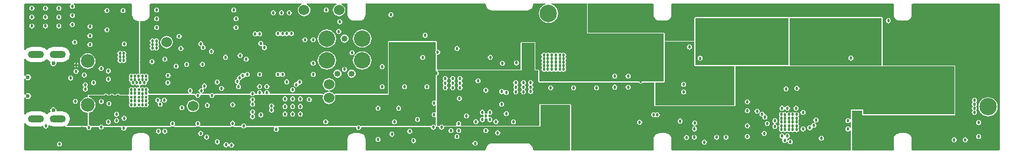
<source format=gbr>
%TF.GenerationSoftware,Altium Limited,Altium Designer,19.0.15 (446)*%
G04 Layer_Physical_Order=4*
G04 Layer_Color=16440176*
%FSLAX45Y45*%
%MOMM*%
%TF.FileFunction,Copper,L4,Inr,Signal*%
%TF.Part,CustomerPanel*%
G01*
G75*
%TA.AperFunction,ViaPad*%
%ADD85C,1.52400*%
%TA.AperFunction,ComponentPad*%
G04:AMPARAMS|DCode=86|XSize=1mm|YSize=2.3mm|CornerRadius=0.5mm|HoleSize=0mm|Usage=FLASHONLY|Rotation=270.000|XOffset=0mm|YOffset=0mm|HoleType=Round|Shape=RoundedRectangle|*
%AMROUNDEDRECTD86*
21,1,1.00000,1.30000,0,0,270.0*
21,1,0.00000,2.30000,0,0,270.0*
1,1,1.00000,-0.65000,0.00000*
1,1,1.00000,-0.65000,0.00000*
1,1,1.00000,0.65000,0.00000*
1,1,1.00000,0.65000,0.00000*
%
%ADD86ROUNDEDRECTD86*%
%ADD87C,0.40000*%
%TA.AperFunction,ViaPad*%
%ADD88C,2.50000*%
%TA.AperFunction,ComponentPad*%
%ADD89C,2.37500*%
%ADD90C,0.85000*%
%ADD91C,1.52400*%
%ADD92C,0.45720*%
%TA.AperFunction,ViaPad*%
%ADD93C,0.45720*%
%ADD94C,0.60000*%
%ADD95C,1.98000*%
G36*
X9864020Y8061920D02*
X10028814D01*
X10031340Y8049220D01*
X10002856Y8037421D01*
X9974091Y8015349D01*
X9952019Y7986584D01*
X9938144Y7953087D01*
X9933412Y7917140D01*
X9938144Y7881194D01*
X9952019Y7847696D01*
X9974091Y7818932D01*
X10002856Y7796860D01*
X10036353Y7782985D01*
X10072300Y7778252D01*
X10108247Y7782985D01*
X10141744Y7796860D01*
X10170509Y7818932D01*
X10192581Y7847696D01*
X10206456Y7881194D01*
X10211188Y7917140D01*
X10206456Y7953087D01*
X10192581Y7986584D01*
X10170509Y8015349D01*
X10141744Y8037421D01*
X10113260Y8049220D01*
X10115786Y8061920D01*
X10612274D01*
X10624974Y8059586D01*
X10624973Y7639607D01*
X10628999Y7629887D01*
X10638720Y7625861D01*
X11728134D01*
Y6932121D01*
X9940220D01*
Y6934855D01*
Y7092472D01*
X9936194Y7102193D01*
X9926473Y7106219D01*
X9884393D01*
Y7491038D01*
X9880367Y7500759D01*
X9870647Y7504785D01*
X9686220D01*
X9676500Y7500759D01*
X9672473Y7491038D01*
Y7106219D01*
X8481659D01*
X8473567Y7110447D01*
X8469559Y7114897D01*
Y7315929D01*
X8479377Y7323986D01*
X8481445Y7323575D01*
X8495320Y7326335D01*
X8507083Y7334194D01*
X8514942Y7345957D01*
X8517702Y7359832D01*
X8514942Y7373706D01*
X8507083Y7385469D01*
X8495320Y7393328D01*
X8481445Y7396088D01*
X8479377Y7395677D01*
X8469559Y7403734D01*
Y7505660D01*
X8465533Y7515380D01*
X8455813Y7519407D01*
X7778680Y7519407D01*
X7768959Y7515381D01*
X7764933Y7505660D01*
X7764933Y6755867D01*
X7007229D01*
X7005928Y6755328D01*
X7004547Y6755603D01*
X7001213Y6753375D01*
X6998618Y6752300D01*
X6988435D01*
X6981024Y6761959D01*
X6962453Y6776208D01*
X6940827Y6785166D01*
X6917620Y6788221D01*
X6894412Y6785166D01*
X6872786Y6776208D01*
X6854216Y6761959D01*
X6846805Y6752300D01*
X6836622D01*
X6834027Y6753375D01*
X6830693Y6755603D01*
X6829312Y6755328D01*
X6828011Y6755867D01*
X6069826D01*
X6060549Y6768567D01*
X6061761Y6774660D01*
X6059001Y6788535D01*
X6051142Y6800298D01*
X6039379Y6808157D01*
X6025504Y6810917D01*
X6011630Y6808157D01*
X5999867Y6800298D01*
X5992008Y6788535D01*
X5989248Y6774660D01*
X5990460Y6768567D01*
X5981182Y6755867D01*
X5967895D01*
X5958455Y6768567D01*
X5959598Y6774313D01*
X5956838Y6788188D01*
X5948978Y6799951D01*
X5937216Y6807810D01*
X5923341Y6810570D01*
X5909466Y6807810D01*
X5897703Y6799951D01*
X5889844Y6788188D01*
X5887084Y6774313D01*
X5888227Y6768567D01*
X5878787Y6755867D01*
X5854366D01*
X5851877Y6758901D01*
X5849117Y6772775D01*
X5841258Y6784538D01*
X5829495Y6792397D01*
X5815620Y6795157D01*
X5801745Y6792397D01*
X5789983Y6784538D01*
X5782123Y6772775D01*
X5779363Y6758901D01*
X5776874Y6755867D01*
X5278749D01*
X5278087Y6755593D01*
X5277401Y6755801D01*
X5273312Y6753615D01*
X5270138Y6752300D01*
X5266070D01*
X5261301Y6759438D01*
X5249539Y6767297D01*
X5235664Y6770057D01*
X5221789Y6767297D01*
X5210026Y6759438D01*
X5205258Y6752300D01*
X5201189D01*
X5198016Y6753615D01*
X5193927Y6755801D01*
X5193241Y6755593D01*
X5192579Y6755867D01*
X5094818D01*
X5093567Y6768567D01*
X5093651Y6768584D01*
X5105413Y6776443D01*
X5113273Y6788206D01*
X5116033Y6802080D01*
X5113273Y6815955D01*
X5106939Y6825435D01*
X5112430Y6835255D01*
X5113629Y6836542D01*
X5124380Y6834404D01*
X5138255Y6837164D01*
X5150017Y6845023D01*
X5157877Y6856786D01*
X5160637Y6870660D01*
X5157877Y6884535D01*
X5150017Y6896298D01*
X5138255Y6904157D01*
X5124380Y6906917D01*
X5110505Y6904157D01*
X5098742Y6896298D01*
X5090883Y6884535D01*
X5088123Y6870660D01*
X5090883Y6856786D01*
X5097217Y6847306D01*
X5091726Y6837486D01*
X5090527Y6836198D01*
X5079776Y6838337D01*
X5065901Y6835577D01*
X5054138Y6827718D01*
X5046279Y6815955D01*
X5043519Y6802080D01*
X5046279Y6788206D01*
X5054138Y6776443D01*
X5063319Y6770309D01*
X5063299Y6760096D01*
X5062310Y6756871D01*
X5056305Y6755236D01*
X5053497Y6759438D01*
X5041735Y6767297D01*
X5027860Y6770057D01*
X5013985Y6767297D01*
X5002222Y6759438D01*
X4997454Y6752300D01*
X4993385D01*
X4990212Y6753615D01*
X4986123Y6755801D01*
X4985437Y6755593D01*
X4984775Y6755867D01*
X4936222D01*
X4934971Y6768567D01*
X4935055Y6768584D01*
X4946817Y6776443D01*
X4954677Y6788206D01*
X4957437Y6802080D01*
X4954677Y6815955D01*
X4946817Y6827718D01*
X4935055Y6835577D01*
X4921180Y6838337D01*
X4907305Y6835577D01*
X4895542Y6827718D01*
X4887683Y6815955D01*
X4884923Y6802080D01*
X4887683Y6788206D01*
X4895542Y6776443D01*
X4907305Y6768584D01*
X4907389Y6768567D01*
X4906138Y6755867D01*
X4336353D01*
X4324857Y6763170D01*
X4323975Y6767600D01*
X4322097Y6777045D01*
X4314237Y6788808D01*
Y6792143D01*
X4322097Y6803906D01*
X4324856Y6817780D01*
X4322097Y6831655D01*
X4314237Y6843418D01*
X4302475Y6851277D01*
X4288600Y6854037D01*
X4274725Y6851277D01*
X4262962Y6843418D01*
X4262000Y6841978D01*
X4261017D01*
X4249255Y6849837D01*
X4235380Y6852597D01*
X4221505Y6849837D01*
X4209743Y6841978D01*
X4206364Y6843586D01*
X4197821Y6854049D01*
X4197613Y6854735D01*
X4197887Y6855396D01*
Y6869190D01*
X4204500Y6880084D01*
X4209620Y6881682D01*
X4218775Y6883504D01*
X4225570Y6888044D01*
X4238124Y6892116D01*
X4249887Y6884256D01*
X4263762Y6881497D01*
X4277636Y6884256D01*
X4289399Y6892116D01*
X4297258Y6903878D01*
X4300018Y6917753D01*
X4297677Y6929525D01*
X4301359Y6930258D01*
X4312175Y6937485D01*
X4319402Y6948301D01*
X4321940Y6961060D01*
X4319402Y6973819D01*
X4312175Y6984636D01*
X4311887Y6984828D01*
X4319676Y6996486D01*
X4322436Y7010360D01*
X4319676Y7024235D01*
X4311817Y7035998D01*
X4300054Y7043857D01*
X4286180Y7046617D01*
X4272305Y7043857D01*
X4269809Y7042190D01*
X4259607Y7036518D01*
X4249405Y7042190D01*
X4246909Y7043857D01*
X4233035Y7046617D01*
X4219160Y7043857D01*
X4216664Y7042190D01*
X4205527Y7035998D01*
X4194966Y7043054D01*
X4195635Y7044669D01*
X4197821Y7048758D01*
X4197613Y7049444D01*
X4197887Y7050106D01*
Y7158328D01*
X4197352Y7159620D01*
X4197887Y7160913D01*
Y7210114D01*
X4197352Y7211406D01*
X4197887Y7212698D01*
Y7261899D01*
X4197352Y7263191D01*
X4197887Y7264484D01*
Y7313685D01*
X4197352Y7314977D01*
X4197887Y7316269D01*
Y7365470D01*
X4197352Y7366763D01*
X4197887Y7368055D01*
Y7417256D01*
X4197352Y7418548D01*
X4197887Y7419840D01*
Y7469041D01*
X4197352Y7470334D01*
X4197887Y7471626D01*
Y7520827D01*
X4197352Y7522119D01*
X4197887Y7523411D01*
Y7807118D01*
X4209620Y7811182D01*
X4253116D01*
Y7811164D01*
X4276010Y7814178D01*
X4297344Y7823015D01*
X4315664Y7837072D01*
X4329722Y7855392D01*
X4338559Y7876726D01*
X4341572Y7899620D01*
X4341555D01*
Y8049620D01*
X4341429Y8050252D01*
X4343181Y8054482D01*
X4353106Y8061181D01*
X4353106Y8061182D01*
X4356816Y8061920D01*
X6520872D01*
X6523398Y8049220D01*
X6514646Y8045594D01*
X6496076Y8031345D01*
X6481826Y8012774D01*
X6472868Y7991148D01*
X6469813Y7967940D01*
X6472868Y7944733D01*
X6481826Y7923107D01*
X6496076Y7904536D01*
X6514646Y7890286D01*
X6536272Y7881329D01*
X6559480Y7878273D01*
X6582687Y7881329D01*
X6604313Y7890286D01*
X6622884Y7904536D01*
X6637134Y7923107D01*
X6646092Y7944733D01*
X6649147Y7967940D01*
X6646092Y7991148D01*
X6637134Y8012774D01*
X6622884Y8031345D01*
X6604313Y8045594D01*
X6595561Y8049220D01*
X6598087Y8061920D01*
X7023776D01*
X7026302Y8049220D01*
X7017550Y8045594D01*
X6998979Y8031345D01*
X6984730Y8012774D01*
X6975772Y7991148D01*
X6972717Y7967940D01*
X6975772Y7944733D01*
X6984730Y7923107D01*
X6998979Y7904536D01*
X7017550Y7890286D01*
X7039176Y7881329D01*
X7062384Y7878273D01*
X7085591Y7881329D01*
X7107217Y7890286D01*
X7125788Y7904536D01*
X7140038Y7923107D01*
X7148995Y7944733D01*
X7152051Y7967940D01*
X7148995Y7991148D01*
X7140038Y8012774D01*
X7125788Y8031345D01*
X7107217Y8045594D01*
X7098465Y8049220D01*
X7100991Y8061920D01*
X7174366D01*
X7174982Y8062042D01*
X7182808Y8058800D01*
X7186043Y8050990D01*
X7185917Y8050358D01*
Y7901303D01*
X7185909Y7900358D01*
X7185909D01*
X7188923Y7877464D01*
X7197760Y7856130D01*
X7211817Y7837810D01*
X7230137Y7823753D01*
X7251471Y7814916D01*
X7274366Y7811902D01*
Y7811920D01*
X7354366D01*
Y7811902D01*
X7377260Y7814916D01*
X7398594Y7823753D01*
X7416914Y7837810D01*
X7430971Y7856130D01*
X7439808Y7877464D01*
X7442822Y7900358D01*
X7442805D01*
Y8050358D01*
X7442679Y8050990D01*
X7445914Y8058800D01*
X7453740Y8062042D01*
X7454356Y8061920D01*
X9162443D01*
X9163059Y8062042D01*
X9167296Y8060287D01*
X9173986Y8050358D01*
X9177000Y8027464D01*
X9185837Y8006130D01*
X9199895Y7987810D01*
X9218215Y7973753D01*
X9239549Y7964916D01*
X9262443Y7961902D01*
Y7961920D01*
X9764020D01*
Y7961902D01*
X9786914Y7964916D01*
X9808248Y7973753D01*
X9826568Y7987810D01*
X9840626Y8006130D01*
X9849463Y8027464D01*
X9852477Y8050358D01*
X9859167Y8060287D01*
X9863404Y8062042D01*
X9864020Y8061920D01*
D02*
G37*
G36*
X13525620Y7171607D02*
X12759366D01*
X12184021Y7171607D01*
X12184021Y7850458D01*
X12985620Y7850459D01*
X13525620D01*
X13525620Y7171607D01*
D02*
G37*
G36*
X14865280Y7165867D02*
X14278120D01*
X13549689Y7165867D01*
X13539366Y7178567D01*
X13539366Y7850458D01*
X13540477Y7852120D01*
X14865280D01*
Y7165867D01*
D02*
G37*
G36*
X2549120Y8061810D02*
X3201334D01*
X3205186Y8049110D01*
X3198822Y8044858D01*
X3190963Y8033095D01*
X3188203Y8019220D01*
X3190963Y8005346D01*
X3198822Y7993583D01*
X3210585Y7985724D01*
X3224460Y7982964D01*
X3238335Y7985724D01*
X3250097Y7993583D01*
X3257957Y8005346D01*
X3260717Y8019220D01*
X3257957Y8033095D01*
X3250097Y8044858D01*
X3243734Y8049110D01*
X3247586Y8061810D01*
X4060675D01*
X4073116Y8061181D01*
X4083041Y8054482D01*
X4084793Y8050252D01*
X4084667Y8049620D01*
Y7900565D01*
X4084659Y7899620D01*
X4084659D01*
X4087673Y7876726D01*
X4096510Y7855392D01*
X4110568Y7837072D01*
X4128888Y7823015D01*
X4150222Y7814178D01*
X4173116Y7811164D01*
Y7811164D01*
X4184140Y7807118D01*
Y7523411D01*
X4183883Y7522119D01*
X4184140Y7520827D01*
Y7471626D01*
X4183883Y7470334D01*
X4184140Y7469041D01*
Y7419840D01*
X4183883Y7418548D01*
X4184140Y7417256D01*
Y7368055D01*
X4183883Y7366763D01*
X4184140Y7365470D01*
Y7316269D01*
X4183883Y7314977D01*
X4184140Y7313685D01*
Y7264484D01*
X4183883Y7263191D01*
X4184140Y7261899D01*
Y7212698D01*
X4183883Y7211406D01*
X4184140Y7210114D01*
Y7160913D01*
X4183883Y7159620D01*
X4184140Y7158328D01*
Y7050106D01*
X4179890Y7046617D01*
X4166015Y7043857D01*
X4163519Y7042190D01*
X4153317Y7036518D01*
X4143115Y7042190D01*
X4140620Y7043857D01*
X4126745Y7046617D01*
X4112870Y7043857D01*
X4110375Y7042190D01*
X4100172Y7036518D01*
X4089970Y7042190D01*
X4087475Y7043857D01*
X4073600Y7046617D01*
X4059725Y7043857D01*
X4047962Y7035998D01*
X4040103Y7024235D01*
X4037343Y7010360D01*
X4040103Y6996486D01*
X4047962Y6984723D01*
X4048449Y6982277D01*
X4042797Y6973819D01*
X4040259Y6961060D01*
X4042797Y6948301D01*
X4050025Y6937485D01*
X4060841Y6930258D01*
X4062883Y6929852D01*
X4060203Y6916380D01*
X4062963Y6902506D01*
X4070822Y6890743D01*
X4082585Y6882884D01*
X4096460Y6880124D01*
X4110335Y6882884D01*
X4122097Y6890743D01*
X4129048D01*
X4140810Y6882884D01*
X4154685Y6880124D01*
X4168560Y6882884D01*
X4171440Y6884808D01*
X4184140Y6878020D01*
Y6855396D01*
X4181100Y6852901D01*
X4168341Y6850363D01*
X4164043Y6847491D01*
X4151797Y6842958D01*
X4140035Y6850817D01*
X4126160Y6853577D01*
X4112285Y6850817D01*
X4110406Y6849562D01*
X4099237Y6843418D01*
X4087475Y6851277D01*
X4073600Y6854037D01*
X4059725Y6851277D01*
X4047962Y6843418D01*
X4040103Y6831655D01*
X4037343Y6817780D01*
X4040103Y6803906D01*
X4047962Y6792143D01*
Y6788808D01*
X4040103Y6777045D01*
X4037343Y6763170D01*
X4038506Y6757323D01*
X4029114Y6744623D01*
X3904218D01*
X3903005Y6746438D01*
X3891242Y6754297D01*
X3877368Y6757057D01*
X3863493Y6754297D01*
X3851730Y6746438D01*
X3850517Y6744623D01*
X3821974D01*
X3820761Y6746438D01*
X3808998Y6754297D01*
X3795124Y6757057D01*
X3781249Y6754297D01*
X3769486Y6746438D01*
X3768273Y6744623D01*
X3739730D01*
X3738517Y6746438D01*
X3726755Y6754297D01*
X3712880Y6757057D01*
X3699005Y6754297D01*
X3687242Y6746438D01*
X3686029Y6744623D01*
X3448120D01*
Y6707284D01*
X3418960Y6703445D01*
X3391788Y6692190D01*
X3368454Y6674286D01*
X3350550Y6650952D01*
X3339295Y6623780D01*
X3335456Y6594620D01*
X3339295Y6565461D01*
X3350550Y6538288D01*
X3368454Y6514955D01*
X3391788Y6497051D01*
X3418960Y6485795D01*
X3448120Y6481956D01*
Y6299661D01*
X3440122Y6294318D01*
X3436569Y6289000D01*
X3369650D01*
X3361620Y6290597D01*
X3353589Y6289000D01*
X3143086D01*
X3141087Y6292955D01*
X3139701Y6301700D01*
X3160012Y6317285D01*
X3177276Y6339783D01*
X3188127Y6365982D01*
X3191829Y6394098D01*
X3188127Y6422213D01*
X3177276Y6448412D01*
X3160012Y6470910D01*
X3137514Y6488173D01*
X3111315Y6499025D01*
X3083200Y6502727D01*
X3003490D01*
X2995433Y6512544D01*
X2996736Y6519098D01*
X2993422Y6535758D01*
X2983985Y6549883D01*
X2969860Y6559320D01*
X2953200Y6562634D01*
X2936539Y6559320D01*
X2922415Y6549883D01*
X2912977Y6535758D01*
X2909663Y6519098D01*
X2912977Y6502437D01*
X2910054Y6492799D01*
X2898885Y6488173D01*
X2876388Y6470910D01*
X2867050Y6458741D01*
X2854350D01*
X2845012Y6470910D01*
X2822514Y6488173D01*
X2796315Y6499025D01*
X2768200Y6502727D01*
X2638200D01*
X2610085Y6499025D01*
X2583885Y6488173D01*
X2561388Y6470910D01*
X2550358Y6456537D01*
X2537658Y6460848D01*
Y6700021D01*
X2550358Y6703874D01*
X2557415Y6693313D01*
X2571539Y6683875D01*
X2588200Y6680561D01*
X2604860Y6683875D01*
X2618985Y6693313D01*
X2628422Y6707437D01*
X2631736Y6724098D01*
X2628422Y6740758D01*
X2618985Y6754883D01*
X2604860Y6764320D01*
X2588200Y6767634D01*
X2571539Y6764320D01*
X2557415Y6754883D01*
X2550358Y6744322D01*
X2537658Y6748174D01*
Y6970021D01*
X2550358Y6973874D01*
X2557415Y6963313D01*
X2571539Y6953875D01*
X2588200Y6950561D01*
X2604860Y6953875D01*
X2618985Y6963313D01*
X2628422Y6977437D01*
X2631736Y6994098D01*
X2628422Y7010758D01*
X2618985Y7024883D01*
X2604860Y7034320D01*
X2588200Y7037634D01*
X2571539Y7034320D01*
X2557415Y7024883D01*
X2550358Y7014322D01*
X2537658Y7018174D01*
Y7257348D01*
X2550358Y7261659D01*
X2561388Y7247285D01*
X2583885Y7230022D01*
X2610085Y7219170D01*
X2638200Y7215469D01*
X2768200D01*
X2796315Y7219170D01*
X2822514Y7230022D01*
X2845012Y7247285D01*
X2854350Y7259454D01*
X2867050D01*
X2876388Y7247285D01*
X2898885Y7230022D01*
X2910054Y7225396D01*
X2912977Y7215758D01*
X2909663Y7199098D01*
X2912977Y7182437D01*
X2922415Y7168313D01*
X2936539Y7158875D01*
X2953200Y7155562D01*
X2969860Y7158875D01*
X2983985Y7168313D01*
X2993422Y7182437D01*
X2996736Y7199098D01*
X2995433Y7205651D01*
X3003490Y7215469D01*
X3083200D01*
X3111315Y7219170D01*
X3137514Y7230022D01*
X3160012Y7247285D01*
X3177276Y7269783D01*
X3188127Y7295983D01*
X3191829Y7324098D01*
X3188127Y7352213D01*
X3177276Y7378412D01*
X3160012Y7400910D01*
X3137514Y7418174D01*
X3111315Y7429026D01*
X3083200Y7432727D01*
X2953200D01*
X2925085Y7429026D01*
X2898885Y7418174D01*
X2876388Y7400910D01*
X2867050Y7388741D01*
X2854350D01*
X2845012Y7400910D01*
X2822514Y7418174D01*
X2796315Y7429026D01*
X2768200Y7432727D01*
X2638200D01*
X2610085Y7429026D01*
X2583885Y7418174D01*
X2561388Y7400910D01*
X2550358Y7386537D01*
X2537658Y7390848D01*
Y8050348D01*
X2537538Y8050951D01*
X2540754Y8058714D01*
X2548518Y8061930D01*
X2549120Y8061810D01*
D02*
G37*
G36*
X8455813Y7505660D02*
Y7385473D01*
X8455808Y7385469D01*
X8447948Y7373706D01*
X8445188Y7359832D01*
X8447948Y7345957D01*
X8455808Y7334194D01*
X8455813Y7334191D01*
X8455813Y6659059D01*
X8448292Y6655039D01*
X8443113Y6653432D01*
X8430822Y6655877D01*
X8416947Y6653117D01*
X8405184Y6645258D01*
X8397325Y6633495D01*
X8394565Y6619620D01*
X8397325Y6605745D01*
X8405184Y6593983D01*
X8416947Y6586123D01*
X8430822Y6583364D01*
X8443113Y6585809D01*
X8448291Y6584202D01*
X8455813Y6580181D01*
Y6491879D01*
X8448291Y6487859D01*
X8443113Y6486252D01*
X8430822Y6488697D01*
X8416947Y6485937D01*
X8405184Y6478078D01*
X8397325Y6466315D01*
X8394565Y6452440D01*
X8397325Y6438565D01*
X8405184Y6426803D01*
X8416947Y6418943D01*
X8430822Y6416184D01*
X8443113Y6418629D01*
X8448291Y6417022D01*
X8455813Y6413001D01*
Y6298830D01*
X8443113Y6294978D01*
X8441857Y6296858D01*
X8430095Y6304717D01*
X8416220Y6307477D01*
X8402345Y6304717D01*
X8390582Y6296858D01*
X8385332Y6289000D01*
X7370737D01*
X7367438Y6293938D01*
X7355675Y6301798D01*
X7341800Y6304558D01*
X7327926Y6301798D01*
X7316163Y6293938D01*
X7312863Y6289000D01*
X5728288Y6289000D01*
X5727057Y6290501D01*
X5724297Y6304375D01*
X5716437Y6316138D01*
X5704675Y6323997D01*
X5690800Y6326757D01*
X5676925Y6323997D01*
X5665162Y6316138D01*
X5657303Y6304375D01*
X5654543Y6290501D01*
X5653312Y6289000D01*
X5556824D01*
X5552971Y6301700D01*
X5556417Y6304003D01*
X5564277Y6315766D01*
X5567037Y6329640D01*
X5564277Y6343515D01*
X5556417Y6355278D01*
X5544655Y6363137D01*
X5530780Y6365897D01*
X5516905Y6363137D01*
X5505142Y6355278D01*
X5497283Y6343515D01*
X5494523Y6329640D01*
X5497283Y6315766D01*
X5505142Y6304003D01*
X5508588Y6301700D01*
X5504736Y6289000D01*
X5066059D01*
X5063810Y6291983D01*
X5060433Y6301700D01*
X5066437Y6310686D01*
X5069197Y6324560D01*
X5066437Y6338435D01*
X5058577Y6350198D01*
X5046815Y6358057D01*
X5032940Y6360817D01*
X5019065Y6358057D01*
X5007302Y6350198D01*
X4999443Y6338435D01*
X4996683Y6324560D01*
X4999443Y6310686D01*
X5005447Y6301700D01*
X5002069Y6291983D01*
X4999821Y6289000D01*
X4701919D01*
X4699670Y6291983D01*
X4696293Y6301700D01*
X4702297Y6310686D01*
X4705057Y6324560D01*
X4702297Y6338435D01*
X4694437Y6350198D01*
X4682675Y6358057D01*
X4668800Y6360817D01*
X4654925Y6358057D01*
X4643162Y6350198D01*
X4635303Y6338435D01*
X4632543Y6324560D01*
X4635303Y6310686D01*
X4641307Y6301700D01*
X4637930Y6291983D01*
X4635681Y6289000D01*
X3984616D01*
X3982555Y6290377D01*
X3968680Y6293137D01*
X3954805Y6290377D01*
X3952744Y6289000D01*
X3672678D01*
X3665958Y6299058D01*
X3654195Y6306917D01*
X3640320Y6309677D01*
X3626445Y6306917D01*
X3614683Y6299058D01*
X3607963Y6289000D01*
X3494950D01*
X3491397Y6294318D01*
X3479635Y6302177D01*
X3465760Y6304937D01*
X3461866Y6308133D01*
Y6483766D01*
X3477280Y6485795D01*
X3504452Y6497051D01*
X3527785Y6514955D01*
X3545690Y6538288D01*
X3556945Y6565461D01*
X3560784Y6594620D01*
X3556945Y6623780D01*
X3545690Y6650952D01*
X3527785Y6674286D01*
X3504452Y6692190D01*
X3477280Y6703445D01*
X3461866Y6705475D01*
Y6730876D01*
X3686029D01*
X3687330Y6731415D01*
X3688711Y6731140D01*
X3692045Y6733368D01*
X3695750Y6734902D01*
X3696143Y6735853D01*
X3704369Y6741348D01*
X3708250Y6742120D01*
X3717509D01*
X3721391Y6741348D01*
X3729616Y6735852D01*
X3730010Y6734902D01*
X3733714Y6733368D01*
X3737049Y6731140D01*
X3738430Y6731415D01*
X3739730Y6730876D01*
X3768273D01*
X3769574Y6731415D01*
X3770955Y6731140D01*
X3774289Y6733368D01*
X3777994Y6734902D01*
X3778387Y6735853D01*
X3786613Y6741348D01*
X3790494Y6742120D01*
X3799753D01*
X3803635Y6741348D01*
X3811860Y6735852D01*
X3812254Y6734902D01*
X3815958Y6733368D01*
X3819293Y6731140D01*
X3820674Y6731415D01*
X3821974Y6730876D01*
X3850517D01*
X3851818Y6731415D01*
X3853199Y6731140D01*
X3856533Y6733368D01*
X3860238Y6734902D01*
X3860631Y6735853D01*
X3868857Y6741348D01*
X3872738Y6742120D01*
X3881997D01*
X3885879Y6741348D01*
X3894104Y6735852D01*
X3894498Y6734902D01*
X3898202Y6733368D01*
X3901537Y6731140D01*
X3902918Y6731415D01*
X3904218Y6730876D01*
X4029114D01*
X4030106Y6731288D01*
X4031149Y6731028D01*
X4034847Y6733251D01*
X4035744Y6733622D01*
X4044715Y6724192D01*
X4044716Y6724191D01*
X4042797Y6721319D01*
X4040259Y6708560D01*
X4042797Y6695801D01*
X4044826Y6692766D01*
X4047962Y6679588D01*
X4040103Y6667825D01*
X4037343Y6653950D01*
X4040103Y6640076D01*
X4047962Y6628313D01*
Y6624978D01*
X4040103Y6613215D01*
X4037343Y6599340D01*
X4040103Y6585466D01*
X4047962Y6573703D01*
X4059725Y6565844D01*
X4073600Y6563084D01*
X4087475Y6565844D01*
X4089354Y6567099D01*
X4100523Y6573243D01*
X4112285Y6565384D01*
X4126160Y6562624D01*
X4140035Y6565384D01*
X4151797Y6573243D01*
X4164468Y6569346D01*
X4168341Y6566758D01*
X4181100Y6564220D01*
X4193859Y6566758D01*
X4196823Y6568738D01*
X4209743Y6572263D01*
X4221505Y6564404D01*
X4235380Y6561644D01*
X4249255Y6564404D01*
X4261017Y6572263D01*
X4261979Y6573703D01*
X4262963D01*
X4274725Y6565844D01*
X4288600Y6563084D01*
X4302475Y6565844D01*
X4314237Y6573703D01*
X4322097Y6585466D01*
X4324856Y6599340D01*
X4322097Y6613215D01*
X4314237Y6624978D01*
Y6628313D01*
X4322097Y6640076D01*
X4324856Y6653950D01*
X4322097Y6667825D01*
X4314237Y6679588D01*
X4317374Y6692766D01*
X4319402Y6695801D01*
X4321940Y6708560D01*
X4319402Y6721319D01*
X4317374Y6724355D01*
X4315791Y6731004D01*
X4324299Y6742120D01*
X4984775D01*
X4991603Y6733800D01*
X4994363Y6719925D01*
X5002222Y6708163D01*
X5013985Y6700303D01*
X5027860Y6697543D01*
X5041735Y6700303D01*
X5053497Y6708163D01*
X5061357Y6719925D01*
X5064117Y6733800D01*
X5070945Y6742120D01*
X5192579D01*
X5199407Y6733800D01*
X5202167Y6719925D01*
X5210026Y6708163D01*
X5221789Y6700303D01*
X5235664Y6697543D01*
X5249539Y6700303D01*
X5261301Y6708163D01*
X5269161Y6719925D01*
X5271921Y6733800D01*
X5278749Y6742120D01*
X5784064D01*
X5789983Y6733263D01*
X5801745Y6725404D01*
X5811311Y6723500D01*
Y6710552D01*
X5807179Y6709730D01*
X5801385Y6708577D01*
X5789622Y6700718D01*
X5781763Y6688955D01*
X5779003Y6675080D01*
X5781763Y6661206D01*
X5789622Y6649443D01*
X5793328Y6646967D01*
Y6631693D01*
X5789983Y6629458D01*
X5782123Y6617695D01*
X5779363Y6603820D01*
X5782123Y6589946D01*
X5789983Y6578183D01*
X5801745Y6570324D01*
X5815620Y6567564D01*
X5829495Y6570324D01*
X5841258Y6578183D01*
X5849117Y6589946D01*
X5851877Y6603820D01*
X5849117Y6617695D01*
X5841258Y6629458D01*
X5837552Y6631934D01*
Y6647208D01*
X5840897Y6649443D01*
X5848757Y6661206D01*
X5851517Y6675080D01*
X5848757Y6688955D01*
X5840897Y6700718D01*
X5829135Y6708577D01*
X5819568Y6710481D01*
Y6723429D01*
X5823701Y6724251D01*
X5829495Y6725404D01*
X5841258Y6733263D01*
X5847176Y6742120D01*
X5907514D01*
X5909466Y6740816D01*
X5923341Y6738056D01*
X5937216Y6740816D01*
X5939167Y6742120D01*
X6010197D01*
X6011630Y6741163D01*
X6025504Y6738403D01*
X6039379Y6741163D01*
X6040811Y6742120D01*
X6828011D01*
X6835067Y6731561D01*
X6831008Y6721762D01*
X6827953Y6698554D01*
X6831008Y6675347D01*
X6839966Y6653721D01*
X6854216Y6635150D01*
X6872786Y6620900D01*
X6894412Y6611943D01*
X6917620Y6608887D01*
X6940827Y6611943D01*
X6962453Y6620900D01*
X6981024Y6635150D01*
X6995274Y6653721D01*
X7004232Y6675347D01*
X7007287Y6698554D01*
X7004232Y6721762D01*
X7000173Y6731561D01*
X7007229Y6742120D01*
X7778680D01*
X7778680Y7505660D01*
X8455813Y7505660D01*
D02*
G37*
G36*
X12170275Y7509620D02*
X12170275Y7171607D01*
X12174301Y7161887D01*
X12184021Y7157861D01*
X12274480D01*
Y7157120D01*
X12745620Y7157120D01*
Y6592273D01*
X11608120D01*
Y6824620D01*
Y6918374D01*
X11728134D01*
X11737854Y6922400D01*
X11741880Y6932121D01*
Y7509620D01*
X11875620D01*
X12170275Y7509620D01*
D02*
G37*
G36*
X9870647Y7092472D02*
X9926473D01*
Y6932121D01*
X9930500Y6922400D01*
X9940220Y6918374D01*
X11371988D01*
X11375082Y6913743D01*
X11386845Y6905884D01*
X11400720Y6903124D01*
X11414595Y6905884D01*
X11426357Y6913743D01*
X11429452Y6918374D01*
X11594373D01*
Y6824620D01*
Y6592273D01*
X11598399Y6582552D01*
X11608120Y6578526D01*
X12745620D01*
X12755340Y6582552D01*
X12759366Y6592273D01*
Y7157120D01*
X13539162D01*
X13539680Y7156840D01*
X13539967Y7156146D01*
X13544225Y7154383D01*
X13548276Y7152193D01*
X13548994Y7152407D01*
X13549689Y7152120D01*
X14278120Y7152120D01*
X14865280D01*
X14872153Y7154967D01*
X14879025Y7152120D01*
X15908121D01*
Y6458628D01*
X14598273D01*
Y6529978D01*
X14434100D01*
Y6529970D01*
X14424399Y6525951D01*
X14420374Y6516231D01*
Y6392070D01*
X14407674Y6388217D01*
X14403757Y6394078D01*
X14391994Y6401937D01*
X14378119Y6404697D01*
X14364246Y6401937D01*
X14352483Y6394078D01*
X14344623Y6382315D01*
X14341862Y6368441D01*
X14344623Y6354566D01*
X14352483Y6342803D01*
X14364246Y6334944D01*
X14378119Y6332184D01*
X14391994Y6334944D01*
X14403757Y6342803D01*
X14407674Y6348664D01*
X14420374Y6344812D01*
Y6269680D01*
X14407674Y6265828D01*
X14403737Y6271718D01*
X14391975Y6279577D01*
X14378101Y6282337D01*
X14364224Y6279577D01*
X14352461Y6271718D01*
X14344603Y6259955D01*
X14341843Y6246080D01*
X14344603Y6232205D01*
X14352461Y6220443D01*
X14364224Y6212583D01*
X14378101Y6209823D01*
X14391975Y6212583D01*
X14403737Y6220443D01*
X14407674Y6226333D01*
X14420374Y6222480D01*
Y5938897D01*
X11854276D01*
X11853660Y5938775D01*
X11849414Y5940533D01*
X11842715Y5950459D01*
X11842714Y5962399D01*
Y6100457D01*
X11842715Y6100458D01*
X11842733D01*
X11839719Y6123353D01*
X11830882Y6144687D01*
X11816824Y6163007D01*
X11798504Y6177064D01*
X11777171Y6185901D01*
X11754276Y6188915D01*
Y6188898D01*
X11754276Y6188897D01*
X11674276D01*
Y6188915D01*
X11651382Y6185901D01*
X11630048Y6177064D01*
X11611728Y6163007D01*
X11597670Y6144687D01*
X11588834Y6123353D01*
X11585820Y6100458D01*
X11585837D01*
Y5950459D01*
X11585963Y5949827D01*
X11584211Y5945597D01*
X11574286Y5938897D01*
X11561613Y5938819D01*
X10398466D01*
Y6594620D01*
X10394440Y6604341D01*
X10384720Y6608367D01*
X9955460D01*
X9945740Y6604341D01*
X9941713Y6594620D01*
Y6293027D01*
X8818508D01*
X8811719Y6305727D01*
X8813857Y6308925D01*
X8816617Y6322800D01*
X8813857Y6336675D01*
X8805997Y6348438D01*
X8794235Y6356297D01*
X8780360Y6359057D01*
X8766485Y6356297D01*
X8754722Y6348438D01*
X8746863Y6336675D01*
X8744103Y6322800D01*
X8746863Y6308925D01*
X8749000Y6305727D01*
X8742212Y6293027D01*
X8575931D01*
X8575269Y6292752D01*
X8574583Y6292960D01*
X8570494Y6290775D01*
X8566211Y6289000D01*
X8558697Y6296858D01*
X8546935Y6304717D01*
X8533060Y6307477D01*
X8519185Y6304717D01*
X8507422Y6296858D01*
X8499909Y6289000D01*
X8495626Y6290774D01*
X8491536Y6292960D01*
X8490850Y6292752D01*
X8490189Y6293027D01*
X8480350D01*
X8469560Y6298831D01*
Y6413001D01*
X8469560Y6413002D01*
Y6491879D01*
X8469560Y6491879D01*
Y6580181D01*
X8469560Y6580182D01*
Y7017270D01*
X8470735Y7017504D01*
X8482497Y7025363D01*
X8490357Y7037126D01*
X8493117Y7051000D01*
X8490357Y7064875D01*
X8482497Y7076638D01*
X8477807Y7079772D01*
X8481659Y7092472D01*
X9686220D01*
Y7491038D01*
X9870647D01*
Y7092472D01*
D02*
G37*
G36*
X11578958Y8060350D02*
X11585737Y8050458D01*
X11585837Y8037795D01*
Y7900458D01*
X11585820D01*
X11588831Y7877590D01*
X11597658Y7856280D01*
X11611699Y7837981D01*
X11629998Y7823940D01*
X11651308Y7815113D01*
X11673244Y7812225D01*
X11674276Y7812020D01*
X11754276D01*
X11755503Y7812264D01*
X11777144Y7815113D01*
X11798454Y7823940D01*
X11816753Y7837981D01*
X11830794Y7856280D01*
X11839621Y7877590D01*
X11842470Y7899231D01*
X11842714Y7900458D01*
Y8049855D01*
X11842815Y8050358D01*
X11842815D01*
X11849595Y8060250D01*
X11853674Y8061940D01*
X11854276Y8061820D01*
X15028116D01*
X15028719Y8061940D01*
X15032797Y8060250D01*
X15039577Y8050359D01*
X15039677Y8037695D01*
Y7900359D01*
X15039661D01*
X15042670Y7877490D01*
X15051497Y7856181D01*
X15065540Y7837881D01*
X15083838Y7823840D01*
X15105148Y7815013D01*
X15127084Y7812125D01*
X15128116Y7811920D01*
X15208116D01*
X15209343Y7812164D01*
X15230984Y7815013D01*
X15252293Y7823840D01*
X15270593Y7837881D01*
X15284634Y7856181D01*
X15293462Y7877490D01*
X15296310Y7899131D01*
X15296555Y7900359D01*
Y8049756D01*
X15296654Y8050258D01*
X15296654D01*
X15301315Y8057059D01*
X15308116Y8061720D01*
X15320779Y8061820D01*
X16548120D01*
X16548721Y8061940D01*
X16552802Y8060250D01*
X16559581Y8050358D01*
X16559589Y8037659D01*
X16560037Y7179620D01*
D01*
X16560681Y5950438D01*
X16560802Y5949837D01*
X16557562Y5942017D01*
X16549736Y5938775D01*
X16549120Y5938897D01*
X15308105D01*
X15307491Y5938775D01*
X15303244Y5940533D01*
X15296545Y5950459D01*
X15296544Y5962399D01*
Y6100457D01*
X15296544Y6100458D01*
X15296562D01*
X15293549Y6123353D01*
X15284712Y6144687D01*
X15270654Y6163007D01*
X15252335Y6177064D01*
X15231000Y6185901D01*
X15208105Y6188915D01*
Y6188898D01*
X15208105Y6188897D01*
X15128107D01*
Y6188915D01*
X15105212Y6185901D01*
X15083878Y6177064D01*
X15065558Y6163007D01*
X15051500Y6144687D01*
X15042664Y6123353D01*
X15039648Y6100458D01*
X15039667D01*
Y5950459D01*
X15039793Y5949827D01*
X15036559Y5942017D01*
X15028731Y5938775D01*
X15028116Y5938897D01*
X14434119D01*
Y6516231D01*
X14584525D01*
Y6458628D01*
X14588551Y6448907D01*
X14598273Y6444881D01*
X15908121D01*
X15917841Y6448907D01*
X15921866Y6458628D01*
Y7152120D01*
X15917841Y7161841D01*
X15908121Y7165867D01*
X14879025D01*
Y7166999D01*
Y7179620D01*
Y7852120D01*
X14875000Y7861841D01*
X14865280Y7865867D01*
X13540477D01*
X13539177Y7865328D01*
X13537796Y7865603D01*
X13534460Y7863375D01*
X13531042Y7861959D01*
X13525620Y7864205D01*
X12985620D01*
X12184021Y7864205D01*
X12174301Y7860179D01*
X12170275Y7850458D01*
Y7523367D01*
X11875620Y7523367D01*
X11741880D01*
Y7625861D01*
X11737854Y7635581D01*
X11728134Y7639607D01*
X10638720D01*
X10638720Y8061920D01*
X11574276Y8061920D01*
X11574878Y8062040D01*
X11578958Y8060350D01*
D02*
G37*
G36*
X10384720Y5938819D02*
X9864020D01*
X9863404Y5938697D01*
X9859167Y5940452D01*
X9852477Y5950381D01*
X9849463Y5973275D01*
X9840626Y5994609D01*
X9826568Y6012929D01*
X9808248Y6026986D01*
X9786914Y6035823D01*
X9764020Y6038837D01*
Y6038819D01*
X9262443D01*
Y6038837D01*
X9239549Y6035823D01*
X9218215Y6026986D01*
X9199895Y6012929D01*
X9185837Y5994609D01*
X9177000Y5973275D01*
X9173986Y5950381D01*
X9167296Y5940452D01*
X9163161Y5938739D01*
X9162365Y5938897D01*
X7454356D01*
X7453740Y5938775D01*
X7445914Y5942017D01*
X7442679Y5949827D01*
X7442805Y5950459D01*
Y6100458D01*
X7442813D01*
X7439799Y6123353D01*
X7430962Y6144687D01*
X7416904Y6163007D01*
X7398584Y6177064D01*
X7377250Y6185901D01*
X7354356Y6188915D01*
Y6188897D01*
X7274356D01*
Y6188915D01*
X7251462Y6185901D01*
X7230128Y6177064D01*
X7211808Y6163007D01*
X7197750Y6144687D01*
X7188913Y6123353D01*
X7185900Y6100458D01*
X7185917D01*
Y5950459D01*
X7186043Y5949827D01*
X7182808Y5942017D01*
X7174982Y5938775D01*
X7174366Y5938897D01*
X4353116D01*
X4352500Y5938775D01*
X4344674Y5942017D01*
X4341439Y5949827D01*
X4341565Y5950459D01*
Y6099514D01*
X4341573Y6100459D01*
X4341573D01*
X4338559Y6123353D01*
X4329722Y6144687D01*
X4315664Y6163007D01*
X4297344Y6177064D01*
X4276010Y6185901D01*
X4253116Y6188915D01*
Y6188897D01*
X4173116D01*
Y6188915D01*
X4150222Y6185901D01*
X4128888Y6177064D01*
X4110568Y6163007D01*
X4096510Y6144687D01*
X4087674Y6123353D01*
X4084660Y6100458D01*
X4084677D01*
Y5950459D01*
X4084803Y5949827D01*
X4081568Y5942017D01*
X4073742Y5938775D01*
X4073126Y5938897D01*
X2549120D01*
X2548504Y5938775D01*
X2540678Y5942017D01*
X2537490Y5949713D01*
X2537658Y5950558D01*
Y6327348D01*
X2550358Y6331659D01*
X2561388Y6317285D01*
X2583885Y6300022D01*
X2610085Y6289170D01*
X2638200Y6285469D01*
X2768200D01*
X2796315Y6289170D01*
X2797935Y6289841D01*
X2811227Y6281600D01*
X2812503Y6275186D01*
X2820362Y6263423D01*
X2832125Y6255564D01*
X2846000Y6252804D01*
X2859875Y6255564D01*
X2871637Y6263423D01*
X2879497Y6275186D01*
X2882257Y6289061D01*
X2880446Y6298163D01*
X2891970Y6305329D01*
X2898885Y6300022D01*
X2925085Y6289170D01*
X2953200Y6285469D01*
X3083200D01*
X3111315Y6289170D01*
X3117178Y6291599D01*
X3128819Y6286753D01*
X3130818Y6282799D01*
X3132511Y6281343D01*
X3133366Y6279280D01*
X3136348Y6278044D01*
X3138796Y6275940D01*
X3141023Y6276108D01*
X3143086Y6275253D01*
X3353589D01*
X3354890Y6275792D01*
X3356271Y6275518D01*
X3361620Y6276582D01*
X3366968Y6275518D01*
X3368349Y6275792D01*
X3369650Y6275253D01*
X3424109D01*
X3429503Y6268680D01*
X3432263Y6254806D01*
X3440122Y6243043D01*
X3451885Y6235184D01*
X3465760Y6232424D01*
X3479635Y6235184D01*
X3491397Y6243043D01*
X3499257Y6254806D01*
X3502017Y6268680D01*
X3507412Y6275254D01*
X3602559D01*
X3604063Y6273420D01*
X3606823Y6259546D01*
X3614683Y6247783D01*
X3626445Y6239924D01*
X3640320Y6237164D01*
X3654195Y6239924D01*
X3665958Y6247783D01*
X3673817Y6259546D01*
X3676577Y6273420D01*
X3678082Y6275254D01*
X3924077D01*
X3933552Y6262554D01*
X3932423Y6256881D01*
X3935183Y6243006D01*
X3943042Y6231243D01*
X3954805Y6223384D01*
X3968680Y6220624D01*
X3982555Y6223384D01*
X3994317Y6231243D01*
X4002177Y6243006D01*
X4004937Y6256881D01*
X4003808Y6262554D01*
X4013283Y6275254D01*
X4635681D01*
X4636613Y6275640D01*
X4637590Y6275387D01*
X4641359Y6277606D01*
X4645401Y6279280D01*
X4692199D01*
X4696241Y6277606D01*
X4700010Y6275387D01*
X4700987Y6275640D01*
X4701919Y6275254D01*
X4999821D01*
X5000753Y6275640D01*
X5001730Y6275387D01*
X5005499Y6277606D01*
X5009541Y6279280D01*
X5056339D01*
X5060381Y6277606D01*
X5064150Y6275387D01*
X5065127Y6275640D01*
X5066059Y6275254D01*
X5504736D01*
X5507856Y6276546D01*
X5511217Y6276877D01*
X5512536Y6278485D01*
X5514457Y6279280D01*
X5547103D01*
X5549024Y6278484D01*
X5550343Y6276877D01*
X5553704Y6276546D01*
X5556824Y6275254D01*
X5653312D01*
X5654045Y6275506D01*
X5654659Y6275320D01*
X5656738Y6276431D01*
X5657303Y6276625D01*
X5665162Y6264863D01*
X5676925Y6257004D01*
X5690800Y6254244D01*
X5704675Y6257004D01*
X5716437Y6264863D01*
X5724297Y6276625D01*
X5724862Y6276431D01*
X5726941Y6275320D01*
X5727554Y6275506D01*
X5728288Y6275254D01*
X6126811D01*
X6126826Y6275238D01*
X6132436Y6262554D01*
X6127404Y6255021D01*
X6124644Y6241147D01*
X6127404Y6227272D01*
X6135263Y6215509D01*
X6147026Y6207650D01*
X6160900Y6204890D01*
X6174775Y6207650D01*
X6186538Y6215509D01*
X6194397Y6227272D01*
X6197157Y6241147D01*
X6194397Y6255021D01*
X6189364Y6262554D01*
X6194974Y6275238D01*
X6194990Y6275254D01*
X7299838Y6275254D01*
X7305544Y6268301D01*
X7308304Y6254426D01*
X7316163Y6242663D01*
X7327926Y6234804D01*
X7341800Y6232044D01*
X7355675Y6234804D01*
X7367438Y6242663D01*
X7375297Y6254426D01*
X7378057Y6268301D01*
X7383763Y6275254D01*
X8376653D01*
X8379963Y6271220D01*
X8382723Y6257346D01*
X8390582Y6245583D01*
X8402345Y6237724D01*
X8416220Y6234964D01*
X8430095Y6237724D01*
X8441857Y6245583D01*
X8449717Y6257346D01*
X8452477Y6271220D01*
X8459091Y6279280D01*
X8490189D01*
X8496803Y6271220D01*
X8499563Y6257346D01*
X8507422Y6245583D01*
X8519185Y6237724D01*
X8533060Y6234964D01*
X8546935Y6237724D01*
X8558697Y6245583D01*
X8566557Y6257346D01*
X8569317Y6271220D01*
X8575931Y6279280D01*
X9955460D01*
Y6594620D01*
X10384720D01*
Y5938819D01*
D02*
G37*
%LPC*%
G36*
X6878480Y8004614D02*
X6864605Y8001854D01*
X6852843Y7993994D01*
X6844983Y7982232D01*
X6842223Y7968357D01*
X6844983Y7954482D01*
X6852843Y7942719D01*
X6864605Y7934860D01*
X6878480Y7932100D01*
X6892355Y7934860D01*
X6904118Y7942719D01*
X6911977Y7954482D01*
X6914737Y7968357D01*
X6911977Y7982232D01*
X6904118Y7993994D01*
X6892355Y8001854D01*
X6878480Y8004614D01*
D02*
G37*
G36*
X4440620Y8003877D02*
X4426745Y8001117D01*
X4414982Y7993258D01*
X4407123Y7981495D01*
X4404363Y7967620D01*
X4407123Y7953746D01*
X4414982Y7941983D01*
X4426745Y7934124D01*
X4440620Y7931364D01*
X4454495Y7934124D01*
X4466257Y7941983D01*
X4474117Y7953746D01*
X4476876Y7967620D01*
X4474117Y7981495D01*
X4466257Y7993258D01*
X4454495Y8001117D01*
X4440620Y8003877D01*
D02*
G37*
G36*
X5547120Y8003377D02*
X5533245Y8000617D01*
X5521482Y7992758D01*
X5513623Y7980995D01*
X5510863Y7967120D01*
X5513623Y7953246D01*
X5521482Y7941483D01*
X5533245Y7933624D01*
X5547120Y7930864D01*
X5560994Y7933624D01*
X5572757Y7941483D01*
X5580616Y7953246D01*
X5583376Y7967120D01*
X5580616Y7980995D01*
X5572757Y7992758D01*
X5560994Y8000617D01*
X5547120Y8003377D01*
D02*
G37*
G36*
X6347599Y7965609D02*
X6333724Y7962849D01*
X6321962Y7954989D01*
X6314102Y7943227D01*
X6311342Y7929352D01*
X6314102Y7915477D01*
X6321962Y7903714D01*
X6333724Y7895855D01*
X6347599Y7893095D01*
X6361474Y7895855D01*
X6373237Y7903714D01*
X6381096Y7915477D01*
X6383856Y7929352D01*
X6381096Y7943227D01*
X6373237Y7954989D01*
X6361474Y7962849D01*
X6347599Y7965609D01*
D02*
G37*
G36*
X6233299D02*
X6219424Y7962849D01*
X6207662Y7954989D01*
X6199802Y7943227D01*
X6197042Y7929352D01*
X6199802Y7915477D01*
X6207662Y7903714D01*
X6219424Y7895855D01*
X6233299Y7893095D01*
X6247174Y7895855D01*
X6258937Y7903714D01*
X6266796Y7915477D01*
X6269556Y7929352D01*
X6266796Y7943227D01*
X6258937Y7954989D01*
X6247174Y7962849D01*
X6233299Y7965609D01*
D02*
G37*
G36*
X6118999D02*
X6105124Y7962849D01*
X6093362Y7954989D01*
X6085502Y7943227D01*
X6082742Y7929352D01*
X6085502Y7915477D01*
X6093362Y7903714D01*
X6105124Y7895855D01*
X6118999Y7893095D01*
X6132874Y7895855D01*
X6144637Y7903714D01*
X6152496Y7915477D01*
X6155256Y7929352D01*
X6152496Y7943227D01*
X6144637Y7954989D01*
X6132874Y7962849D01*
X6118999Y7965609D01*
D02*
G37*
G36*
X7806120Y7933077D02*
X7792245Y7930317D01*
X7780483Y7922458D01*
X7772623Y7910695D01*
X7769863Y7896820D01*
X7772623Y7882946D01*
X7780483Y7871183D01*
X7792245Y7863324D01*
X7806120Y7860564D01*
X7819995Y7863324D01*
X7831758Y7871183D01*
X7839617Y7882946D01*
X7842377Y7896820D01*
X7839617Y7910695D01*
X7831758Y7922458D01*
X7819995Y7930317D01*
X7806120Y7933077D01*
D02*
G37*
G36*
X5578120Y7875877D02*
X5564245Y7873117D01*
X5552482Y7865258D01*
X5544623Y7853495D01*
X5541863Y7839620D01*
X5544623Y7825746D01*
X5552482Y7813983D01*
X5564245Y7806124D01*
X5578120Y7803364D01*
X5591995Y7806124D01*
X5603757Y7813983D01*
X5611617Y7825746D01*
X5614377Y7839620D01*
X5611617Y7853495D01*
X5603757Y7865258D01*
X5591995Y7873117D01*
X5578120Y7875877D01*
D02*
G37*
G36*
X4440620D02*
X4426745Y7873117D01*
X4414982Y7865258D01*
X4407123Y7853495D01*
X4404363Y7839620D01*
X4407123Y7825746D01*
X4414982Y7813983D01*
X4426745Y7806124D01*
X4440620Y7803364D01*
X4454495Y7806124D01*
X4466257Y7813983D01*
X4474117Y7825746D01*
X4476876Y7839620D01*
X4474117Y7853495D01*
X4466257Y7865258D01*
X4454495Y7873117D01*
X4440620Y7875877D01*
D02*
G37*
G36*
X7075100Y7831477D02*
X7061225Y7828717D01*
X7049462Y7820858D01*
X7041603Y7809095D01*
X7038843Y7795220D01*
X7041603Y7781346D01*
X7049462Y7769583D01*
X7061225Y7761724D01*
X7075100Y7758964D01*
X7088975Y7761724D01*
X7100737Y7769583D01*
X7108597Y7781346D01*
X7111357Y7795220D01*
X7108597Y7809095D01*
X7100737Y7820858D01*
X7088975Y7828717D01*
X7075100Y7831477D01*
D02*
G37*
G36*
X4440620Y7750877D02*
X4426745Y7748117D01*
X4414982Y7740258D01*
X4407123Y7728495D01*
X4404363Y7714620D01*
X4407123Y7700746D01*
X4414982Y7688983D01*
X4426745Y7681124D01*
X4440620Y7678364D01*
X4454495Y7681124D01*
X4466257Y7688983D01*
X4474117Y7700746D01*
X4476876Y7714620D01*
X4474117Y7728495D01*
X4466257Y7740258D01*
X4454495Y7748117D01*
X4440620Y7750877D01*
D02*
G37*
G36*
X5578120Y7750377D02*
X5564245Y7747617D01*
X5552482Y7739758D01*
X5544623Y7727995D01*
X5541863Y7714120D01*
X5544623Y7700245D01*
X5552482Y7688483D01*
X5564245Y7680623D01*
X5578120Y7677863D01*
X5591995Y7680623D01*
X5603757Y7688483D01*
X5611617Y7700245D01*
X5614377Y7714120D01*
X5611617Y7727995D01*
X5603757Y7739758D01*
X5591995Y7747617D01*
X5578120Y7750377D01*
D02*
G37*
G36*
X6377100Y7662013D02*
X6363225Y7659253D01*
X6351462Y7651394D01*
X6350950Y7650627D01*
X6338250D01*
X6337737Y7651394D01*
X6325975Y7659253D01*
X6312100Y7662013D01*
X6298225Y7659253D01*
X6287533Y7652109D01*
X6283458Y7650627D01*
X6275741D01*
X6271666Y7652109D01*
X6260975Y7659253D01*
X6247100Y7662013D01*
X6233225Y7659253D01*
X6221462Y7651394D01*
X6220950Y7650627D01*
X6208250D01*
X6207737Y7651394D01*
X6195975Y7659253D01*
X6182100Y7662013D01*
X6168225Y7659253D01*
X6156462Y7651394D01*
X6148603Y7639631D01*
X6145843Y7625756D01*
X6148603Y7611881D01*
X6156462Y7600119D01*
X6168225Y7592259D01*
X6182100Y7589499D01*
X6195975Y7592259D01*
X6206666Y7599403D01*
X6210741Y7600885D01*
X6218458D01*
X6222533Y7599403D01*
X6233225Y7592259D01*
X6247100Y7589499D01*
X6260975Y7592259D01*
X6271666Y7599403D01*
X6275741Y7600886D01*
X6283458D01*
X6287533Y7599403D01*
X6298225Y7592259D01*
X6312100Y7589499D01*
X6325975Y7592259D01*
X6337737Y7600119D01*
X6338250Y7600885D01*
X6350950D01*
X6351462Y7600119D01*
X6363225Y7592259D01*
X6377100Y7589499D01*
X6390975Y7592259D01*
X6402737Y7600119D01*
X6410597Y7611881D01*
X6413356Y7625756D01*
X6410597Y7639631D01*
X6402737Y7651394D01*
X6390975Y7659253D01*
X6377100Y7662013D01*
D02*
G37*
G36*
X5922100Y7660113D02*
X5908225Y7657353D01*
X5897533Y7650209D01*
X5893458Y7648726D01*
X5885741D01*
X5881666Y7650209D01*
X5870975Y7657353D01*
X5857100Y7660113D01*
X5843225Y7657353D01*
X5831462Y7649493D01*
X5823603Y7637731D01*
X5820843Y7623856D01*
X5823603Y7609981D01*
X5831462Y7598218D01*
X5843225Y7590359D01*
X5857100Y7587599D01*
X5870975Y7590359D01*
X5881666Y7597503D01*
X5885741Y7598986D01*
X5893458D01*
X5897533Y7597503D01*
X5908225Y7590359D01*
X5922100Y7587599D01*
X5935975Y7590359D01*
X5947737Y7598218D01*
X5955597Y7609981D01*
X5958357Y7623856D01*
X5955597Y7637731D01*
X5947737Y7649493D01*
X5935975Y7657353D01*
X5922100Y7660113D01*
D02*
G37*
G36*
X7057320Y7694317D02*
X7043445Y7691557D01*
X7031682Y7683698D01*
X7023823Y7671935D01*
X7021063Y7658060D01*
X7023823Y7644186D01*
X7031682Y7632423D01*
X7043445Y7624564D01*
X7057320Y7621804D01*
X7071195Y7624564D01*
X7082957Y7632423D01*
X7090817Y7644186D01*
X7093577Y7658060D01*
X7090817Y7671935D01*
X7082957Y7683698D01*
X7071195Y7691557D01*
X7057320Y7694317D01*
D02*
G37*
G36*
X8300200Y7637736D02*
X8286325Y7634976D01*
X8274563Y7627117D01*
X8266703Y7615354D01*
X8263943Y7601479D01*
X8266703Y7587605D01*
X8274563Y7575842D01*
X8286325Y7567983D01*
X8300200Y7565223D01*
X8314075Y7567983D01*
X8325838Y7575842D01*
X8333697Y7587605D01*
X8336457Y7601479D01*
X8333697Y7615354D01*
X8325838Y7627117D01*
X8314075Y7634976D01*
X8300200Y7637736D01*
D02*
G37*
G36*
X4763120Y7622877D02*
X4749245Y7620117D01*
X4737483Y7612258D01*
X4729623Y7600495D01*
X4726863Y7586620D01*
X4729623Y7572746D01*
X4737483Y7560983D01*
X4749245Y7553124D01*
X4763120Y7550364D01*
X4776995Y7553124D01*
X4788758Y7560983D01*
X4796617Y7572746D01*
X4799377Y7586620D01*
X4796617Y7600495D01*
X4788758Y7612258D01*
X4776995Y7620117D01*
X4763120Y7622877D01*
D02*
G37*
G36*
X6688480Y7574377D02*
X6674605Y7571617D01*
X6662842Y7563758D01*
X6654983Y7551995D01*
X6652223Y7538120D01*
X6654983Y7524246D01*
X6662842Y7512483D01*
X6674605Y7504624D01*
X6688480Y7501864D01*
X6702355Y7504624D01*
X6714117Y7512483D01*
X6721977Y7524246D01*
X6724737Y7538120D01*
X6721977Y7551995D01*
X6714117Y7563758D01*
X6702355Y7571617D01*
X6688480Y7574377D01*
D02*
G37*
G36*
X6569640Y7574117D02*
X6555765Y7571357D01*
X6544002Y7563498D01*
X6536143Y7551735D01*
X6533383Y7537860D01*
X6536143Y7523986D01*
X6544002Y7512223D01*
X6555765Y7504364D01*
X6569640Y7501604D01*
X6583515Y7504364D01*
X6595277Y7512223D01*
X6603137Y7523986D01*
X6605897Y7537860D01*
X6603137Y7551735D01*
X6595277Y7563498D01*
X6583515Y7571357D01*
X6569640Y7574117D01*
D02*
G37*
G36*
X7140620Y7614691D02*
X7118107Y7610212D01*
X7099021Y7597460D01*
X7086268Y7578374D01*
X7081790Y7555860D01*
X7086268Y7533347D01*
X7099021Y7514261D01*
X7118107Y7501508D01*
X7140620Y7497030D01*
X7163133Y7501508D01*
X7182219Y7514261D01*
X7194972Y7533347D01*
X7199450Y7555860D01*
X7194972Y7578374D01*
X7182219Y7597460D01*
X7163133Y7610212D01*
X7140620Y7614691D01*
D02*
G37*
G36*
X7394620Y7688445D02*
X7360305Y7683927D01*
X7328328Y7670682D01*
X7300869Y7649612D01*
X7279799Y7622153D01*
X7266553Y7590176D01*
X7262036Y7555860D01*
X7266553Y7521545D01*
X7279799Y7489568D01*
X7300869Y7462109D01*
X7328328Y7441039D01*
X7360305Y7427794D01*
X7394620Y7423276D01*
X7428935Y7427794D01*
X7460912Y7441039D01*
X7488371Y7462109D01*
X7509441Y7489568D01*
X7522687Y7521545D01*
X7527204Y7555860D01*
X7522687Y7590176D01*
X7509441Y7622153D01*
X7488371Y7649612D01*
X7460912Y7670682D01*
X7428935Y7683927D01*
X7394620Y7688445D01*
D02*
G37*
G36*
X6886620D02*
X6852305Y7683927D01*
X6820328Y7670682D01*
X6792869Y7649612D01*
X6771799Y7622153D01*
X6758553Y7590176D01*
X6754036Y7555860D01*
X6758553Y7521545D01*
X6771799Y7489568D01*
X6792869Y7462109D01*
X6820328Y7441039D01*
X6852305Y7427794D01*
X6886620Y7423276D01*
X6920935Y7427794D01*
X6952912Y7441039D01*
X6980371Y7462109D01*
X7001441Y7489568D01*
X7014687Y7521545D01*
X7019204Y7555860D01*
X7014687Y7590176D01*
X7001441Y7622153D01*
X6980371Y7649612D01*
X6952912Y7670682D01*
X6920935Y7683927D01*
X6886620Y7688445D01*
D02*
G37*
G36*
X4583360Y7593116D02*
X4560152Y7590061D01*
X4538526Y7581103D01*
X4519956Y7566854D01*
X4505706Y7548283D01*
X4496748Y7526657D01*
X4493693Y7503449D01*
X4496748Y7480242D01*
X4505706Y7458616D01*
X4519956Y7440045D01*
X4538526Y7425795D01*
X4560152Y7416838D01*
X4583360Y7413782D01*
X4606567Y7416838D01*
X4628193Y7425795D01*
X4646764Y7440045D01*
X4661014Y7458616D01*
X4669972Y7480242D01*
X4673027Y7503449D01*
X4669972Y7526657D01*
X4661014Y7548283D01*
X4646764Y7566854D01*
X4628193Y7581103D01*
X4606567Y7590061D01*
X4583360Y7593116D01*
D02*
G37*
G36*
X5073580Y7517097D02*
X5059705Y7514338D01*
X5047942Y7506478D01*
X5040083Y7494716D01*
X5037323Y7480841D01*
X5040083Y7466966D01*
X5047942Y7455203D01*
X5059705Y7447344D01*
X5062338Y7446820D01*
X5072933Y7440890D01*
X5071557Y7433023D01*
X5070343Y7426920D01*
X5073103Y7413046D01*
X5080962Y7401283D01*
X5092725Y7393424D01*
X5106600Y7390664D01*
X5120475Y7393424D01*
X5132237Y7401283D01*
X5140097Y7413046D01*
X5142857Y7426920D01*
X5140097Y7440795D01*
X5132237Y7452558D01*
X5120475Y7460417D01*
X5117841Y7460941D01*
X5107246Y7466871D01*
X5108623Y7474738D01*
X5109837Y7480841D01*
X5107077Y7494716D01*
X5099217Y7506478D01*
X5087455Y7514338D01*
X5073580Y7517097D01*
D02*
G37*
G36*
X5934640Y7519562D02*
X5920765Y7516802D01*
X5909002Y7508943D01*
X5901143Y7497180D01*
X5898383Y7483306D01*
X5901143Y7469431D01*
X5909002Y7457668D01*
X5920765Y7449809D01*
X5934640Y7447049D01*
X5946686Y7449445D01*
X5951319Y7445258D01*
X5955082Y7439152D01*
X5954483Y7438255D01*
X5951723Y7424380D01*
X5954483Y7410506D01*
X5962342Y7398743D01*
X5974105Y7390884D01*
X5987980Y7388124D01*
X6001855Y7390884D01*
X6013617Y7398743D01*
X6021477Y7410506D01*
X6024237Y7424380D01*
X6021477Y7438255D01*
X6013617Y7450018D01*
X6001855Y7457877D01*
X5987980Y7460637D01*
X5975934Y7458241D01*
X5971300Y7462428D01*
X5967537Y7468534D01*
X5968137Y7469431D01*
X5970897Y7483306D01*
X5968137Y7497180D01*
X5960277Y7508943D01*
X5948515Y7516802D01*
X5934640Y7519562D01*
D02*
G37*
G36*
X4377800Y7559453D02*
X4363925Y7556693D01*
X4352162Y7548834D01*
X4344303Y7537071D01*
X4341543Y7523196D01*
X4344303Y7509321D01*
X4345343Y7507766D01*
X4352000Y7497303D01*
X4345343Y7486841D01*
X4344303Y7485285D01*
X4341543Y7471411D01*
X4344303Y7457536D01*
X4345343Y7455980D01*
X4352000Y7445518D01*
X4345343Y7435055D01*
X4344303Y7433500D01*
X4341543Y7419625D01*
X4344303Y7405750D01*
X4352162Y7393987D01*
X4363925Y7386128D01*
X4377800Y7383368D01*
X4391674Y7386128D01*
X4397543Y7390049D01*
X4410403Y7393663D01*
X4422165Y7385804D01*
X4436040Y7383044D01*
X4449915Y7385804D01*
X4461677Y7393663D01*
X4469537Y7405426D01*
X4472297Y7419300D01*
X4469537Y7433175D01*
X4468497Y7434731D01*
X4461840Y7445193D01*
X4468497Y7455655D01*
X4469537Y7457211D01*
X4472297Y7471086D01*
X4469537Y7484961D01*
X4468497Y7486516D01*
X4461840Y7496979D01*
X4468497Y7507441D01*
X4469537Y7508997D01*
X4472297Y7522871D01*
X4469537Y7536746D01*
X4461677Y7548509D01*
X4449915Y7556368D01*
X4436040Y7559128D01*
X4422165Y7556368D01*
X4416297Y7552447D01*
X4403437Y7548834D01*
X4391674Y7556693D01*
X4377800Y7559453D01*
D02*
G37*
G36*
X4789100Y7449557D02*
X4775225Y7446797D01*
X4763462Y7438938D01*
X4755603Y7427175D01*
X4752843Y7413300D01*
X4755603Y7399426D01*
X4763462Y7387663D01*
X4775225Y7379804D01*
X4789100Y7377044D01*
X4802975Y7379804D01*
X4814737Y7387663D01*
X4822597Y7399426D01*
X4825357Y7413300D01*
X4822597Y7427175D01*
X4814737Y7438938D01*
X4802975Y7446797D01*
X4789100Y7449557D01*
D02*
G37*
G36*
X8760620Y7447937D02*
X8746745Y7445177D01*
X8734983Y7437318D01*
X8727123Y7425555D01*
X8724363Y7411680D01*
X8727123Y7397806D01*
X8734983Y7386043D01*
X8746745Y7378184D01*
X8760620Y7375424D01*
X8774495Y7378184D01*
X8786258Y7386043D01*
X8794117Y7397806D01*
X8796877Y7411680D01*
X8794117Y7425555D01*
X8786258Y7437318D01*
X8774495Y7445177D01*
X8760620Y7447937D01*
D02*
G37*
G36*
X10235040Y7353343D02*
X10221165Y7350583D01*
X10209402Y7342724D01*
X10197066Y7347121D01*
X10192855Y7349934D01*
X10178980Y7352694D01*
X10165105Y7349934D01*
X10153343Y7342075D01*
X10146594D01*
X10146377Y7342400D01*
X10146377D01*
D01*
X10134614Y7350259D01*
X10120740Y7353019D01*
X10106865Y7350259D01*
X10095102Y7342400D01*
X10083790Y7346436D01*
X10082916Y7347021D01*
X10078555Y7349934D01*
X10064680Y7352694D01*
X10050805Y7349934D01*
X10039043Y7342075D01*
X10032294D01*
X10032077Y7342400D01*
X10032077D01*
D01*
X10020314Y7350259D01*
X10006440Y7353019D01*
X9992565Y7350259D01*
X9980802Y7342400D01*
X9972943Y7330637D01*
X9970183Y7316762D01*
X9972943Y7302887D01*
X9980802Y7291125D01*
Y7290614D01*
X9972943Y7278851D01*
X9970183Y7264977D01*
X9972943Y7251102D01*
X9980802Y7239339D01*
Y7238828D01*
X9972943Y7227066D01*
X9970183Y7213191D01*
X9972943Y7199316D01*
X9980802Y7187554D01*
Y7187043D01*
X9972943Y7175280D01*
X9970183Y7161406D01*
X9972943Y7147531D01*
X9980802Y7135768D01*
Y7135257D01*
X9972943Y7123495D01*
X9970183Y7109620D01*
X9972943Y7095745D01*
X9980802Y7083983D01*
X9992565Y7076123D01*
X10006440Y7073363D01*
X10020314Y7076123D01*
X10026183Y7080044D01*
X10039043Y7083658D01*
X10050805Y7075799D01*
X10064680Y7073039D01*
X10078555Y7075799D01*
X10083216Y7078913D01*
X10092447Y7082850D01*
X10102504Y7079037D01*
X10106865Y7076123D01*
X10120740Y7073363D01*
X10134614Y7076123D01*
X10140483Y7080044D01*
X10153343Y7083658D01*
X10165105Y7075799D01*
X10178980Y7073039D01*
X10192855Y7075799D01*
X10204617Y7083658D01*
X10216954Y7079261D01*
X10221165Y7076448D01*
X10235040Y7073688D01*
X10248914Y7076448D01*
X10254783Y7080369D01*
X10267643Y7083983D01*
X10279405Y7076123D01*
X10293280Y7073363D01*
X10307155Y7076123D01*
X10318917Y7083983D01*
X10326777Y7095745D01*
X10329537Y7109620D01*
X10326777Y7123495D01*
X10318917Y7135257D01*
Y7135768D01*
X10326777Y7147531D01*
X10329537Y7161406D01*
X10326777Y7175280D01*
X10318917Y7187043D01*
Y7187554D01*
X10326777Y7199316D01*
X10329537Y7213191D01*
X10326777Y7227066D01*
X10318917Y7238828D01*
Y7239339D01*
X10326777Y7251102D01*
X10329537Y7264977D01*
X10326777Y7278851D01*
X10318917Y7290614D01*
Y7291125D01*
X10326777Y7302887D01*
X10329537Y7316762D01*
X10326777Y7330637D01*
X10318917Y7342400D01*
X10307155Y7350259D01*
X10293280Y7353019D01*
X10279405Y7350259D01*
X10273537Y7346338D01*
X10260677Y7342724D01*
X10248914Y7350583D01*
X10235040Y7353343D01*
D02*
G37*
G36*
X5225980Y7407297D02*
X5212105Y7404537D01*
X5200342Y7396678D01*
X5192483Y7384915D01*
X5189723Y7371040D01*
X5192483Y7357166D01*
X5200342Y7345403D01*
X5212105Y7337544D01*
X5225980Y7334784D01*
X5239855Y7337544D01*
X5251617Y7345403D01*
X5259477Y7357166D01*
X5262237Y7371040D01*
X5259477Y7384915D01*
X5251617Y7396678D01*
X5239855Y7404537D01*
X5225980Y7407297D01*
D02*
G37*
G36*
X7247026Y7385117D02*
X7233151Y7382357D01*
X7221389Y7374498D01*
X7213529Y7362735D01*
X7210769Y7348861D01*
X7213529Y7334986D01*
X7221389Y7323223D01*
X7233151Y7315364D01*
X7247026Y7312604D01*
X7260901Y7315364D01*
X7272664Y7323223D01*
X7280523Y7334986D01*
X7283283Y7348861D01*
X7280523Y7362735D01*
X7272664Y7374498D01*
X7260901Y7382357D01*
X7247026Y7385117D01*
D02*
G37*
G36*
X5637460Y7346337D02*
X5623585Y7343577D01*
X5611822Y7335718D01*
X5603963Y7323955D01*
X5601203Y7310080D01*
X5603963Y7296206D01*
X5611822Y7284443D01*
X5623585Y7276584D01*
X5637460Y7273824D01*
X5651335Y7276584D01*
X5663097Y7284443D01*
X5670957Y7296206D01*
X5673717Y7310080D01*
X5670957Y7323955D01*
X5663097Y7335718D01*
X5651335Y7343577D01*
X5637460Y7346337D01*
D02*
G37*
G36*
X5429180Y7320937D02*
X5415305Y7318177D01*
X5403542Y7310318D01*
X5395683Y7298555D01*
X5392923Y7284680D01*
X5395683Y7270806D01*
X5403542Y7259043D01*
X5415305Y7251184D01*
X5429180Y7248424D01*
X5443055Y7251184D01*
X5454817Y7259043D01*
X5462677Y7270806D01*
X5465437Y7284680D01*
X5462677Y7298555D01*
X5454817Y7310318D01*
X5443055Y7318177D01*
X5429180Y7320937D01*
D02*
G37*
G36*
X9235620Y7320877D02*
X9221745Y7318117D01*
X9209982Y7310258D01*
X9202123Y7298495D01*
X9199363Y7284620D01*
X9202123Y7270746D01*
X9209982Y7258983D01*
X9221745Y7251124D01*
X9235620Y7248364D01*
X9249495Y7251124D01*
X9261257Y7258983D01*
X9269117Y7270746D01*
X9271877Y7284620D01*
X9269117Y7298495D01*
X9261257Y7310258D01*
X9249495Y7318117D01*
X9235620Y7320877D01*
D02*
G37*
G36*
X4556120Y7292997D02*
X4542245Y7290237D01*
X4530482Y7282378D01*
X4522623Y7270615D01*
X4519863Y7256740D01*
X4522623Y7242866D01*
X4530482Y7231103D01*
X4542245Y7223244D01*
X4556120Y7220484D01*
X4569995Y7223244D01*
X4581757Y7231103D01*
X4589617Y7242866D01*
X4592377Y7256740D01*
X4589617Y7270615D01*
X4581757Y7282378D01*
X4569995Y7290237D01*
X4556120Y7292997D01*
D02*
G37*
G36*
X5728900Y7292077D02*
X5715025Y7289317D01*
X5703262Y7281458D01*
X5695403Y7269695D01*
X5692643Y7255820D01*
X5695403Y7241946D01*
X5703262Y7230183D01*
X5715025Y7222324D01*
X5728900Y7219564D01*
X5742775Y7222324D01*
X5754537Y7230183D01*
X5762397Y7241946D01*
X5765157Y7255820D01*
X5762397Y7269695D01*
X5754537Y7281458D01*
X5742775Y7289317D01*
X5728900Y7292077D01*
D02*
G37*
G36*
X4374620Y7256377D02*
X4360745Y7253617D01*
X4348982Y7245758D01*
X4341123Y7233995D01*
X4338363Y7220120D01*
X4341123Y7206245D01*
X4348982Y7194483D01*
X4360745Y7186623D01*
X4374620Y7183863D01*
X4388495Y7186623D01*
X4400257Y7194483D01*
X4408117Y7206245D01*
X4410877Y7220120D01*
X4408117Y7233995D01*
X4400257Y7245758D01*
X4388495Y7253617D01*
X4374620Y7256377D01*
D02*
G37*
G36*
X9615620Y7238377D02*
X9601745Y7235617D01*
X9589982Y7227758D01*
X9582123Y7215995D01*
X9579363Y7202120D01*
X9582123Y7188246D01*
X9589982Y7176483D01*
X9601745Y7168624D01*
X9615620Y7165864D01*
X9629495Y7168624D01*
X9641257Y7176483D01*
X9649117Y7188246D01*
X9651877Y7202120D01*
X9649117Y7215995D01*
X9641257Y7227758D01*
X9629495Y7235617D01*
X9615620Y7238377D01*
D02*
G37*
G36*
X6688464Y7234980D02*
X6674589Y7232220D01*
X6662826Y7224361D01*
X6654967Y7212598D01*
X6652207Y7198723D01*
X6654967Y7184849D01*
X6662826Y7173086D01*
X6674589Y7165227D01*
X6688464Y7162467D01*
X6702338Y7165227D01*
X6714101Y7173086D01*
X6721960Y7184849D01*
X6724720Y7198723D01*
X6721960Y7212598D01*
X6714101Y7224361D01*
X6702338Y7232220D01*
X6688464Y7234980D01*
D02*
G37*
G36*
X9411787Y7233240D02*
X9397912Y7230480D01*
X9386150Y7222620D01*
X9378290Y7210858D01*
X9375530Y7196983D01*
X9378290Y7183108D01*
X9386150Y7171345D01*
X9397912Y7163486D01*
X9411787Y7160726D01*
X9425662Y7163486D01*
X9437425Y7171345D01*
X9445284Y7183108D01*
X9448044Y7196983D01*
X9445284Y7210858D01*
X9437425Y7222620D01*
X9425662Y7230480D01*
X9411787Y7233240D01*
D02*
G37*
G36*
X5095698Y7219337D02*
X5081823Y7216577D01*
X5070061Y7208718D01*
X5062201Y7196955D01*
X5059441Y7183080D01*
X5062201Y7169206D01*
X5070061Y7157443D01*
X5081823Y7149584D01*
X5095698Y7146824D01*
X5109573Y7149584D01*
X5121336Y7157443D01*
X5129195Y7169206D01*
X5131955Y7183080D01*
X5129195Y7196955D01*
X5121336Y7208718D01*
X5109573Y7216577D01*
X5095698Y7219337D01*
D02*
G37*
G36*
X4870380Y7219003D02*
X4856505Y7216243D01*
X4844742Y7208383D01*
X4836883Y7196621D01*
X4834123Y7182746D01*
X4836883Y7168871D01*
X4844742Y7157108D01*
X4856505Y7149249D01*
X4870380Y7146489D01*
X4884255Y7149249D01*
X4896017Y7157108D01*
X4903877Y7168871D01*
X4906637Y7182746D01*
X4903877Y7196621D01*
X4896017Y7208383D01*
X4884255Y7216243D01*
X4870380Y7219003D01*
D02*
G37*
G36*
X4720520Y7190515D02*
X4706645Y7187755D01*
X4694882Y7179896D01*
X4687023Y7168133D01*
X4684263Y7154258D01*
X4687023Y7140384D01*
X4694882Y7128621D01*
X4706645Y7120762D01*
X4720520Y7118002D01*
X4734395Y7120762D01*
X4746157Y7128621D01*
X4754017Y7140384D01*
X4756777Y7154258D01*
X4754017Y7168133D01*
X4746157Y7179896D01*
X4734395Y7187755D01*
X4720520Y7190515D01*
D02*
G37*
G36*
X7680620Y7186294D02*
X7666746Y7183535D01*
X7654983Y7175675D01*
X7647124Y7163913D01*
X7644364Y7150038D01*
X7647124Y7136163D01*
X7654983Y7124400D01*
X7666746Y7116541D01*
X7680620Y7113781D01*
X7694495Y7116541D01*
X7706258Y7124400D01*
X7714117Y7136163D01*
X7716877Y7150038D01*
X7714117Y7163913D01*
X7706258Y7175675D01*
X7694495Y7183535D01*
X7680620Y7186294D01*
D02*
G37*
G36*
X7394620Y7370945D02*
X7360305Y7366427D01*
X7328328Y7353182D01*
X7300869Y7332112D01*
X7279799Y7304653D01*
X7266553Y7272676D01*
X7262036Y7238360D01*
X7266553Y7204045D01*
X7279799Y7172068D01*
X7300869Y7144609D01*
X7328328Y7123539D01*
X7360305Y7110294D01*
X7394620Y7105776D01*
X7428935Y7110294D01*
X7460912Y7123539D01*
X7488371Y7144609D01*
X7509441Y7172068D01*
X7522687Y7204045D01*
X7527204Y7238360D01*
X7522687Y7272676D01*
X7509441Y7304653D01*
X7488371Y7332112D01*
X7460912Y7353182D01*
X7428935Y7366427D01*
X7394620Y7370945D01*
D02*
G37*
G36*
X6886620D02*
X6852305Y7366427D01*
X6820328Y7353182D01*
X6792869Y7332112D01*
X6771799Y7304653D01*
X6758553Y7272676D01*
X6754036Y7238360D01*
X6758553Y7204045D01*
X6771799Y7172068D01*
X6792869Y7144609D01*
X6820328Y7123539D01*
X6852305Y7110294D01*
X6886620Y7105776D01*
X6920935Y7110294D01*
X6952912Y7123539D01*
X6980371Y7144609D01*
X7001441Y7172068D01*
X7014687Y7204045D01*
X7019204Y7238360D01*
X7014687Y7272676D01*
X7001441Y7304653D01*
X6980371Y7332112D01*
X6952912Y7353182D01*
X6920935Y7366427D01*
X6886620Y7370945D01*
D02*
G37*
G36*
X7142886Y7145351D02*
X7129011Y7142591D01*
X7117249Y7134732D01*
X7109389Y7122969D01*
X7106629Y7109094D01*
X7109389Y7095219D01*
X7117249Y7083457D01*
X7129011Y7075597D01*
X7142886Y7072838D01*
X7156761Y7075597D01*
X7168524Y7083457D01*
X7176383Y7095219D01*
X7179143Y7109094D01*
X7176383Y7122969D01*
X7168524Y7134732D01*
X7156761Y7142591D01*
X7142886Y7145351D01*
D02*
G37*
G36*
X6247100Y7072013D02*
X6233225Y7069253D01*
X6223068Y7062466D01*
X6216236Y7060815D01*
X6208897D01*
X6197135Y7068674D01*
X6183260Y7071434D01*
X6169385Y7068674D01*
X6157623Y7060815D01*
X6149763Y7049052D01*
X6147003Y7035177D01*
X6149763Y7021303D01*
X6157623Y7009540D01*
X6169385Y7001681D01*
X6183260Y6998921D01*
X6197135Y7001681D01*
X6207292Y7008467D01*
X6214124Y7010119D01*
X6221463D01*
X6233225Y7002259D01*
X6247100Y6999499D01*
X6260975Y7002259D01*
X6272737Y7010119D01*
X6280597Y7021881D01*
X6283356Y7035756D01*
X6280597Y7049631D01*
X6272737Y7061394D01*
X6260975Y7069253D01*
X6247100Y7072013D01*
D02*
G37*
G36*
X5741600Y7073759D02*
X5727725Y7070999D01*
X5715962Y7063140D01*
X5712141Y7057421D01*
X5706825Y7051671D01*
X5695867Y7054184D01*
X5692314Y7056557D01*
X5678440Y7059317D01*
X5664565Y7056557D01*
X5652802Y7048698D01*
X5644943Y7036935D01*
X5644231Y7033357D01*
X5630091Y7023707D01*
X5629840Y7023757D01*
X5615965Y7020997D01*
X5604202Y7013138D01*
X5596343Y7001375D01*
X5593583Y6987500D01*
X5596343Y6973626D01*
X5594624Y6969475D01*
X5585485Y6967657D01*
X5573722Y6959798D01*
X5565863Y6948035D01*
X5563103Y6934160D01*
X5565863Y6920286D01*
X5573722Y6908523D01*
X5585485Y6900664D01*
X5592281Y6899312D01*
X5594962Y6885830D01*
X5591502Y6883518D01*
X5583643Y6871755D01*
X5580883Y6857880D01*
X5583643Y6844005D01*
X5591502Y6832243D01*
X5603265Y6824383D01*
X5617140Y6821623D01*
X5631015Y6824383D01*
X5642777Y6832243D01*
X5650637Y6844005D01*
X5653397Y6857880D01*
X5650637Y6871755D01*
X5642777Y6883518D01*
X5631015Y6891377D01*
X5624219Y6892729D01*
X5621537Y6906211D01*
X5624997Y6908523D01*
X5632857Y6920286D01*
X5635617Y6934160D01*
X5632857Y6948035D01*
X5634576Y6952186D01*
X5643715Y6954004D01*
X5655477Y6961863D01*
X5663337Y6973626D01*
X5663955Y6976736D01*
X5678189Y6986854D01*
X5678440Y6986804D01*
X5692314Y6989564D01*
X5704077Y6997423D01*
X5707898Y7003142D01*
X5713214Y7008892D01*
X5724173Y7006379D01*
X5727725Y7004006D01*
X5741600Y7001246D01*
X5755475Y7004006D01*
X5767237Y7011865D01*
X5775097Y7023628D01*
X5777857Y7037503D01*
X5775097Y7051377D01*
X5767237Y7063140D01*
X5755475Y7070999D01*
X5741600Y7073759D01*
D02*
G37*
G36*
X5922100Y7072013D02*
X5908225Y7069253D01*
X5896462Y7061394D01*
X5888603Y7049631D01*
X5885843Y7035756D01*
X5888603Y7021881D01*
X5896462Y7010119D01*
X5908225Y7002259D01*
X5922100Y6999499D01*
X5935975Y7002259D01*
X5947737Y7010119D01*
X5955597Y7021881D01*
X5958357Y7035756D01*
X5955597Y7049631D01*
X5947737Y7061394D01*
X5935975Y7069253D01*
X5922100Y7072013D01*
D02*
G37*
G36*
X6690640Y7071434D02*
X6676765Y7068674D01*
X6665002Y7060815D01*
X6657143Y7049052D01*
X6654383Y7035177D01*
X6657143Y7021303D01*
X6665002Y7009540D01*
X6676765Y7001681D01*
X6690640Y6998921D01*
X6704515Y7001681D01*
X6716277Y7009540D01*
X6724137Y7021303D01*
X6726897Y7035177D01*
X6724137Y7049052D01*
X6716277Y7060815D01*
X6704515Y7068674D01*
X6690640Y7071434D01*
D02*
G37*
G36*
X7242220Y7106691D02*
X7219707Y7102212D01*
X7200621Y7089460D01*
X7187868Y7070374D01*
X7183390Y7047860D01*
X7187868Y7025347D01*
X7200621Y7006261D01*
X7219707Y6993508D01*
X7242220Y6989030D01*
X7264733Y6993508D01*
X7283819Y7006261D01*
X7296572Y7025347D01*
X7301050Y7047860D01*
X7296572Y7070374D01*
X7283819Y7089460D01*
X7264733Y7102212D01*
X7242220Y7106691D01*
D02*
G37*
G36*
X7039020D02*
X7016507Y7102212D01*
X6997421Y7089460D01*
X6984668Y7070374D01*
X6980190Y7047860D01*
X6984668Y7025347D01*
X6997421Y7006261D01*
X7016507Y6993508D01*
X7039020Y6989030D01*
X7061533Y6993508D01*
X7080619Y7006261D01*
X7093372Y7025347D01*
X7097850Y7047860D01*
X7093372Y7070374D01*
X7080619Y7089460D01*
X7061533Y7102212D01*
X7039020Y7106691D01*
D02*
G37*
G36*
X4603970Y7056777D02*
X4590095Y7054017D01*
X4578332Y7046158D01*
X4570473Y7034395D01*
X4567713Y7020520D01*
X4570473Y7006646D01*
X4578332Y6994883D01*
X4590095Y6987024D01*
X4603970Y6984264D01*
X4617845Y6987024D01*
X4629607Y6994883D01*
X4637467Y7006646D01*
X4640227Y7020520D01*
X4637467Y7034395D01*
X4629607Y7046158D01*
X4617845Y7054017D01*
X4603970Y7056777D01*
D02*
G37*
G36*
X11025726Y7049436D02*
X11011852Y7046677D01*
X11000089Y7038817D01*
X10992230Y7027055D01*
X10989470Y7013180D01*
X10992230Y6999305D01*
X11000089Y6987542D01*
X11011852Y6979683D01*
X11025726Y6976923D01*
X11039601Y6979683D01*
X11051364Y6987542D01*
X11059223Y6999305D01*
X11061983Y7013180D01*
X11059223Y7027055D01*
X11051364Y7038817D01*
X11039601Y7046677D01*
X11025726Y7049436D01*
D02*
G37*
G36*
X11217840Y7048377D02*
X11203965Y7045617D01*
X11192202Y7037758D01*
X11184343Y7025995D01*
X11181583Y7012120D01*
X11184343Y6998246D01*
X11192202Y6986483D01*
X11203965Y6978624D01*
X11217840Y6975864D01*
X11231715Y6978624D01*
X11243477Y6986483D01*
X11251337Y6998246D01*
X11254097Y7012120D01*
X11251337Y7025995D01*
X11243477Y7037758D01*
X11231715Y7045617D01*
X11217840Y7048377D01*
D02*
G37*
G36*
X6493200Y6960497D02*
X6479326Y6957737D01*
X6467563Y6949877D01*
X6459704Y6938115D01*
X6458986Y6934508D01*
X6444857Y6924862D01*
X6444080Y6925017D01*
X6430205Y6922257D01*
X6418443Y6914398D01*
X6410583Y6902635D01*
X6407823Y6888760D01*
X6410583Y6874885D01*
X6418443Y6863123D01*
X6430205Y6855263D01*
X6444080Y6852503D01*
X6457955Y6855263D01*
X6469718Y6863123D01*
X6477577Y6874885D01*
X6478294Y6878492D01*
X6492424Y6888138D01*
X6493200Y6887983D01*
X6507075Y6890743D01*
X6518838Y6898602D01*
X6526697Y6910365D01*
X6529457Y6924240D01*
X6526697Y6938115D01*
X6518838Y6949877D01*
X6507075Y6957737D01*
X6493200Y6960497D01*
D02*
G37*
G36*
X6310260Y6965657D02*
X6296385Y6962897D01*
X6284623Y6955038D01*
X6276763Y6943275D01*
X6274003Y6929400D01*
X6276763Y6915525D01*
X6284623Y6903763D01*
X6296385Y6895903D01*
X6310260Y6893143D01*
X6324135Y6895903D01*
X6335898Y6903763D01*
X6343757Y6915525D01*
X6346517Y6929400D01*
X6343757Y6943275D01*
X6335898Y6955038D01*
X6324135Y6962897D01*
X6310260Y6965657D01*
D02*
G37*
G36*
X5307260Y6960257D02*
X5293385Y6957497D01*
X5281622Y6949638D01*
X5273763Y6937875D01*
X5271003Y6924000D01*
X5273763Y6910126D01*
X5281622Y6898363D01*
X5293385Y6890504D01*
X5307260Y6887744D01*
X5321135Y6890504D01*
X5332897Y6898363D01*
X5340757Y6910126D01*
X5343517Y6924000D01*
X5340757Y6937875D01*
X5332897Y6949638D01*
X5321135Y6957497D01*
X5307260Y6960257D01*
D02*
G37*
G36*
X4602768Y6952637D02*
X4588893Y6949877D01*
X4577130Y6942018D01*
X4569271Y6930255D01*
X4566511Y6916380D01*
X4569271Y6902506D01*
X4577130Y6890743D01*
X4588893Y6882884D01*
X4602768Y6880124D01*
X4616643Y6882884D01*
X4628405Y6890743D01*
X4636265Y6902506D01*
X4639025Y6916380D01*
X4636265Y6930255D01*
X4628405Y6942018D01*
X4616643Y6949877D01*
X4602768Y6952637D01*
D02*
G37*
G36*
X6025504Y6898917D02*
X6011630Y6896157D01*
X5999867Y6888298D01*
X5992008Y6876535D01*
X5989248Y6862660D01*
X5992008Y6848785D01*
X5999867Y6837023D01*
X6011630Y6829163D01*
X6025504Y6826403D01*
X6039379Y6829163D01*
X6051142Y6837023D01*
X6059001Y6848785D01*
X6061761Y6862660D01*
X6059001Y6876535D01*
X6051142Y6888298D01*
X6039379Y6896157D01*
X6025504Y6898917D01*
D02*
G37*
G36*
X5918776D02*
X5904901Y6896157D01*
X5893139Y6888298D01*
X5885279Y6876535D01*
X5882519Y6862660D01*
X5885279Y6848785D01*
X5893139Y6837023D01*
X5904901Y6829163D01*
X5918776Y6826403D01*
X5932651Y6829163D01*
X5944414Y6837023D01*
X5952273Y6848785D01*
X5955033Y6862660D01*
X5952273Y6876535D01*
X5944414Y6888298D01*
X5932651Y6896157D01*
X5918776Y6898917D01*
D02*
G37*
G36*
X7680620Y6894295D02*
X7666746Y6891535D01*
X7654983Y6883675D01*
X7647124Y6871913D01*
X7644364Y6858038D01*
X7647124Y6844163D01*
X7654983Y6832400D01*
X7666746Y6824541D01*
X7680620Y6821781D01*
X7694495Y6824541D01*
X7706258Y6832400D01*
X7714117Y6844163D01*
X7716877Y6858038D01*
X7714117Y6871913D01*
X7706258Y6883675D01*
X7694495Y6891535D01*
X7680620Y6894295D01*
D02*
G37*
G36*
X6917620Y6983187D02*
X6894412Y6980132D01*
X6872786Y6971174D01*
X6854216Y6956925D01*
X6839966Y6938354D01*
X6831008Y6916728D01*
X6827953Y6893520D01*
X6831008Y6870313D01*
X6839966Y6848687D01*
X6854216Y6830116D01*
X6872786Y6815866D01*
X6894412Y6806909D01*
X6917620Y6803853D01*
X6940827Y6806909D01*
X6962453Y6815866D01*
X6981024Y6830116D01*
X6995274Y6848687D01*
X7004232Y6870313D01*
X7007287Y6893520D01*
X7004232Y6916728D01*
X6995274Y6938354D01*
X6981024Y6956925D01*
X6962453Y6971174D01*
X6940827Y6980132D01*
X6917620Y6983187D01*
D02*
G37*
G36*
X5373300Y6871357D02*
X5359425Y6868597D01*
X5347662Y6860738D01*
X5339803Y6848975D01*
X5337043Y6835100D01*
X5339803Y6821226D01*
X5347662Y6809463D01*
X5359425Y6801604D01*
X5373300Y6798844D01*
X5387175Y6801604D01*
X5398937Y6809463D01*
X5406797Y6821226D01*
X5409557Y6835100D01*
X5406797Y6848975D01*
X5398937Y6860738D01*
X5387175Y6868597D01*
X5373300Y6871357D01*
D02*
G37*
G36*
X6394080Y6850057D02*
X6380205Y6847297D01*
X6368443Y6839438D01*
X6360583Y6827675D01*
X6357823Y6813800D01*
X6360583Y6799925D01*
X6368443Y6788163D01*
X6380205Y6780303D01*
X6394080Y6777543D01*
X6407955Y6780303D01*
X6419718Y6788163D01*
X6427577Y6799925D01*
X6430337Y6813800D01*
X6427577Y6827675D01*
X6419718Y6839438D01*
X6407955Y6847297D01*
X6394080Y6850057D01*
D02*
G37*
G36*
X12254620Y7305877D02*
X12240745Y7303117D01*
X12228983Y7295258D01*
X12221123Y7283495D01*
X12218363Y7269620D01*
X12221123Y7255746D01*
X12228983Y7243983D01*
X12240745Y7236124D01*
X12254620Y7233364D01*
X12268495Y7236124D01*
X12280258Y7243983D01*
X12288117Y7255746D01*
X12290877Y7269620D01*
X12288117Y7283495D01*
X12280258Y7295258D01*
X12268495Y7303117D01*
X12254620Y7305877D01*
D02*
G37*
G36*
X14423120Y7306741D02*
X14409245Y7303981D01*
X14397482Y7296122D01*
X14389622Y7284359D01*
X14386864Y7270484D01*
X14389622Y7256609D01*
X14397482Y7244847D01*
X14409245Y7236987D01*
X14423120Y7234227D01*
X14436995Y7236987D01*
X14448756Y7244847D01*
X14456618Y7256609D01*
X14459377Y7270484D01*
X14456618Y7284359D01*
X14448756Y7296122D01*
X14436995Y7303981D01*
X14423120Y7306741D01*
D02*
G37*
G36*
X3033660Y8031157D02*
X3019785Y8028397D01*
X3008022Y8020538D01*
X3000163Y8008775D01*
X2997403Y7994900D01*
X3000163Y7981026D01*
X3008022Y7969263D01*
X3019785Y7961404D01*
X3033660Y7958644D01*
X3047535Y7961404D01*
X3059297Y7969263D01*
X3067157Y7981026D01*
X3069917Y7994900D01*
X3067157Y8008775D01*
X3059297Y8020538D01*
X3047535Y8028397D01*
X3033660Y8031157D01*
D02*
G37*
G36*
X2840920D02*
X2827045Y8028397D01*
X2815282Y8020538D01*
X2807423Y8008775D01*
X2804663Y7994900D01*
X2807423Y7981026D01*
X2815282Y7969263D01*
X2827045Y7961404D01*
X2840920Y7958644D01*
X2854795Y7961404D01*
X2866557Y7969263D01*
X2874417Y7981026D01*
X2877177Y7994900D01*
X2874417Y8008775D01*
X2866557Y8020538D01*
X2854795Y8028397D01*
X2840920Y8031157D01*
D02*
G37*
G36*
X2647580D02*
X2633705Y8028397D01*
X2621942Y8020538D01*
X2614083Y8008775D01*
X2611323Y7994900D01*
X2614083Y7981026D01*
X2621942Y7969263D01*
X2633705Y7961404D01*
X2647580Y7958644D01*
X2661455Y7961404D01*
X2673217Y7969263D01*
X2681077Y7981026D01*
X2683837Y7994900D01*
X2681077Y8008775D01*
X2673217Y8020538D01*
X2661455Y8028397D01*
X2647580Y8031157D01*
D02*
G37*
G36*
X3723781Y7995733D02*
X3709907Y7992973D01*
X3698144Y7985114D01*
X3690285Y7973351D01*
X3687525Y7959477D01*
X3690285Y7945602D01*
X3698144Y7933839D01*
X3709907Y7925980D01*
X3723781Y7923220D01*
X3737656Y7925980D01*
X3749419Y7933839D01*
X3757278Y7945602D01*
X3760038Y7959477D01*
X3757278Y7973351D01*
X3749419Y7985114D01*
X3737656Y7992973D01*
X3723781Y7995733D01*
D02*
G37*
G36*
X3955831Y7994337D02*
X3941956Y7991577D01*
X3930194Y7983718D01*
X3922334Y7971955D01*
X3919574Y7958080D01*
X3922334Y7944206D01*
X3930194Y7932443D01*
X3941956Y7924584D01*
X3955831Y7921824D01*
X3969706Y7924584D01*
X3981469Y7932443D01*
X3989328Y7944206D01*
X3992088Y7958080D01*
X3989328Y7971955D01*
X3981469Y7983718D01*
X3969706Y7991577D01*
X3955831Y7994337D01*
D02*
G37*
G36*
X3224460Y7924377D02*
X3210585Y7921617D01*
X3198822Y7913758D01*
X3190963Y7901995D01*
X3188203Y7888120D01*
X3190963Y7874246D01*
X3198822Y7862483D01*
X3210585Y7854624D01*
X3224460Y7851864D01*
X3238335Y7854624D01*
X3250097Y7862483D01*
X3257957Y7874246D01*
X3260717Y7888120D01*
X3257957Y7901995D01*
X3250097Y7913758D01*
X3238335Y7921617D01*
X3224460Y7924377D01*
D02*
G37*
G36*
X3033660Y7900057D02*
X3019785Y7897297D01*
X3008022Y7889438D01*
X3000163Y7877675D01*
X2997403Y7863800D01*
X3000163Y7849926D01*
X3008022Y7838163D01*
X3019785Y7830304D01*
X3033660Y7827544D01*
X3047535Y7830304D01*
X3059297Y7838163D01*
X3067157Y7849926D01*
X3069917Y7863800D01*
X3067157Y7877675D01*
X3059297Y7889438D01*
X3047535Y7897297D01*
X3033660Y7900057D01*
D02*
G37*
G36*
X2840920D02*
X2827045Y7897297D01*
X2815282Y7889438D01*
X2807423Y7877675D01*
X2804663Y7863800D01*
X2807423Y7849926D01*
X2815282Y7838163D01*
X2827045Y7830304D01*
X2840920Y7827544D01*
X2854795Y7830304D01*
X2866557Y7838163D01*
X2874417Y7849926D01*
X2877177Y7863800D01*
X2874417Y7877675D01*
X2866557Y7889438D01*
X2854795Y7897297D01*
X2840920Y7900057D01*
D02*
G37*
G36*
X2647580D02*
X2633705Y7897297D01*
X2621942Y7889438D01*
X2614083Y7877675D01*
X2611323Y7863800D01*
X2614083Y7849926D01*
X2621942Y7838163D01*
X2633705Y7830304D01*
X2647580Y7827544D01*
X2661455Y7830304D01*
X2673217Y7838163D01*
X2681077Y7849926D01*
X2683837Y7863800D01*
X2681077Y7877675D01*
X2673217Y7889438D01*
X2661455Y7897297D01*
X2647580Y7900057D01*
D02*
G37*
G36*
X3224460Y7796397D02*
X3210585Y7793637D01*
X3198822Y7785778D01*
X3190963Y7774015D01*
X3188203Y7760140D01*
X3190963Y7746266D01*
X3198822Y7734503D01*
X3210585Y7726644D01*
X3224460Y7723884D01*
X3238335Y7726644D01*
X3250097Y7734503D01*
X3257957Y7746266D01*
X3260717Y7760140D01*
X3257957Y7774015D01*
X3250097Y7785778D01*
X3238335Y7793637D01*
X3224460Y7796397D01*
D02*
G37*
G36*
X3033660Y7772077D02*
X3019785Y7769317D01*
X3008022Y7761458D01*
X3000163Y7749695D01*
X2997403Y7735820D01*
X3000163Y7721946D01*
X3008022Y7710183D01*
X3019785Y7702324D01*
X3033660Y7699564D01*
X3047535Y7702324D01*
X3059297Y7710183D01*
X3067157Y7721946D01*
X3069917Y7735820D01*
X3067157Y7749695D01*
X3059297Y7761458D01*
X3047535Y7769317D01*
X3033660Y7772077D01*
D02*
G37*
G36*
X2840920D02*
X2827045Y7769317D01*
X2815282Y7761458D01*
X2807423Y7749695D01*
X2804663Y7735820D01*
X2807423Y7721946D01*
X2815282Y7710183D01*
X2827045Y7702324D01*
X2840920Y7699564D01*
X2854795Y7702324D01*
X2866557Y7710183D01*
X2874417Y7721946D01*
X2877177Y7735820D01*
X2874417Y7749695D01*
X2866557Y7761458D01*
X2854795Y7769317D01*
X2840920Y7772077D01*
D02*
G37*
G36*
X2647580D02*
X2633705Y7769317D01*
X2621942Y7761458D01*
X2614083Y7749695D01*
X2611323Y7735820D01*
X2614083Y7721946D01*
X2621942Y7710183D01*
X2633705Y7702324D01*
X2647580Y7699564D01*
X2661455Y7702324D01*
X2673217Y7710183D01*
X2681077Y7721946D01*
X2683837Y7735820D01*
X2681077Y7749695D01*
X2673217Y7761458D01*
X2661455Y7769317D01*
X2647580Y7772077D01*
D02*
G37*
G36*
X3478460Y7763477D02*
X3464585Y7760717D01*
X3452822Y7752858D01*
X3444963Y7741095D01*
X3442203Y7727221D01*
X3444963Y7713346D01*
X3452822Y7701583D01*
X3464585Y7693724D01*
X3478460Y7690964D01*
X3492335Y7693724D01*
X3504097Y7701583D01*
X3511957Y7713346D01*
X3514717Y7727221D01*
X3511957Y7741095D01*
X3504097Y7752858D01*
X3492335Y7760717D01*
X3478460Y7763477D01*
D02*
G37*
G36*
X3723781Y7715733D02*
X3709907Y7712973D01*
X3698144Y7705114D01*
X3690285Y7693351D01*
X3687525Y7679477D01*
X3690285Y7665602D01*
X3698144Y7653839D01*
X3709907Y7645980D01*
X3723781Y7643220D01*
X3737656Y7645980D01*
X3749419Y7653839D01*
X3757278Y7665602D01*
X3760038Y7679477D01*
X3757278Y7693351D01*
X3749419Y7705114D01*
X3737656Y7712973D01*
X3723781Y7715733D01*
D02*
G37*
G36*
X3478460Y7632377D02*
X3464585Y7629617D01*
X3452822Y7621758D01*
X3444963Y7609995D01*
X3442203Y7596120D01*
X3444963Y7582246D01*
X3452822Y7570483D01*
X3464585Y7562624D01*
X3478460Y7559864D01*
X3492335Y7562624D01*
X3504097Y7570483D01*
X3511957Y7582246D01*
X3514717Y7596120D01*
X3511957Y7609995D01*
X3504097Y7621758D01*
X3492335Y7629617D01*
X3478460Y7632377D01*
D02*
G37*
G36*
X3258980Y7539706D02*
X3245105Y7536946D01*
X3233343Y7529087D01*
X3225483Y7517324D01*
X3222723Y7503449D01*
X3225483Y7489575D01*
X3233343Y7477812D01*
X3245105Y7469953D01*
X3258980Y7467193D01*
X3272855Y7469953D01*
X3284618Y7477812D01*
X3292477Y7489575D01*
X3295237Y7503449D01*
X3292477Y7517324D01*
X3284618Y7529087D01*
X3272855Y7536946D01*
X3258980Y7539706D01*
D02*
G37*
G36*
X3972300Y7514177D02*
X3958425Y7511417D01*
X3946662Y7503558D01*
X3938803Y7491795D01*
X3936043Y7477921D01*
X3938803Y7464046D01*
X3946662Y7452283D01*
X3958425Y7444424D01*
X3972300Y7441664D01*
X3986175Y7444424D01*
X3997937Y7452283D01*
X4005797Y7464046D01*
X4008557Y7477921D01*
X4005797Y7491795D01*
X3997937Y7503558D01*
X3986175Y7511417D01*
X3972300Y7514177D01*
D02*
G37*
G36*
X3478460Y7504397D02*
X3464585Y7501637D01*
X3452822Y7493778D01*
X3444963Y7482015D01*
X3442203Y7468141D01*
X3444963Y7454266D01*
X3452822Y7442503D01*
X3464585Y7434644D01*
X3478460Y7431884D01*
X3492335Y7434644D01*
X3504097Y7442503D01*
X3511957Y7454266D01*
X3514717Y7468141D01*
X3511957Y7482015D01*
X3504097Y7493778D01*
X3492335Y7501637D01*
X3478460Y7504397D01*
D02*
G37*
G36*
X3910440Y7377142D02*
X3896565Y7374382D01*
X3884802Y7366522D01*
X3876943Y7354760D01*
X3874183Y7340885D01*
X3876943Y7327010D01*
X3877983Y7325454D01*
X3884640Y7314992D01*
X3877983Y7304530D01*
X3876943Y7302974D01*
X3874183Y7289099D01*
X3876943Y7275225D01*
X3877983Y7273669D01*
X3884640Y7263207D01*
X3877983Y7252744D01*
X3876943Y7251189D01*
X3874183Y7237314D01*
X3876943Y7223439D01*
X3884802Y7211676D01*
X3896565Y7203817D01*
X3910440Y7201057D01*
X3924314Y7203817D01*
X3930183Y7207738D01*
X3943043Y7211352D01*
X3954805Y7203493D01*
X3968680Y7200733D01*
X3982555Y7203493D01*
X3994317Y7211352D01*
X4002177Y7223115D01*
X4004937Y7236989D01*
X4002177Y7250864D01*
X4001137Y7252420D01*
X3994480Y7262882D01*
X4001137Y7273344D01*
X4002177Y7274900D01*
X4004937Y7288775D01*
X4002177Y7302650D01*
X4001137Y7304205D01*
X3994480Y7314668D01*
X4001137Y7325130D01*
X4002177Y7326686D01*
X4004937Y7340560D01*
X4002177Y7354435D01*
X3994317Y7366198D01*
X3982555Y7374057D01*
X3968680Y7376817D01*
X3954805Y7374057D01*
X3948937Y7370136D01*
X3936077Y7366522D01*
X3924314Y7374382D01*
X3910440Y7377142D01*
D02*
G37*
G36*
X3295865Y7202676D02*
Y7181646D01*
X3316895D01*
X3316662Y7182820D01*
X3308802Y7194583D01*
X3297040Y7202442D01*
X3295865Y7202676D01*
D02*
G37*
G36*
X3270465D02*
X3269290Y7202442D01*
X3257527Y7194583D01*
X3249668Y7182820D01*
X3249434Y7181646D01*
X3270465D01*
Y7202676D01*
D02*
G37*
G36*
X3316895Y7156246D02*
X3295865D01*
Y7135215D01*
X3297040Y7135449D01*
X3308802Y7143308D01*
X3316662Y7155071D01*
X3316895Y7156246D01*
D02*
G37*
G36*
X3270465D02*
X3249434D01*
X3249668Y7155071D01*
X3257527Y7143308D01*
X3269290Y7135449D01*
X3270465Y7135215D01*
Y7156246D01*
D02*
G37*
G36*
X3448120Y7342284D02*
X3418960Y7338445D01*
X3391788Y7327190D01*
X3368454Y7309286D01*
X3350550Y7285952D01*
X3339295Y7258780D01*
X3335456Y7229620D01*
X3339295Y7200461D01*
X3350550Y7173288D01*
X3368454Y7149955D01*
X3391788Y7132051D01*
X3418960Y7120795D01*
X3448120Y7116956D01*
X3477280Y7120795D01*
X3504452Y7132051D01*
X3527785Y7149955D01*
X3545690Y7173288D01*
X3556945Y7200461D01*
X3560784Y7229620D01*
X3556945Y7258780D01*
X3545690Y7285952D01*
X3527785Y7309286D01*
X3504452Y7327190D01*
X3477280Y7338445D01*
X3448120Y7342284D01*
D02*
G37*
G36*
X3640320Y7160917D02*
X3626445Y7158157D01*
X3614683Y7150298D01*
X3606823Y7138535D01*
X3604063Y7124660D01*
X3606823Y7110786D01*
X3614683Y7099023D01*
X3626445Y7091164D01*
X3640320Y7088404D01*
X3654195Y7091164D01*
X3665958Y7099023D01*
X3673817Y7110786D01*
X3676577Y7124660D01*
X3673817Y7138535D01*
X3665958Y7150298D01*
X3654195Y7158157D01*
X3640320Y7160917D01*
D02*
G37*
G36*
X3743120Y7120917D02*
X3729245Y7118157D01*
X3717482Y7110298D01*
X3709623Y7098535D01*
X3706863Y7084660D01*
X3709623Y7070786D01*
X3717482Y7059023D01*
X3729245Y7051164D01*
X3743120Y7048404D01*
X3756995Y7051164D01*
X3768757Y7059023D01*
X3776617Y7070786D01*
X3779376Y7084660D01*
X3776617Y7098535D01*
X3768757Y7110298D01*
X3756995Y7118157D01*
X3743120Y7120917D01*
D02*
G37*
G36*
X3282880Y7116917D02*
X3269005Y7114157D01*
X3257242Y7106298D01*
X3249383Y7094535D01*
X3246623Y7080660D01*
X3249383Y7066786D01*
X3257242Y7055023D01*
X3269005Y7047164D01*
X3282880Y7044404D01*
X3296755Y7047164D01*
X3308517Y7055023D01*
X3316377Y7066786D01*
X3319137Y7080660D01*
X3316377Y7094535D01*
X3308517Y7106298D01*
X3296755Y7114157D01*
X3282880Y7116917D01*
D02*
G37*
G36*
X3400760Y7062337D02*
X3386885Y7059577D01*
X3375122Y7051718D01*
X3367263Y7039955D01*
X3364503Y7026080D01*
X3367263Y7012206D01*
X3375122Y7000443D01*
X3386885Y6992584D01*
X3400760Y6989824D01*
X3414635Y6992584D01*
X3426397Y7000443D01*
X3434257Y7012206D01*
X3437016Y7026080D01*
X3434257Y7039955D01*
X3426397Y7051718D01*
X3414635Y7059577D01*
X3400760Y7062337D01*
D02*
G37*
G36*
X3203715Y7018677D02*
X3189840Y7015917D01*
X3178077Y7008058D01*
X3170218Y6996295D01*
X3167458Y6982420D01*
X3170218Y6968546D01*
X3178077Y6956783D01*
X3189840Y6948924D01*
X3203715Y6946164D01*
X3217589Y6948924D01*
X3229352Y6956783D01*
X3237211Y6968546D01*
X3239971Y6982420D01*
X3237211Y6996295D01*
X3229352Y7008058D01*
X3217589Y7015917D01*
X3203715Y7018677D01*
D02*
G37*
G36*
X3743120Y7003337D02*
X3729245Y7000577D01*
X3717482Y6992718D01*
X3709623Y6980955D01*
X3706863Y6967081D01*
X3709623Y6953206D01*
X3717482Y6941443D01*
X3729245Y6933584D01*
X3743120Y6930824D01*
X3756995Y6933584D01*
X3768757Y6941443D01*
X3776617Y6953206D01*
X3779376Y6967081D01*
X3776617Y6980955D01*
X3768757Y6992718D01*
X3756995Y7000577D01*
X3743120Y7003337D01*
D02*
G37*
G36*
X3531800Y6952637D02*
X3517925Y6949877D01*
X3506162Y6942018D01*
X3498303Y6930255D01*
X3495543Y6916380D01*
X3498303Y6902506D01*
X3506162Y6890743D01*
X3517925Y6882884D01*
X3531800Y6880124D01*
X3545675Y6882884D01*
X3557437Y6890743D01*
X3565297Y6902506D01*
X3568057Y6916380D01*
X3565297Y6930255D01*
X3557437Y6942018D01*
X3545675Y6949877D01*
X3531800Y6952637D01*
D02*
G37*
G36*
X3412420Y6922339D02*
X3398545Y6919579D01*
X3386782Y6911720D01*
X3378923Y6899957D01*
X3376163Y6886082D01*
X3378923Y6872207D01*
X3386782Y6860445D01*
Y6848038D01*
X3378923Y6836275D01*
X3376163Y6822400D01*
X3378923Y6808526D01*
X3386782Y6796763D01*
X3398545Y6788904D01*
X3412420Y6786144D01*
X3426295Y6788904D01*
X3438057Y6796763D01*
X3445917Y6808526D01*
X3448677Y6822400D01*
X3445917Y6836275D01*
X3438057Y6848038D01*
Y6860445D01*
X3445917Y6872207D01*
X3448677Y6886082D01*
X3445917Y6899957D01*
X3438057Y6911720D01*
X3426295Y6919579D01*
X3412420Y6922339D01*
D02*
G37*
G36*
X3270180Y6685317D02*
X3256305Y6682557D01*
X3244542Y6674698D01*
X3236683Y6662935D01*
X3233923Y6649060D01*
X3236683Y6635185D01*
X3244542Y6623423D01*
X3256305Y6615563D01*
X3270180Y6612803D01*
X3284055Y6615563D01*
X3295817Y6623423D01*
X3303677Y6635185D01*
X3306437Y6649060D01*
X3303677Y6662935D01*
X3295817Y6674698D01*
X3284055Y6682557D01*
X3270180Y6685317D01*
D02*
G37*
G36*
X8263381Y7318657D02*
X8249506Y7315897D01*
X8237743Y7308038D01*
X8229884Y7296275D01*
X8227124Y7282400D01*
X8229884Y7268526D01*
X8237743Y7256763D01*
X8249506Y7248904D01*
X8263381Y7246144D01*
X8277256Y7248904D01*
X8289018Y7256763D01*
X8296878Y7268526D01*
X8299638Y7282400D01*
X8296878Y7296275D01*
X8289018Y7308038D01*
X8277256Y7315897D01*
X8263381Y7318657D01*
D02*
G37*
G36*
X8325620Y6894295D02*
X8311746Y6891535D01*
X8299983Y6883675D01*
X8292124Y6871913D01*
X8289364Y6858038D01*
X8292124Y6844163D01*
X8299983Y6832400D01*
X8311746Y6824541D01*
X8325620Y6821781D01*
X8339495Y6824541D01*
X8351258Y6832400D01*
X8359117Y6844163D01*
X8361877Y6858038D01*
X8359117Y6871913D01*
X8351258Y6883675D01*
X8339495Y6891535D01*
X8325620Y6894295D01*
D02*
G37*
G36*
X8003120D02*
X7989246Y6891535D01*
X7977483Y6883675D01*
X7969624Y6871913D01*
X7966864Y6858038D01*
X7969624Y6844163D01*
X7977483Y6832400D01*
X7989246Y6824541D01*
X8003120Y6821781D01*
X8016995Y6824541D01*
X8028758Y6832400D01*
X8036617Y6844163D01*
X8039377Y6858038D01*
X8036617Y6871913D01*
X8028758Y6883675D01*
X8016995Y6891535D01*
X8003120Y6894295D01*
D02*
G37*
G36*
X6504080Y6720057D02*
X6490205Y6717297D01*
X6478443Y6709438D01*
X6470583Y6697675D01*
X6467823Y6683800D01*
X6470583Y6669925D01*
X6478443Y6658163D01*
X6490205Y6650303D01*
X6504080Y6647543D01*
X6517955Y6650303D01*
X6529718Y6658163D01*
X6537577Y6669925D01*
X6540337Y6683800D01*
X6537577Y6697675D01*
X6529718Y6709438D01*
X6517955Y6717297D01*
X6504080Y6720057D01*
D02*
G37*
G36*
X6394080D02*
X6380205Y6717297D01*
X6368443Y6709438D01*
X6360583Y6697675D01*
X6357823Y6683800D01*
X6360583Y6669925D01*
X6368443Y6658163D01*
X6380205Y6650303D01*
X6394080Y6647543D01*
X6407955Y6650303D01*
X6419718Y6658163D01*
X6427577Y6669925D01*
X6430337Y6683800D01*
X6427577Y6697675D01*
X6419718Y6709438D01*
X6407955Y6717297D01*
X6394080Y6720057D01*
D02*
G37*
G36*
X6284080D02*
X6270205Y6717297D01*
X6258443Y6709438D01*
X6250583Y6697675D01*
X6247823Y6683800D01*
X6250583Y6669925D01*
X6258443Y6658163D01*
X6270205Y6650303D01*
X6284080Y6647543D01*
X6297955Y6650303D01*
X6309718Y6658163D01*
X6317577Y6669925D01*
X6320337Y6683800D01*
X6317577Y6697675D01*
X6309718Y6709438D01*
X6297955Y6717297D01*
X6284080Y6720057D01*
D02*
G37*
G36*
X6634080Y6710057D02*
X6620205Y6707297D01*
X6608443Y6699438D01*
X6600583Y6687675D01*
X6597823Y6673800D01*
X6600583Y6659925D01*
X6608443Y6648163D01*
X6620205Y6640303D01*
X6634080Y6637543D01*
X6647955Y6640303D01*
X6659718Y6648163D01*
X6667577Y6659925D01*
X6670337Y6673800D01*
X6667577Y6687675D01*
X6659718Y6699438D01*
X6647955Y6707297D01*
X6634080Y6710057D01*
D02*
G37*
G36*
X4552220Y6701177D02*
X4538345Y6698417D01*
X4526583Y6690558D01*
X4518723Y6678795D01*
X4515963Y6664920D01*
X4518723Y6651046D01*
X4526583Y6639283D01*
X4538345Y6631424D01*
X4552220Y6628664D01*
X4566095Y6631424D01*
X4577857Y6639283D01*
X4585717Y6651046D01*
X4588477Y6664920D01*
X4585717Y6678795D01*
X4577857Y6690558D01*
X4566095Y6698417D01*
X4552220Y6701177D01*
D02*
G37*
G36*
X3643120Y6679701D02*
X3629245Y6676941D01*
X3617482Y6669082D01*
X3609623Y6657319D01*
X3606863Y6643445D01*
X3609623Y6629570D01*
X3617482Y6617807D01*
X3629245Y6609948D01*
X3643120Y6607188D01*
X3656995Y6609948D01*
X3668757Y6617807D01*
X3676617Y6629570D01*
X3679377Y6643445D01*
X3676617Y6657319D01*
X3668757Y6669082D01*
X3656995Y6676941D01*
X3643120Y6679701D01*
D02*
G37*
G36*
X3754968Y6651550D02*
X3741093Y6648790D01*
X3729331Y6640930D01*
X3721471Y6629168D01*
X3718711Y6615293D01*
X3721471Y6601418D01*
X3729331Y6589655D01*
X3741093Y6581796D01*
X3754968Y6579036D01*
X3768843Y6581796D01*
X3780606Y6589655D01*
X3788465Y6601418D01*
X3791225Y6615293D01*
X3788465Y6629168D01*
X3780606Y6640930D01*
X3768843Y6648790D01*
X3754968Y6651550D01*
D02*
G37*
G36*
X4458481Y6701177D02*
X4444607Y6698417D01*
X4432844Y6690558D01*
X4424985Y6678795D01*
X4422225Y6664920D01*
X4424985Y6651046D01*
X4432844Y6639283D01*
X4444607Y6631424D01*
X4448875Y6630575D01*
X4455342Y6617394D01*
X4452582Y6603519D01*
X4455342Y6589644D01*
X4463201Y6577882D01*
X4474964Y6570022D01*
X4488839Y6567262D01*
X4502713Y6570022D01*
X4514476Y6577882D01*
X4522335Y6589644D01*
X4525095Y6603519D01*
X4522335Y6617394D01*
X4514476Y6629157D01*
X4502713Y6637016D01*
X4498445Y6637865D01*
X4491978Y6651046D01*
X4494738Y6664920D01*
X4491978Y6678795D01*
X4484119Y6690558D01*
X4472356Y6698417D01*
X4458481Y6701177D01*
D02*
G37*
G36*
X5533320Y6635137D02*
X5519445Y6632377D01*
X5507682Y6624518D01*
X5499823Y6612755D01*
X5497063Y6598880D01*
X5499823Y6585006D01*
X5507682Y6573243D01*
X5519445Y6565384D01*
X5533320Y6562624D01*
X5547195Y6565384D01*
X5558957Y6573243D01*
X5566817Y6585006D01*
X5569577Y6598880D01*
X5566817Y6612755D01*
X5558957Y6624518D01*
X5547195Y6632377D01*
X5533320Y6635137D01*
D02*
G37*
G36*
X5167560Y6627517D02*
X5153685Y6624757D01*
X5141922Y6616898D01*
X5134063Y6605135D01*
X5131303Y6591260D01*
X5134063Y6577386D01*
X5141922Y6565623D01*
X5153685Y6557764D01*
X5167560Y6555004D01*
X5181435Y6557764D01*
X5193197Y6565623D01*
X5201057Y6577386D01*
X5203817Y6591260D01*
X5201057Y6605135D01*
X5193197Y6616898D01*
X5181435Y6624757D01*
X5167560Y6627517D01*
D02*
G37*
G36*
X6504080Y6610057D02*
X6490205Y6607297D01*
X6478443Y6599438D01*
X6470583Y6587675D01*
X6467823Y6573800D01*
X6470583Y6559925D01*
X6478443Y6548163D01*
X6490205Y6540303D01*
X6504080Y6537543D01*
X6517955Y6540303D01*
X6529718Y6548163D01*
X6537577Y6559925D01*
X6540337Y6573800D01*
X6537577Y6587675D01*
X6529718Y6599438D01*
X6517955Y6607297D01*
X6504080Y6610057D01*
D02*
G37*
G36*
X6394080D02*
X6380205Y6607297D01*
X6368443Y6599438D01*
X6360583Y6587675D01*
X6357823Y6573800D01*
X6360583Y6559925D01*
X6368443Y6548163D01*
X6380205Y6540303D01*
X6394080Y6537543D01*
X6407955Y6540303D01*
X6419718Y6548163D01*
X6427577Y6559925D01*
X6430337Y6573800D01*
X6427577Y6587675D01*
X6419718Y6599438D01*
X6407955Y6607297D01*
X6394080Y6610057D01*
D02*
G37*
G36*
X6284080D02*
X6270205Y6607297D01*
X6258443Y6599438D01*
X6250583Y6587675D01*
X6247823Y6573800D01*
X6250583Y6559925D01*
X6258443Y6548163D01*
X6270205Y6540303D01*
X6284080Y6537543D01*
X6297955Y6540303D01*
X6309718Y6548163D01*
X6317577Y6559925D01*
X6320337Y6573800D01*
X6317577Y6587675D01*
X6309718Y6599438D01*
X6297955Y6607297D01*
X6284080Y6610057D01*
D02*
G37*
G36*
X4801800Y6589417D02*
X4787925Y6586657D01*
X4776162Y6578798D01*
X4768303Y6567035D01*
X4765543Y6553160D01*
X4768303Y6539286D01*
X4776162Y6527523D01*
X4787925Y6519664D01*
X4801800Y6516904D01*
X4815675Y6519664D01*
X4827437Y6527523D01*
X4835297Y6539286D01*
X4838057Y6553160D01*
X4835297Y6567035D01*
X4827437Y6578798D01*
X4815675Y6586657D01*
X4801800Y6589417D01*
D02*
G37*
G36*
X7621200Y6585877D02*
X7607325Y6583117D01*
X7595562Y6575258D01*
X7587703Y6563495D01*
X7584943Y6549621D01*
X7587703Y6535746D01*
X7595562Y6523983D01*
X7607325Y6516124D01*
X7621200Y6513364D01*
X7635075Y6516124D01*
X7646837Y6523983D01*
X7654697Y6535746D01*
X7657457Y6549621D01*
X7654697Y6563495D01*
X7646837Y6575258D01*
X7635075Y6583117D01*
X7621200Y6585877D01*
D02*
G37*
G36*
X7918380Y6585657D02*
X7904505Y6582897D01*
X7892742Y6575038D01*
X7884883Y6563275D01*
X7882123Y6549400D01*
X7884883Y6535526D01*
X7892742Y6523763D01*
X7904505Y6515904D01*
X7918380Y6513144D01*
X7932255Y6515904D01*
X7944017Y6523763D01*
X7951877Y6535526D01*
X7954637Y6549400D01*
X7951877Y6563275D01*
X7944017Y6575038D01*
X7932255Y6582897D01*
X7918380Y6585657D01*
D02*
G37*
G36*
X4961820Y6670767D02*
X4938612Y6667712D01*
X4916986Y6658754D01*
X4898416Y6644505D01*
X4884166Y6625934D01*
X4875208Y6604308D01*
X4872153Y6581100D01*
X4875208Y6557893D01*
X4884166Y6536267D01*
X4898416Y6517696D01*
X4916986Y6503446D01*
X4938612Y6494489D01*
X4961820Y6491433D01*
X4985027Y6494489D01*
X5006653Y6503446D01*
X5025224Y6517696D01*
X5039474Y6536267D01*
X5048432Y6557893D01*
X5051487Y6581100D01*
X5048432Y6604308D01*
X5039474Y6625934D01*
X5025224Y6644505D01*
X5006653Y6658754D01*
X4985027Y6667712D01*
X4961820Y6670767D01*
D02*
G37*
G36*
X6092120Y6617357D02*
X6078245Y6614597D01*
X6066482Y6606738D01*
X6058623Y6594975D01*
X6055863Y6581100D01*
X6058623Y6567226D01*
X6066482Y6555463D01*
Y6543238D01*
X6058623Y6531475D01*
X6055863Y6517600D01*
X6058623Y6503726D01*
X6066482Y6491963D01*
X6078245Y6484104D01*
X6092120Y6481344D01*
X6105995Y6484104D01*
X6117757Y6491963D01*
X6125617Y6503726D01*
X6128377Y6517600D01*
X6125617Y6531475D01*
X6117757Y6543238D01*
Y6555463D01*
X6125617Y6567226D01*
X6128377Y6581100D01*
X6125617Y6594975D01*
X6117757Y6606738D01*
X6105995Y6614597D01*
X6092120Y6617357D01*
D02*
G37*
G36*
X6504080Y6500057D02*
X6490205Y6497297D01*
X6478443Y6489438D01*
X6470583Y6477675D01*
X6467823Y6463800D01*
X6470583Y6449925D01*
X6478443Y6438163D01*
X6490205Y6430303D01*
X6504080Y6427543D01*
X6517955Y6430303D01*
X6529718Y6438163D01*
X6537577Y6449925D01*
X6540337Y6463800D01*
X6537577Y6477675D01*
X6529718Y6489438D01*
X6517955Y6497297D01*
X6504080Y6500057D01*
D02*
G37*
G36*
X6394080D02*
X6380205Y6497297D01*
X6368443Y6489438D01*
X6360583Y6477675D01*
X6357823Y6463800D01*
X6360583Y6449925D01*
X6368443Y6438163D01*
X6380205Y6430303D01*
X6394080Y6427543D01*
X6407955Y6430303D01*
X6419718Y6438163D01*
X6427577Y6449925D01*
X6430337Y6463800D01*
X6427577Y6477675D01*
X6419718Y6489438D01*
X6407955Y6497297D01*
X6394080Y6500057D01*
D02*
G37*
G36*
X6284080D02*
X6270205Y6497297D01*
X6258443Y6489438D01*
X6250583Y6477675D01*
X6247823Y6463800D01*
X6250583Y6449925D01*
X6258443Y6438163D01*
X6270205Y6430303D01*
X6284080Y6427543D01*
X6297955Y6430303D01*
X6309718Y6438163D01*
X6317577Y6449925D01*
X6320337Y6463800D01*
X6317577Y6477675D01*
X6309718Y6489438D01*
X6297955Y6497297D01*
X6284080Y6500057D01*
D02*
G37*
G36*
X3862000Y6493717D02*
X3848125Y6490957D01*
X3836362Y6483098D01*
X3828503Y6471335D01*
X3825743Y6457460D01*
X3828503Y6443586D01*
X3836362Y6431823D01*
X3848125Y6423964D01*
X3862000Y6421204D01*
X3875875Y6423964D01*
X3887637Y6431823D01*
X3895497Y6443586D01*
X3898257Y6457460D01*
X3895497Y6471335D01*
X3887637Y6483098D01*
X3875875Y6490957D01*
X3862000Y6493717D01*
D02*
G37*
G36*
X5937504Y6487216D02*
X5923630Y6484456D01*
X5911867Y6476596D01*
X5904007Y6464834D01*
X5901248Y6450959D01*
X5904007Y6437084D01*
X5911867Y6425321D01*
X5923630Y6417462D01*
X5937504Y6414702D01*
X5951379Y6417462D01*
X5963142Y6425321D01*
X5971001Y6437084D01*
X5973761Y6450959D01*
X5971001Y6464834D01*
X5963142Y6476596D01*
X5951379Y6484456D01*
X5937504Y6487216D01*
D02*
G37*
G36*
X5815620Y6530077D02*
X5801745Y6527317D01*
X5789983Y6519458D01*
X5782123Y6507695D01*
X5779363Y6493820D01*
X5782123Y6479946D01*
X5789983Y6468183D01*
X5791668Y6467057D01*
Y6451783D01*
X5789622Y6450416D01*
X5781763Y6438653D01*
X5779003Y6424779D01*
X5781763Y6410904D01*
X5789622Y6399141D01*
X5801385Y6391282D01*
X5815260Y6388522D01*
X5829135Y6391282D01*
X5840897Y6399141D01*
X5848757Y6410904D01*
X5851517Y6424779D01*
X5848757Y6438653D01*
X5840897Y6450416D01*
X5839212Y6451542D01*
Y6466816D01*
X5841258Y6468183D01*
X5849117Y6479946D01*
X5851877Y6493820D01*
X5849117Y6507695D01*
X5841258Y6519458D01*
X5829495Y6527317D01*
X5815620Y6530077D01*
D02*
G37*
G36*
X3970680Y6441438D02*
X3956805Y6438678D01*
X3945043Y6430818D01*
X3937183Y6419056D01*
X3934423Y6405181D01*
X3937183Y6391306D01*
X3945043Y6379544D01*
X3956805Y6371684D01*
X3970680Y6368924D01*
X3984555Y6371684D01*
X3996318Y6379544D01*
X4004177Y6391306D01*
X4006937Y6405181D01*
X4004177Y6419056D01*
X3996318Y6430818D01*
X3984555Y6438678D01*
X3970680Y6441438D01*
D02*
G37*
G36*
X8191363Y6421387D02*
X8177489Y6418627D01*
X8165726Y6410768D01*
X8157867Y6399005D01*
X8155107Y6385130D01*
X8157867Y6371255D01*
X8165726Y6359493D01*
X8177489Y6351633D01*
X8191363Y6348874D01*
X8205238Y6351633D01*
X8217001Y6359493D01*
X8224860Y6371255D01*
X8227620Y6385130D01*
X8224860Y6399005D01*
X8217001Y6410768D01*
X8205238Y6418627D01*
X8191363Y6421387D01*
D02*
G37*
G36*
X3862000Y6405717D02*
X3848125Y6402957D01*
X3836362Y6395098D01*
X3828503Y6383335D01*
X3825743Y6369460D01*
X3828503Y6355585D01*
X3836362Y6343823D01*
X3848125Y6335963D01*
X3862000Y6333203D01*
X3875875Y6335963D01*
X3887637Y6343823D01*
X3895497Y6355585D01*
X3898257Y6369460D01*
X3895497Y6383335D01*
X3887637Y6395098D01*
X3875875Y6402957D01*
X3862000Y6405717D01*
D02*
G37*
G36*
X6871900Y6388317D02*
X6858025Y6385557D01*
X6846262Y6377698D01*
X6838403Y6365935D01*
X6835643Y6352060D01*
X6838403Y6338185D01*
X6846262Y6326423D01*
X6858025Y6318563D01*
X6871900Y6315803D01*
X6885775Y6318563D01*
X6897537Y6326423D01*
X6905397Y6338185D01*
X6908157Y6352060D01*
X6905397Y6365935D01*
X6897537Y6377698D01*
X6885775Y6385557D01*
X6871900Y6388317D01*
D02*
G37*
G36*
X7857120Y6386217D02*
X7843246Y6383457D01*
X7831483Y6375598D01*
X7823624Y6363835D01*
X7820864Y6349960D01*
X7823624Y6336086D01*
X7831483Y6324323D01*
X7843246Y6316464D01*
X7857120Y6313704D01*
X7870995Y6316464D01*
X7882758Y6324323D01*
X7890617Y6336086D01*
X7893377Y6349960D01*
X7890617Y6363835D01*
X7882758Y6375598D01*
X7870995Y6383457D01*
X7857120Y6386217D01*
D02*
G37*
G36*
X3745160Y6383938D02*
X3731285Y6381178D01*
X3719522Y6373318D01*
X3711663Y6361556D01*
X3708903Y6347681D01*
X3711663Y6333806D01*
X3719522Y6322043D01*
X3731285Y6314184D01*
X3745160Y6311424D01*
X3759035Y6314184D01*
X3770797Y6322043D01*
X3778657Y6333806D01*
X3781417Y6347681D01*
X3778657Y6361556D01*
X3770797Y6373318D01*
X3759035Y6381178D01*
X3745160Y6383938D01*
D02*
G37*
G36*
X12098120Y7467877D02*
X12084245Y7465117D01*
X12072483Y7457258D01*
X12064623Y7445495D01*
X12061863Y7431620D01*
X12064623Y7417746D01*
X12072483Y7405983D01*
X12084245Y7398124D01*
X12098120Y7395364D01*
X12111995Y7398124D01*
X12123758Y7405983D01*
X12131617Y7417746D01*
X12134377Y7431620D01*
X12131617Y7445495D01*
X12123758Y7457258D01*
X12111995Y7465117D01*
X12098120Y7467877D01*
D02*
G37*
G36*
X12016540Y6927899D02*
X12002665Y6925139D01*
X11990903Y6917280D01*
X11983043Y6905517D01*
X11980283Y6891642D01*
X11983043Y6877767D01*
X11990903Y6866005D01*
X12002665Y6858145D01*
X12016540Y6855385D01*
X12030415Y6858145D01*
X12042178Y6866005D01*
X12050037Y6877767D01*
X12052797Y6891642D01*
X12050037Y6905517D01*
X12042178Y6917280D01*
X12030415Y6925139D01*
X12016540Y6927899D01*
D02*
G37*
G36*
X12017120Y6818999D02*
X12003245Y6816239D01*
X11991482Y6808380D01*
X11983623Y6796617D01*
X11980863Y6782742D01*
X11983623Y6768867D01*
X11991482Y6757105D01*
X12003245Y6749245D01*
X12017120Y6746485D01*
X12030995Y6749245D01*
X12042757Y6757105D01*
X12050617Y6768867D01*
X12053377Y6782742D01*
X12050617Y6796617D01*
X12042757Y6808380D01*
X12030995Y6816239D01*
X12017120Y6818999D01*
D02*
G37*
G36*
X9058120Y6981137D02*
X9044245Y6978377D01*
X9032482Y6970518D01*
X9024623Y6958755D01*
X9021863Y6944880D01*
X9024623Y6931005D01*
X9032482Y6919243D01*
X9044245Y6911383D01*
X9058120Y6908623D01*
X9071995Y6911383D01*
X9083757Y6919243D01*
X9091617Y6931005D01*
X9094377Y6944880D01*
X9091617Y6958755D01*
X9083757Y6970518D01*
X9071995Y6978377D01*
X9058120Y6981137D01*
D02*
G37*
G36*
X11025726Y6889437D02*
X11011852Y6886677D01*
X11000089Y6878817D01*
X10992230Y6867055D01*
X10989470Y6853180D01*
X10992230Y6839305D01*
X11000089Y6827542D01*
X11011852Y6819683D01*
X11025726Y6816923D01*
X11039601Y6819683D01*
X11051364Y6827542D01*
X11059223Y6839305D01*
X11061983Y6853180D01*
X11059223Y6867055D01*
X11051364Y6878817D01*
X11039601Y6886677D01*
X11025726Y6889437D01*
D02*
G37*
G36*
X11217840Y6888377D02*
X11203965Y6885617D01*
X11192202Y6877758D01*
X11184343Y6865995D01*
X11181583Y6852120D01*
X11184343Y6838246D01*
X11192202Y6826483D01*
X11203965Y6818624D01*
X11217840Y6815864D01*
X11231715Y6818624D01*
X11243477Y6826483D01*
X11251337Y6838246D01*
X11254097Y6852120D01*
X11251337Y6865995D01*
X11243477Y6877758D01*
X11231715Y6885617D01*
X11217840Y6888377D01*
D02*
G37*
G36*
X8695400Y7013917D02*
X8681525Y7011157D01*
X8669762Y7003298D01*
X8661903Y6991535D01*
X8659143Y6977660D01*
X8661903Y6963785D01*
X8669762Y6952023D01*
X8670934Y6951240D01*
Y6940622D01*
X8669297Y6937060D01*
X8661904Y6925995D01*
X8659144Y6912120D01*
X8661904Y6898246D01*
X8669759Y6886489D01*
X8671682Y6883601D01*
Y6874099D01*
X8669759Y6871212D01*
X8661903Y6859455D01*
X8659143Y6845580D01*
X8661903Y6831705D01*
X8669762Y6819943D01*
X8681525Y6812083D01*
X8695400Y6809323D01*
X8709275Y6812083D01*
X8721037Y6819943D01*
X8728897Y6831705D01*
X8731657Y6845580D01*
X8728897Y6859455D01*
X8721042Y6871211D01*
X8719118Y6874099D01*
Y6883601D01*
X8721042Y6886489D01*
X8728898Y6898246D01*
X8731658Y6912120D01*
X8728898Y6925995D01*
X8721504Y6937061D01*
X8719867Y6940622D01*
Y6951241D01*
X8721037Y6952023D01*
X8728897Y6963785D01*
X8731657Y6977660D01*
X8728897Y6991535D01*
X8721037Y7003298D01*
X8709275Y7011157D01*
X8695400Y7013917D01*
D02*
G37*
G36*
X8590822Y7014377D02*
X8576947Y7011617D01*
X8565184Y7003758D01*
X8557325Y6991995D01*
X8554565Y6978120D01*
X8557325Y6964246D01*
X8564508Y6953496D01*
X8566014Y6949511D01*
Y6941646D01*
X8564508Y6937661D01*
X8557325Y6926911D01*
X8554565Y6913036D01*
X8557325Y6899161D01*
X8565184Y6887399D01*
X8565863Y6886945D01*
Y6871671D01*
X8565184Y6871218D01*
X8557325Y6859455D01*
X8554565Y6845580D01*
X8557325Y6831705D01*
X8565184Y6819943D01*
X8576947Y6812083D01*
X8590822Y6809323D01*
X8604697Y6812083D01*
X8616459Y6819943D01*
X8624319Y6831705D01*
X8627079Y6845580D01*
X8624319Y6859455D01*
X8616459Y6871218D01*
X8615781Y6871671D01*
Y6886945D01*
X8616459Y6887399D01*
X8624319Y6899161D01*
X8627079Y6913036D01*
X8624319Y6926911D01*
X8617136Y6937661D01*
X8615629Y6941646D01*
Y6949511D01*
X8617136Y6953496D01*
X8624319Y6964246D01*
X8627079Y6978120D01*
X8624319Y6991995D01*
X8616459Y7003758D01*
X8604697Y7011617D01*
X8590822Y7014377D01*
D02*
G37*
G36*
X8801400Y7013917D02*
X8787525Y7011157D01*
X8775763Y7003298D01*
X8767903Y6991535D01*
X8765144Y6977660D01*
X8767903Y6963785D01*
X8774873Y6953354D01*
X8776248Y6948807D01*
Y6938998D01*
X8775763Y6938674D01*
X8767903Y6926911D01*
X8765144Y6913036D01*
X8767903Y6899161D01*
X8775763Y6887399D01*
X8776831Y6886685D01*
Y6871411D01*
X8775763Y6870698D01*
X8767903Y6858935D01*
X8765144Y6845060D01*
X8767903Y6831185D01*
X8775763Y6819423D01*
X8787525Y6811563D01*
X8801400Y6808804D01*
X8815275Y6811563D01*
X8827038Y6819423D01*
X8834897Y6831185D01*
X8837657Y6845060D01*
X8834897Y6858935D01*
X8827038Y6870698D01*
X8825970Y6871411D01*
Y6886685D01*
X8827038Y6887399D01*
X8834897Y6899161D01*
X8837657Y6913036D01*
X8834897Y6926911D01*
X8827038Y6938674D01*
X8826552Y6938998D01*
Y6948807D01*
X8827927Y6953354D01*
X8834897Y6963785D01*
X8837657Y6977660D01*
X8834897Y6991535D01*
X8827038Y7003298D01*
X8815275Y7011157D01*
X8801400Y7013917D01*
D02*
G37*
G36*
X10105320Y6879979D02*
X10091445Y6877219D01*
X10079682Y6869359D01*
X10071823Y6857597D01*
X10069063Y6843722D01*
X10071823Y6829847D01*
X10079682Y6818084D01*
X10091445Y6810225D01*
X10105320Y6807465D01*
X10119195Y6810225D01*
X10130957Y6818084D01*
X10138817Y6829847D01*
X10141577Y6843722D01*
X10138817Y6857597D01*
X10130957Y6869359D01*
X10119195Y6877219D01*
X10105320Y6879979D01*
D02*
G37*
G36*
X10433509Y6879975D02*
X10419635Y6877215D01*
X10407872Y6869356D01*
X10400013Y6857593D01*
X10397253Y6843718D01*
X10400013Y6829844D01*
X10407872Y6818081D01*
X10419635Y6810222D01*
X10433509Y6807462D01*
X10447384Y6810222D01*
X10459147Y6818081D01*
X10467006Y6829844D01*
X10469766Y6843718D01*
X10467006Y6857593D01*
X10459147Y6869356D01*
X10447384Y6877215D01*
X10433509Y6879975D01*
D02*
G37*
G36*
X10765420Y6877657D02*
X10751545Y6874897D01*
X10739782Y6867038D01*
X10731923Y6855275D01*
X10729163Y6841400D01*
X10731923Y6827526D01*
X10739782Y6815763D01*
X10751545Y6807904D01*
X10765420Y6805144D01*
X10779295Y6807904D01*
X10791057Y6815763D01*
X10798917Y6827526D01*
X10801677Y6841400D01*
X10798917Y6855275D01*
X10791057Y6867038D01*
X10779295Y6874897D01*
X10765420Y6877657D01*
D02*
G37*
G36*
X13644666Y6872053D02*
X13630791Y6869293D01*
X13619029Y6861434D01*
X13611169Y6849671D01*
X13608409Y6835797D01*
X13611169Y6821922D01*
X13619029Y6810159D01*
X13630791Y6802300D01*
X13644666Y6799540D01*
X13658540Y6802300D01*
X13670303Y6810159D01*
X13678163Y6821922D01*
X13680923Y6835797D01*
X13678163Y6849671D01*
X13670303Y6861434D01*
X13658540Y6869293D01*
X13644666Y6872053D01*
D02*
G37*
G36*
X13488260Y6864811D02*
X13474385Y6862051D01*
X13462624Y6854192D01*
X13454762Y6842429D01*
X13452003Y6828554D01*
X13454762Y6814680D01*
X13462624Y6802917D01*
X13474385Y6795058D01*
X13488260Y6792298D01*
X13502135Y6795058D01*
X13513898Y6802917D01*
X13521758Y6814680D01*
X13524516Y6828554D01*
X13521758Y6842429D01*
X13513898Y6854192D01*
X13502135Y6862051D01*
X13488260Y6864811D01*
D02*
G37*
G36*
X9175621Y6841033D02*
X9161746Y6838273D01*
X9149983Y6830414D01*
X9142124Y6818651D01*
X9139364Y6804777D01*
X9142124Y6790902D01*
X9149983Y6779139D01*
X9161746Y6771280D01*
X9175621Y6768520D01*
X9189495Y6771280D01*
X9201258Y6779139D01*
X9209117Y6790902D01*
X9211877Y6804777D01*
X9209117Y6818651D01*
X9201258Y6830414D01*
X9189495Y6838273D01*
X9175621Y6841033D01*
D02*
G37*
G36*
X9818300Y6955177D02*
X9804425Y6952417D01*
X9792662Y6944558D01*
X9784803Y6932795D01*
X9782043Y6918920D01*
X9784803Y6905046D01*
X9792355Y6893742D01*
X9794091Y6890443D01*
Y6881513D01*
X9792355Y6878214D01*
X9784803Y6866911D01*
X9782043Y6853036D01*
X9784803Y6839161D01*
X9792662Y6827399D01*
Y6815258D01*
X9784803Y6803495D01*
X9782043Y6789620D01*
X9784803Y6775746D01*
X9792662Y6763983D01*
X9804425Y6756124D01*
X9818300Y6753364D01*
X9832175Y6756124D01*
X9843937Y6763983D01*
X9851797Y6775746D01*
X9854557Y6789620D01*
X9851797Y6803495D01*
X9843937Y6815258D01*
Y6827399D01*
X9851797Y6839161D01*
X9854557Y6853036D01*
X9851797Y6866911D01*
X9844244Y6878214D01*
X9842508Y6881513D01*
Y6890443D01*
X9844244Y6893742D01*
X9851797Y6905046D01*
X9854557Y6918920D01*
X9851797Y6932795D01*
X9843937Y6944558D01*
X9832175Y6952417D01*
X9818300Y6955177D01*
D02*
G37*
G36*
X9710621D02*
X9696746Y6952417D01*
X9684983Y6944558D01*
X9677124Y6932795D01*
X9674364Y6918920D01*
X9677124Y6905046D01*
X9684676Y6893743D01*
X9686412Y6890443D01*
Y6879628D01*
X9684983Y6878673D01*
X9677123Y6866911D01*
X9674363Y6853036D01*
X9677123Y6839161D01*
X9684983Y6827398D01*
X9686644Y6826288D01*
Y6815325D01*
X9684819Y6812233D01*
X9677123Y6800715D01*
X9674363Y6786840D01*
X9677123Y6772966D01*
X9684983Y6761203D01*
X9696745Y6753344D01*
X9710620Y6750584D01*
X9724495Y6753344D01*
X9736258Y6761203D01*
X9744117Y6772966D01*
X9746877Y6786840D01*
X9744117Y6800715D01*
X9736421Y6812233D01*
X9734596Y6815325D01*
Y6826288D01*
X9736258Y6827398D01*
X9744117Y6839161D01*
X9746877Y6853036D01*
X9744117Y6866911D01*
X9736258Y6878673D01*
X9734829Y6879628D01*
Y6890443D01*
X9736565Y6893742D01*
X9744117Y6905046D01*
X9746877Y6918920D01*
X9744117Y6932795D01*
X9736258Y6944558D01*
X9724495Y6952417D01*
X9710621Y6955177D01*
D02*
G37*
G36*
X9601130D02*
X9587255Y6952417D01*
X9575492Y6944558D01*
X9567633Y6932795D01*
X9564873Y6918920D01*
X9567633Y6905046D01*
X9575492Y6893283D01*
X9577556Y6891904D01*
Y6879204D01*
X9576762Y6878674D01*
X9568903Y6866911D01*
X9566143Y6853036D01*
X9568903Y6839162D01*
X9576762Y6827399D01*
X9578424Y6826288D01*
Y6813588D01*
X9576762Y6812478D01*
X9568903Y6800715D01*
X9566143Y6786840D01*
X9568903Y6772966D01*
X9576762Y6761203D01*
X9588525Y6753344D01*
X9602400Y6750584D01*
X9616275Y6753344D01*
X9628037Y6761203D01*
X9635897Y6772966D01*
X9638657Y6786840D01*
X9635897Y6800715D01*
X9628037Y6812478D01*
X9626375Y6813588D01*
Y6826288D01*
X9628037Y6827399D01*
X9635897Y6839162D01*
X9638657Y6853036D01*
X9635897Y6866911D01*
X9628037Y6878674D01*
X9625974Y6880053D01*
Y6892753D01*
X9626767Y6893283D01*
X9634627Y6905046D01*
X9637387Y6918920D01*
X9634627Y6932795D01*
X9626767Y6944558D01*
X9615005Y6952417D01*
X9601130Y6955177D01*
D02*
G37*
G36*
X9400620Y6825877D02*
X9386745Y6823117D01*
X9374983Y6815258D01*
X9367123Y6803495D01*
X9364363Y6789620D01*
X9367123Y6775746D01*
X9374983Y6763983D01*
X9386745Y6756124D01*
X9400620Y6753364D01*
X9414495Y6756124D01*
X9419108Y6759206D01*
X9429941Y6760560D01*
X9435091Y6755774D01*
X9439602Y6749023D01*
X9451365Y6741163D01*
X9465240Y6738403D01*
X9479115Y6741163D01*
X9490877Y6749023D01*
X9498737Y6760785D01*
X9501497Y6774660D01*
X9498737Y6788535D01*
X9490877Y6800298D01*
X9479115Y6808157D01*
X9465240Y6810917D01*
X9451365Y6808157D01*
X9446751Y6805074D01*
X9435919Y6803720D01*
X9430769Y6808507D01*
X9426257Y6815258D01*
X9414495Y6823117D01*
X9400620Y6825877D01*
D02*
G37*
G36*
X8792900Y6723702D02*
X8779025Y6720942D01*
X8767263Y6713082D01*
X8759403Y6701320D01*
X8756643Y6687445D01*
X8759403Y6673570D01*
X8767263Y6661807D01*
X8779025Y6653948D01*
X8792900Y6651188D01*
X8806775Y6653948D01*
X8818538Y6661807D01*
X8826397Y6673570D01*
X8829157Y6687445D01*
X8826397Y6701320D01*
X8818538Y6713082D01*
X8806775Y6720942D01*
X8792900Y6723702D01*
D02*
G37*
G36*
X12933121Y6677037D02*
X12919244Y6674277D01*
X12907481Y6666418D01*
X12899623Y6654655D01*
X12896863Y6640780D01*
X12899623Y6626905D01*
X12907481Y6615143D01*
X12919244Y6607283D01*
X12933121Y6604523D01*
X12946996Y6607283D01*
X12958757Y6615143D01*
X12966617Y6626905D01*
X12969377Y6640780D01*
X12966617Y6654655D01*
X12958757Y6666418D01*
X12946996Y6674277D01*
X12933121Y6677037D01*
D02*
G37*
G36*
X9399200Y6640217D02*
X9385325Y6637457D01*
X9373562Y6629598D01*
X9365703Y6617835D01*
X9362943Y6603960D01*
X9365703Y6590086D01*
X9373562Y6578323D01*
X9385325Y6570464D01*
X9399200Y6567704D01*
X9413075Y6570464D01*
X9424837Y6578323D01*
X9432697Y6590086D01*
X9435457Y6603960D01*
X9432697Y6617835D01*
X9424837Y6629598D01*
X9413075Y6637457D01*
X9399200Y6640217D01*
D02*
G37*
G36*
X13510620Y6585877D02*
X13496745Y6583117D01*
X13484982Y6575258D01*
X13477122Y6563495D01*
X13477094Y6563350D01*
X13464146D01*
X13464117Y6563495D01*
X13456258Y6575258D01*
X13444495Y6583117D01*
X13430620Y6585877D01*
X13416745Y6583117D01*
X13404984Y6575258D01*
X13397124Y6563495D01*
X13394363Y6549621D01*
X13397124Y6535746D01*
X13404984Y6523983D01*
X13416745Y6516124D01*
X13430620Y6513364D01*
X13444495Y6516124D01*
X13456258Y6523983D01*
X13464117Y6535746D01*
X13464146Y6535891D01*
X13477094D01*
X13477122Y6535746D01*
X13484982Y6523983D01*
X13496745Y6516124D01*
X13510620Y6513364D01*
X13524495Y6516124D01*
X13536258Y6523983D01*
X13544118Y6535746D01*
X13546877Y6549621D01*
X13544118Y6563495D01*
X13536258Y6575258D01*
X13524495Y6583117D01*
X13510620Y6585877D01*
D02*
G37*
G36*
X13631261D02*
X13617384Y6583117D01*
X13605623Y6575258D01*
X13597763Y6563495D01*
X13595003Y6549621D01*
X13596384Y6542678D01*
X13597763Y6535746D01*
X13605623Y6523983D01*
X13617384Y6516124D01*
X13631261Y6513364D01*
X13645135Y6516124D01*
X13656898Y6523983D01*
X13664757Y6535746D01*
X13666136Y6542678D01*
X13667517Y6549621D01*
X13664757Y6563495D01*
X13656898Y6575258D01*
X13645135Y6583117D01*
X13631261Y6585877D01*
D02*
G37*
G36*
X13640620Y6493377D02*
X13626746Y6490617D01*
X13623022Y6488130D01*
X13613161Y6483596D01*
X13603297Y6488130D01*
X13599574Y6490617D01*
X13585699Y6493377D01*
X13571825Y6490617D01*
X13567992Y6488056D01*
X13558160Y6483617D01*
X13548328Y6488056D01*
X13544495Y6490617D01*
X13530620Y6493377D01*
X13516745Y6490617D01*
X13512772Y6487962D01*
X13501257Y6482334D01*
X13489494Y6490193D01*
X13475620Y6492953D01*
X13461745Y6490193D01*
X13458163Y6487800D01*
X13446257Y6482758D01*
X13434496Y6490617D01*
X13420621Y6493377D01*
X13406744Y6490617D01*
X13394983Y6482758D01*
X13387123Y6470995D01*
X13384363Y6457121D01*
X13387123Y6443246D01*
X13389021Y6440404D01*
X13394186Y6430011D01*
X13388922Y6420259D01*
X13386861Y6417175D01*
X13384102Y6403300D01*
X13386861Y6389426D01*
X13394720Y6377663D01*
X13394983Y6377488D01*
Y6372758D01*
X13387123Y6360995D01*
X13384363Y6347121D01*
X13387123Y6333246D01*
X13394983Y6321483D01*
Y6317999D01*
X13394382Y6317598D01*
X13386523Y6305835D01*
X13383763Y6291960D01*
X13386523Y6278085D01*
X13389159Y6274141D01*
X13393832Y6265007D01*
X13389388Y6254386D01*
X13387123Y6250995D01*
X13384363Y6237121D01*
X13387123Y6223246D01*
X13394983Y6211483D01*
X13406744Y6203624D01*
X13420621Y6200864D01*
X13434496Y6203624D01*
X13446257Y6211483D01*
X13450262D01*
X13462025Y6203624D01*
X13475900Y6200864D01*
X13489775Y6203624D01*
X13493359Y6206019D01*
X13503259Y6210673D01*
X13513161Y6206019D01*
X13516745Y6203624D01*
X13530620Y6200864D01*
X13544495Y6203624D01*
X13556258Y6211483D01*
X13568312Y6206664D01*
X13571245Y6204704D01*
X13585120Y6201944D01*
X13598994Y6204704D01*
X13602620Y6207126D01*
X13614983Y6211483D01*
X13626746Y6203624D01*
X13640620Y6200864D01*
X13654495Y6203624D01*
X13666258Y6211483D01*
X13674117Y6223246D01*
X13676877Y6237121D01*
X13674117Y6250995D01*
X13671608Y6254750D01*
X13666637Y6265903D01*
X13674496Y6277666D01*
X13677257Y6291540D01*
X13674496Y6305415D01*
X13666637Y6317178D01*
X13663757Y6319102D01*
Y6321483D01*
X13671617Y6333246D01*
X13674377Y6347121D01*
X13671617Y6360995D01*
X13663757Y6372758D01*
Y6375739D01*
X13666637Y6377663D01*
X13674496Y6389426D01*
X13677257Y6403300D01*
X13674496Y6417175D01*
X13666637Y6428938D01*
X13666258Y6429192D01*
Y6431483D01*
X13674117Y6443246D01*
X13676877Y6457121D01*
X13674117Y6470995D01*
X13666258Y6482758D01*
X13654495Y6490617D01*
X13640620Y6493377D01*
D02*
G37*
G36*
X12933121Y6547037D02*
X12919244Y6544277D01*
X12907481Y6536418D01*
X12903554Y6530538D01*
X12899623Y6524655D01*
X12896863Y6510780D01*
X12899623Y6496905D01*
X12907481Y6485143D01*
X12919244Y6477283D01*
X12933121Y6474523D01*
X12946996Y6477283D01*
X12958757Y6485143D01*
X12966617Y6496905D01*
X12969377Y6510780D01*
X12966617Y6524655D01*
X12962686Y6530538D01*
X12958757Y6536418D01*
X12946996Y6544277D01*
X12933121Y6547037D01*
D02*
G37*
G36*
X9230476Y6525917D02*
X9216601Y6523157D01*
X9204839Y6515298D01*
X9196979Y6503535D01*
X9194219Y6489660D01*
X9196398Y6478708D01*
X9193507Y6474272D01*
X9191153Y6471892D01*
X9186420Y6468729D01*
X9175620Y6470877D01*
X9165605Y6468885D01*
X9161712Y6471422D01*
X9157070Y6476328D01*
X9155627Y6478864D01*
X9157774Y6489660D01*
X9155014Y6503535D01*
X9147155Y6515298D01*
X9135392Y6523157D01*
X9121517Y6525917D01*
X9107643Y6523157D01*
X9095880Y6515298D01*
X9088021Y6503535D01*
X9085261Y6489660D01*
X9088021Y6475786D01*
X9095880Y6464023D01*
X9107643Y6456164D01*
X9121517Y6453404D01*
X9131532Y6455396D01*
X9135426Y6452859D01*
X9140067Y6447953D01*
X9141511Y6445417D01*
X9139363Y6434621D01*
X9140771Y6427544D01*
X9130044Y6417705D01*
X9122340Y6419237D01*
X9108465Y6416477D01*
X9096702Y6408618D01*
X9088843Y6396855D01*
X9086083Y6382980D01*
X9088843Y6369106D01*
X9096702Y6357343D01*
X9108465Y6349484D01*
X9122340Y6346724D01*
X9136215Y6349484D01*
X9147977Y6357343D01*
X9155837Y6369106D01*
X9158597Y6382980D01*
X9157189Y6390057D01*
X9167916Y6399896D01*
X9175620Y6398364D01*
X9185141Y6400258D01*
X9194548Y6392378D01*
X9195694Y6390394D01*
X9194219Y6382980D01*
X9196979Y6369106D01*
X9204839Y6357343D01*
X9216601Y6349484D01*
X9230476Y6346724D01*
X9244351Y6349484D01*
X9256114Y6357343D01*
X9263973Y6369106D01*
X9266733Y6382980D01*
X9263973Y6396855D01*
X9256114Y6408618D01*
X9244351Y6416477D01*
X9230476Y6419237D01*
X9220955Y6417343D01*
X9211548Y6425223D01*
X9210402Y6427207D01*
X9211877Y6434621D01*
X9209698Y6445573D01*
X9212589Y6450009D01*
X9214943Y6452389D01*
X9219676Y6455552D01*
X9230476Y6453404D01*
X9244351Y6456164D01*
X9256114Y6464023D01*
X9263973Y6475786D01*
X9266733Y6489660D01*
X9263973Y6503535D01*
X9256114Y6515298D01*
X9244351Y6523157D01*
X9230476Y6525917D01*
D02*
G37*
G36*
X13072040Y6541157D02*
X13058165Y6538397D01*
X13046402Y6530538D01*
X13038544Y6518775D01*
X13035783Y6504900D01*
X13038544Y6491026D01*
X13046402Y6479263D01*
X13058165Y6471404D01*
X13072040Y6468644D01*
X13085915Y6471404D01*
X13097678Y6479263D01*
X13105537Y6491026D01*
X13108298Y6504900D01*
X13105537Y6518775D01*
X13097678Y6530538D01*
X13085915Y6538397D01*
X13072040Y6541157D01*
D02*
G37*
G36*
X13733121Y6523377D02*
X13719244Y6520617D01*
X13707483Y6512758D01*
X13699623Y6500995D01*
X13696863Y6487121D01*
X13699623Y6473246D01*
X13707483Y6461483D01*
X13719244Y6453624D01*
X13733121Y6450864D01*
X13746996Y6453624D01*
X13758759Y6461483D01*
X13766617Y6473246D01*
X13769377Y6487121D01*
X13766617Y6500995D01*
X13758759Y6512758D01*
X13746996Y6520617D01*
X13733121Y6523377D01*
D02*
G37*
G36*
X9465940Y6504937D02*
X9452065Y6502177D01*
X9440302Y6494318D01*
X9432443Y6482555D01*
X9429683Y6468680D01*
X9432443Y6454806D01*
X9440302Y6443043D01*
X9452065Y6435184D01*
X9465940Y6432424D01*
X9479815Y6435184D01*
X9491577Y6443043D01*
X9499437Y6454806D01*
X9502197Y6468680D01*
X9499437Y6482555D01*
X9491577Y6494318D01*
X9479815Y6502177D01*
X9465940Y6504937D01*
D02*
G37*
G36*
X11586793Y6490837D02*
X11572919Y6488077D01*
X11561156Y6480218D01*
X11553297Y6468455D01*
X11550537Y6454580D01*
X11553297Y6440706D01*
X11561156Y6428943D01*
X11572919Y6421084D01*
X11586793Y6418324D01*
X11600668Y6421084D01*
X11602625Y6422391D01*
X11613497Y6428276D01*
X11623205Y6422207D01*
X11625605Y6420604D01*
X11639480Y6417844D01*
X11653355Y6420604D01*
X11665117Y6428463D01*
X11672977Y6440226D01*
X11675737Y6454100D01*
X11672977Y6467975D01*
X11665117Y6479738D01*
X11653355Y6487597D01*
X11639480Y6490357D01*
X11625605Y6487597D01*
X11613843Y6479738D01*
X11603068Y6486473D01*
X11600668Y6488077D01*
X11586793Y6490837D01*
D02*
G37*
G36*
X8896120Y6472277D02*
X8882246Y6469517D01*
X8870483Y6461658D01*
X8862624Y6449895D01*
X8859864Y6436020D01*
X8862624Y6422146D01*
X8870483Y6410383D01*
X8882246Y6402524D01*
X8896120Y6399764D01*
X8909995Y6402524D01*
X8921758Y6410383D01*
X8929617Y6422146D01*
X8932377Y6436020D01*
X8929617Y6449895D01*
X8921758Y6461658D01*
X8909995Y6469517D01*
X8896120Y6472277D01*
D02*
G37*
G36*
X13145700Y6497977D02*
X13131825Y6495217D01*
X13120062Y6487358D01*
X13112202Y6475595D01*
X13109444Y6461720D01*
X13112202Y6447846D01*
X13120062Y6436083D01*
X13131825Y6428224D01*
X13145700Y6425464D01*
X13149913Y6413353D01*
X13151640Y6404665D01*
X13159500Y6392903D01*
X13171263Y6385043D01*
X13185136Y6382283D01*
X13199013Y6385043D01*
X13210776Y6392903D01*
X13218634Y6404665D01*
X13221394Y6418540D01*
X13218634Y6432415D01*
X13210776Y6444178D01*
X13199013Y6452037D01*
X13185138Y6454797D01*
X13180925Y6466908D01*
X13179198Y6475595D01*
X13171336Y6487358D01*
X13159575Y6495217D01*
X13145700Y6497977D01*
D02*
G37*
G36*
X13919620Y6413537D02*
X13905745Y6410777D01*
X13893983Y6402918D01*
X13886124Y6391155D01*
X13883363Y6377280D01*
X13886124Y6363406D01*
X13893983Y6351643D01*
X13900154Y6347519D01*
X13902689Y6345826D01*
X13897733Y6333863D01*
X13895119Y6334383D01*
X13889920Y6335417D01*
X13876045Y6332657D01*
X13864282Y6324798D01*
X13856422Y6313035D01*
X13854990Y6305832D01*
X13847305Y6298370D01*
X13841396Y6297635D01*
X13831798Y6299544D01*
X13817923Y6296784D01*
X13806160Y6288925D01*
X13798302Y6277162D01*
X13795541Y6263287D01*
X13798302Y6249413D01*
X13806160Y6237650D01*
X13817923Y6229791D01*
X13831798Y6227031D01*
X13845673Y6229791D01*
X13857436Y6237650D01*
X13865294Y6249413D01*
X13866727Y6256615D01*
X13874413Y6264078D01*
X13880321Y6264813D01*
X13889920Y6262904D01*
X13903795Y6265664D01*
X13915556Y6273523D01*
X13923418Y6285286D01*
X13926176Y6299160D01*
X13923418Y6313035D01*
X13915556Y6324798D01*
X13909386Y6328922D01*
X13906853Y6330615D01*
X13911807Y6342577D01*
X13914423Y6342058D01*
X13919620Y6341024D01*
X13933495Y6343784D01*
X13945258Y6351643D01*
X13953117Y6363406D01*
X13955878Y6377280D01*
X13953117Y6391155D01*
X13945258Y6402918D01*
X13933495Y6410777D01*
X13919620Y6413537D01*
D02*
G37*
G36*
X11966120Y6398917D02*
X11952245Y6396157D01*
X11940483Y6388298D01*
X11932623Y6376535D01*
X11929863Y6362660D01*
X11932623Y6348786D01*
X11940483Y6337023D01*
X11952245Y6329164D01*
X11966120Y6326404D01*
X11979995Y6329164D01*
X11991758Y6337023D01*
X11999617Y6348786D01*
X12002377Y6362660D01*
X11999617Y6376535D01*
X11991758Y6388298D01*
X11979995Y6396157D01*
X11966120Y6398917D01*
D02*
G37*
G36*
X9319620Y6390877D02*
X9305745Y6388117D01*
X9293982Y6380258D01*
X9286123Y6368495D01*
X9283363Y6354621D01*
X9286123Y6340746D01*
X9293982Y6328983D01*
X9305745Y6321124D01*
X9319620Y6318364D01*
X9333495Y6321124D01*
X9345257Y6328983D01*
X9353117Y6340746D01*
X9355877Y6354621D01*
X9353117Y6368495D01*
X9345257Y6380258D01*
X9333495Y6388117D01*
X9319620Y6390877D01*
D02*
G37*
G36*
X9031620D02*
X9017745Y6388117D01*
X9005982Y6380258D01*
X8998123Y6368495D01*
X8995363Y6354621D01*
X8998123Y6340746D01*
X9005982Y6328983D01*
X9017745Y6321124D01*
X9031620Y6318364D01*
X9045495Y6321124D01*
X9057257Y6328983D01*
X9065117Y6340746D01*
X9067877Y6354621D01*
X9065117Y6368495D01*
X9057257Y6380258D01*
X9045495Y6388117D01*
X9031620Y6390877D01*
D02*
G37*
G36*
X9570869Y6388317D02*
X9556995Y6385557D01*
X9545232Y6377698D01*
X9537373Y6365935D01*
X9534613Y6352060D01*
X9537373Y6338185D01*
X9545232Y6326423D01*
X9556995Y6318563D01*
X9570869Y6315803D01*
X9584744Y6318563D01*
X9596507Y6326423D01*
X9604366Y6338185D01*
X9607126Y6352060D01*
X9604366Y6365935D01*
X9596507Y6377698D01*
X9584744Y6385557D01*
X9570869Y6388317D01*
D02*
G37*
G36*
X11385480Y6381818D02*
X11371605Y6379058D01*
X11359842Y6371199D01*
X11351983Y6359436D01*
X11349223Y6345561D01*
X11351983Y6331687D01*
X11359842Y6319924D01*
X11371605Y6312065D01*
X11385480Y6309305D01*
X11399355Y6312065D01*
X11411117Y6319924D01*
X11418977Y6331687D01*
X11421737Y6345561D01*
X11418977Y6359436D01*
X11411117Y6371199D01*
X11399355Y6379058D01*
X11385480Y6381818D01*
D02*
G37*
G36*
X12175620Y6368377D02*
X12161745Y6365617D01*
X12149983Y6357758D01*
X12142123Y6345995D01*
X12139363Y6332120D01*
X12142123Y6318246D01*
X12149983Y6306483D01*
X12161745Y6298624D01*
X12175620Y6295864D01*
X12189495Y6298624D01*
X12201258Y6306483D01*
X12209117Y6318246D01*
X12211877Y6332120D01*
X12209117Y6345995D01*
X12201258Y6357758D01*
X12189495Y6365617D01*
X12175620Y6368377D01*
D02*
G37*
G36*
X13219360Y6363357D02*
X13205486Y6360597D01*
X13193723Y6352738D01*
X13185863Y6340975D01*
X13183102Y6327100D01*
X13185863Y6313226D01*
X13193723Y6301463D01*
X13205486Y6293604D01*
X13219360Y6290844D01*
X13233235Y6293604D01*
X13244997Y6301463D01*
X13252856Y6313226D01*
X13255617Y6327100D01*
X13252856Y6340975D01*
X13244997Y6352738D01*
X13233235Y6360597D01*
X13219360Y6363357D01*
D02*
G37*
G36*
X12933121Y6330337D02*
X12919244Y6327577D01*
X12907481Y6319718D01*
X12899623Y6307955D01*
X12896863Y6294080D01*
X12899623Y6280206D01*
X12907481Y6268443D01*
X12919244Y6260584D01*
X12933121Y6257824D01*
X12946996Y6260584D01*
X12958757Y6268443D01*
X12966617Y6280206D01*
X12969377Y6294080D01*
X12966617Y6307955D01*
X12958757Y6319718D01*
X12946996Y6327577D01*
X12933121Y6330337D01*
D02*
G37*
G36*
X13328120Y6403377D02*
X13314246Y6400617D01*
X13302483Y6392758D01*
X13294623Y6380995D01*
X13291862Y6367121D01*
X13294623Y6353246D01*
X13302483Y6341483D01*
X13314246Y6333624D01*
X13315898Y6333295D01*
Y6320346D01*
X13314246Y6320017D01*
X13302483Y6312158D01*
X13294623Y6300395D01*
X13291862Y6286521D01*
X13294623Y6272646D01*
X13302483Y6260883D01*
X13314246Y6253024D01*
X13328120Y6250264D01*
X13341995Y6253024D01*
X13353757Y6260883D01*
X13361617Y6272646D01*
X13364377Y6286521D01*
X13361617Y6300395D01*
X13353757Y6312158D01*
X13341995Y6320017D01*
X13340343Y6320346D01*
Y6333295D01*
X13341995Y6333624D01*
X13353758Y6341483D01*
X13361617Y6353246D01*
X13364377Y6367121D01*
X13361617Y6380995D01*
X13353758Y6392758D01*
X13341995Y6400617D01*
X13328120Y6403377D01*
D02*
G37*
G36*
X13733121Y6283377D02*
X13719244Y6280617D01*
X13707483Y6272758D01*
X13699623Y6260995D01*
X13696863Y6247121D01*
X13699623Y6233246D01*
X13707483Y6221483D01*
X13719244Y6213624D01*
X13733121Y6210864D01*
X13746996Y6213624D01*
X13758759Y6221483D01*
X13766617Y6233246D01*
X13769377Y6247121D01*
X13766617Y6260995D01*
X13758759Y6272758D01*
X13746996Y6280617D01*
X13733121Y6283377D01*
D02*
G37*
G36*
X12173120Y6283377D02*
X12159245Y6280617D01*
X12147482Y6272758D01*
X12139623Y6260995D01*
X12136863Y6247120D01*
X12139623Y6233246D01*
X12147482Y6221483D01*
X12159245Y6213624D01*
X12173120Y6210864D01*
X12186995Y6213624D01*
X12198757Y6221483D01*
X12206617Y6233246D01*
X12209377Y6247120D01*
X12206617Y6260995D01*
X12198757Y6272758D01*
X12186995Y6280617D01*
X12173120Y6283377D01*
D02*
G37*
G36*
X13510620Y6180877D02*
X13496745Y6178117D01*
X13484982Y6170258D01*
X13477573Y6159167D01*
X13472549Y6158496D01*
X13469330D01*
X13464308Y6159167D01*
X13456897Y6170258D01*
X13445135Y6178117D01*
X13431261Y6180877D01*
X13417384Y6178117D01*
X13405621Y6170258D01*
X13397763Y6158495D01*
X13395003Y6144621D01*
X13397763Y6130746D01*
X13405621Y6118983D01*
X13417384Y6111124D01*
X13431261Y6108364D01*
X13431863Y6108484D01*
X13439502Y6097055D01*
X13437123Y6093495D01*
X13434364Y6079620D01*
X13437123Y6065746D01*
X13444983Y6053983D01*
X13456746Y6046124D01*
X13470621Y6043364D01*
X13484496Y6046124D01*
X13496259Y6053983D01*
X13502150Y6062802D01*
X13515054Y6060586D01*
X13517123Y6050184D01*
X13524983Y6038421D01*
X13536745Y6030562D01*
X13550620Y6027802D01*
X13564494Y6030562D01*
X13576257Y6038421D01*
X13584117Y6050184D01*
X13586877Y6064058D01*
X13584117Y6077933D01*
X13576257Y6089696D01*
X13564494Y6097555D01*
X13550620Y6100315D01*
X13536745Y6097555D01*
X13524983Y6089696D01*
X13519090Y6080877D01*
X13506186Y6083092D01*
X13504117Y6093495D01*
X13501640Y6097201D01*
X13509277Y6108631D01*
X13510620Y6108364D01*
X13524495Y6111124D01*
X13536258Y6118983D01*
X13544118Y6130746D01*
X13546877Y6144621D01*
X13544118Y6158495D01*
X13536258Y6170258D01*
X13524495Y6178117D01*
X13510620Y6180877D01*
D02*
G37*
G36*
X13173402Y6220214D02*
X13159528Y6217454D01*
X13147765Y6209595D01*
X13139906Y6197832D01*
X13137146Y6183958D01*
X13139906Y6170083D01*
X13147765Y6158320D01*
X13159528Y6150461D01*
X13173402Y6147701D01*
X13187277Y6150461D01*
X13199040Y6158320D01*
X13206898Y6170083D01*
X13209659Y6183958D01*
X13206898Y6197832D01*
X13199040Y6209595D01*
X13187277Y6217454D01*
X13173402Y6220214D01*
D02*
G37*
G36*
X12933121Y6173682D02*
X12919244Y6170922D01*
X12907483Y6163062D01*
X12899623Y6151300D01*
X12896863Y6137425D01*
X12899623Y6123550D01*
X12907483Y6111787D01*
X12919244Y6103928D01*
X12933121Y6101168D01*
X12946996Y6103928D01*
X12958759Y6111787D01*
X12966617Y6123550D01*
X12969377Y6137425D01*
X12966617Y6151300D01*
X12958759Y6163062D01*
X12946996Y6170922D01*
X12933121Y6173682D01*
D02*
G37*
G36*
X12625072Y6163377D02*
X12611197Y6160617D01*
X12599434Y6152758D01*
X12591575Y6140995D01*
X12588815Y6127120D01*
X12591575Y6113246D01*
X12599434Y6101483D01*
X12611197Y6093624D01*
X12625072Y6090864D01*
X12638947Y6093624D01*
X12650709Y6101483D01*
X12658569Y6113246D01*
X12661328Y6127120D01*
X12658569Y6140995D01*
X12650709Y6152758D01*
X12638947Y6160617D01*
X12625072Y6163377D01*
D02*
G37*
G36*
X12490072D02*
X12476197Y6160617D01*
X12464434Y6152758D01*
X12456575Y6140995D01*
X12453815Y6127120D01*
X12456575Y6113246D01*
X12464434Y6101483D01*
X12476197Y6093624D01*
X12490072Y6090864D01*
X12503947Y6093624D01*
X12515709Y6101483D01*
X12523569Y6113246D01*
X12526329Y6127120D01*
X12523569Y6140995D01*
X12515709Y6152758D01*
X12503947Y6160617D01*
X12490072Y6163377D01*
D02*
G37*
G36*
X12171729D02*
X12157855Y6160617D01*
X12146092Y6152758D01*
X12138233Y6140995D01*
X12135473Y6127120D01*
X12138233Y6113246D01*
X12146092Y6101483D01*
X12157855Y6093624D01*
X12171729Y6090864D01*
X12185604Y6093624D01*
X12197367Y6101483D01*
X12205226Y6113246D01*
X12207986Y6127120D01*
X12205226Y6140995D01*
X12197367Y6152758D01*
X12185604Y6160617D01*
X12171729Y6163377D01*
D02*
G37*
G36*
X12056313Y6162697D02*
X12042438Y6159937D01*
X12030675Y6152078D01*
X12022816Y6140315D01*
X12020056Y6126440D01*
X12022816Y6112566D01*
X12030675Y6100803D01*
X12042438Y6092944D01*
X12056313Y6090184D01*
X12070188Y6092944D01*
X12081950Y6100803D01*
X12089810Y6112566D01*
X12092570Y6126440D01*
X12089810Y6140315D01*
X12081950Y6152078D01*
X12070188Y6159937D01*
X12056313Y6162697D01*
D02*
G37*
G36*
X13995621Y6150877D02*
X13981744Y6148117D01*
X13969981Y6140258D01*
X13962123Y6128495D01*
X13959363Y6114620D01*
X13962123Y6100746D01*
X13969981Y6088983D01*
X13981744Y6081124D01*
X13995621Y6078364D01*
X14009496Y6081124D01*
X14021257Y6088983D01*
X14029117Y6100746D01*
X14031877Y6114620D01*
X14029117Y6128495D01*
X14021257Y6140258D01*
X14009496Y6148117D01*
X13995621Y6150877D01*
D02*
G37*
G36*
X12315120Y6094117D02*
X12301245Y6091357D01*
X12289482Y6083498D01*
X12281623Y6071735D01*
X12278863Y6057860D01*
X12281623Y6043986D01*
X12289482Y6032223D01*
X12301245Y6024364D01*
X12315120Y6021604D01*
X12328995Y6024364D01*
X12340757Y6032223D01*
X12348617Y6043986D01*
X12351377Y6057860D01*
X12348617Y6071735D01*
X12340757Y6083498D01*
X12328995Y6091357D01*
X12315120Y6094117D01*
D02*
G37*
G36*
X14959120Y7848741D02*
X14945245Y7845981D01*
X14933482Y7838122D01*
X14925623Y7826359D01*
X14922862Y7812484D01*
X14925623Y7798609D01*
X14933482Y7786847D01*
X14945245Y7778987D01*
X14959120Y7776228D01*
X14972995Y7778987D01*
X14984756Y7786847D01*
X14992616Y7798609D01*
X14995377Y7812484D01*
X14992616Y7826359D01*
X14984756Y7838122D01*
X14972995Y7845981D01*
X14959120Y7848741D01*
D02*
G37*
G36*
X16196240Y6698458D02*
X16182365Y6695698D01*
X16170602Y6687838D01*
X16162743Y6676076D01*
X16159982Y6662201D01*
X16162743Y6648326D01*
X16170602Y6636564D01*
X16166435Y6624074D01*
X16162743Y6618549D01*
X16159982Y6604674D01*
X16162743Y6590799D01*
X16170602Y6579037D01*
Y6572785D01*
X16162743Y6561022D01*
X16159982Y6547147D01*
X16162743Y6533273D01*
X16166435Y6527748D01*
X16170602Y6515258D01*
X16162743Y6503496D01*
X16159982Y6489621D01*
X16162743Y6475746D01*
X16170602Y6463983D01*
X16182365Y6456124D01*
X16196240Y6453364D01*
X16210115Y6456124D01*
X16221877Y6463983D01*
X16229736Y6475746D01*
X16232497Y6489621D01*
X16229736Y6503496D01*
X16221877Y6515258D01*
X16226045Y6527748D01*
X16229736Y6533273D01*
X16232497Y6547147D01*
X16229736Y6561022D01*
X16221877Y6572785D01*
Y6579037D01*
X16229736Y6590799D01*
X16232497Y6604674D01*
X16229736Y6618549D01*
X16226045Y6624074D01*
X16221877Y6636564D01*
X16229736Y6648326D01*
X16232497Y6662201D01*
X16229736Y6676076D01*
X16221877Y6687838D01*
X16210115Y6695698D01*
X16196240Y6698458D01*
D02*
G37*
G36*
X16394360Y6707289D02*
X16358414Y6702556D01*
X16324916Y6688681D01*
X16296152Y6666609D01*
X16274078Y6637844D01*
X16260204Y6604347D01*
X16255472Y6568400D01*
X16260204Y6532454D01*
X16274078Y6498956D01*
X16296152Y6470192D01*
X16324916Y6448120D01*
X16358414Y6434245D01*
X16394360Y6429512D01*
X16430307Y6434245D01*
X16463805Y6448120D01*
X16492569Y6470192D01*
X16514641Y6498956D01*
X16528516Y6532454D01*
X16533247Y6568400D01*
X16528516Y6604347D01*
X16514641Y6637844D01*
X16492569Y6666609D01*
X16463805Y6688681D01*
X16430307Y6702556D01*
X16394360Y6707289D01*
D02*
G37*
G36*
X16259271Y6377013D02*
X16245396Y6374253D01*
X16233633Y6366393D01*
X16225775Y6354631D01*
X16223015Y6340756D01*
X16225775Y6326881D01*
X16233633Y6315118D01*
X16245396Y6307259D01*
X16259271Y6304499D01*
X16273148Y6307259D01*
X16284909Y6315118D01*
X16292769Y6326881D01*
X16295528Y6340756D01*
X16292769Y6354631D01*
X16284909Y6366393D01*
X16273148Y6374253D01*
X16259271Y6377013D01*
D02*
G37*
G36*
Y6174513D02*
X16245396Y6171753D01*
X16233633Y6163893D01*
X16225775Y6152131D01*
X16223015Y6138256D01*
X16225775Y6124381D01*
X16233633Y6112618D01*
X16245396Y6104759D01*
X16259271Y6101999D01*
X16273148Y6104759D01*
X16284909Y6112618D01*
X16292769Y6124381D01*
X16295528Y6138256D01*
X16292769Y6152131D01*
X16284909Y6163893D01*
X16273148Y6171753D01*
X16259271Y6174513D01*
D02*
G37*
G36*
X15906860Y6128377D02*
X15892986Y6125617D01*
X15881223Y6117758D01*
X15873363Y6105995D01*
X15870604Y6092121D01*
X15873363Y6078246D01*
X15881223Y6066483D01*
X15892986Y6058624D01*
X15906860Y6055864D01*
X15920735Y6058624D01*
X15932498Y6066483D01*
X15940356Y6078246D01*
X15943117Y6092121D01*
X15940356Y6105995D01*
X15932498Y6117758D01*
X15920735Y6125617D01*
X15906860Y6128377D01*
D02*
G37*
G36*
X16066859Y6128377D02*
X16052985Y6125617D01*
X16041223Y6117758D01*
X16033363Y6105995D01*
X16030603Y6092120D01*
X16033363Y6078246D01*
X16041223Y6066483D01*
X16052985Y6058624D01*
X16066859Y6055864D01*
X16080734Y6058624D01*
X16092497Y6066483D01*
X16100357Y6078246D01*
X16103117Y6092120D01*
X16100357Y6105995D01*
X16092497Y6117758D01*
X16080734Y6125617D01*
X16066859Y6128377D01*
D02*
G37*
G36*
X9175680Y6261331D02*
X9161805Y6258571D01*
X9150042Y6250712D01*
X9142183Y6238949D01*
X9139423Y6225074D01*
X9142183Y6211199D01*
X9150042Y6199437D01*
X9161805Y6191577D01*
X9175680Y6188817D01*
X9189555Y6191577D01*
X9201317Y6199437D01*
X9209177Y6211199D01*
X9211937Y6225074D01*
X9209177Y6238949D01*
X9201317Y6250712D01*
X9189555Y6258571D01*
X9175680Y6261331D01*
D02*
G37*
G36*
X8783600Y6259217D02*
X8769725Y6256457D01*
X8757962Y6248598D01*
X8750103Y6236835D01*
X8747343Y6222960D01*
X8750103Y6209086D01*
X8757962Y6197323D01*
X8769725Y6189464D01*
X8783600Y6186704D01*
X8797475Y6189464D01*
X8809237Y6197323D01*
X8817097Y6209086D01*
X8819857Y6222960D01*
X8817097Y6236835D01*
X8809237Y6248598D01*
X8797475Y6256457D01*
X8783600Y6259217D01*
D02*
G37*
G36*
X8668600D02*
X8654725Y6256457D01*
X8642962Y6248598D01*
X8635103Y6236835D01*
X8632343Y6222960D01*
X8635103Y6209086D01*
X8642962Y6197323D01*
X8654725Y6189464D01*
X8668600Y6186704D01*
X8682475Y6189464D01*
X8694237Y6197323D01*
X8702097Y6209086D01*
X8704857Y6222960D01*
X8702097Y6236835D01*
X8694237Y6248598D01*
X8682475Y6256457D01*
X8668600Y6259217D01*
D02*
G37*
G36*
X8075860Y6249057D02*
X8061985Y6246297D01*
X8050222Y6238438D01*
X8042363Y6226675D01*
X8039603Y6212800D01*
X8042363Y6198926D01*
X8050222Y6187163D01*
X8061985Y6179304D01*
X8075860Y6176544D01*
X8089735Y6179304D01*
X8101497Y6187163D01*
X8109357Y6198926D01*
X8112117Y6212800D01*
X8109357Y6226675D01*
X8101497Y6238438D01*
X8089735Y6246297D01*
X8075860Y6249057D01*
D02*
G37*
G36*
X4553700Y6248377D02*
X4539825Y6245617D01*
X4528062Y6237758D01*
X4520203Y6225995D01*
X4517443Y6212120D01*
X4520203Y6198246D01*
X4528062Y6186483D01*
X4539825Y6178624D01*
X4553700Y6175864D01*
X4567575Y6178624D01*
X4579337Y6186483D01*
X4587197Y6198246D01*
X4589957Y6212120D01*
X4587197Y6225995D01*
X4579337Y6237758D01*
X4567575Y6245617D01*
X4553700Y6248377D01*
D02*
G37*
G36*
X4465700D02*
X4451825Y6245617D01*
X4440062Y6237758D01*
X4432203Y6225995D01*
X4429443Y6212120D01*
X4432203Y6198246D01*
X4440062Y6186483D01*
X4451825Y6178624D01*
X4465700Y6175864D01*
X4479574Y6178624D01*
X4491337Y6186483D01*
X4499196Y6198246D01*
X4501956Y6212120D01*
X4499196Y6225995D01*
X4491337Y6237758D01*
X4479574Y6245617D01*
X4465700Y6248377D01*
D02*
G37*
G36*
X9344580Y6228497D02*
X9330705Y6225737D01*
X9318942Y6217878D01*
X9311083Y6206115D01*
X9308323Y6192241D01*
X9311083Y6178366D01*
X9318942Y6166603D01*
X9330705Y6158744D01*
X9344580Y6155984D01*
X9358454Y6158744D01*
X9370217Y6166603D01*
X9378076Y6178366D01*
X9380836Y6192241D01*
X9378076Y6206115D01*
X9370217Y6217878D01*
X9358454Y6225737D01*
X9344580Y6228497D01*
D02*
G37*
G36*
X5071040Y6221117D02*
X5057165Y6218357D01*
X5045402Y6210498D01*
X5037543Y6198735D01*
X5034783Y6184860D01*
X5037543Y6170986D01*
X5045402Y6159223D01*
X5057165Y6151364D01*
X5071040Y6148604D01*
X5084915Y6151364D01*
X5096677Y6159223D01*
X5104537Y6170986D01*
X5107297Y6184860D01*
X5104537Y6198735D01*
X5096677Y6210498D01*
X5084915Y6218357D01*
X5071040Y6221117D01*
D02*
G37*
G36*
X7821440Y6207221D02*
X7807565Y6204461D01*
X7795803Y6196602D01*
X7787943Y6184839D01*
X7785183Y6170964D01*
X7787943Y6157090D01*
X7795803Y6145327D01*
X7807565Y6137468D01*
X7821440Y6134708D01*
X7835315Y6137468D01*
X7847078Y6145327D01*
X7854937Y6157090D01*
X7857697Y6170964D01*
X7854937Y6184839D01*
X7847078Y6196602D01*
X7835315Y6204461D01*
X7821440Y6207221D01*
D02*
G37*
G36*
X8757840Y6175793D02*
X8743965Y6173033D01*
X8732202Y6165174D01*
X8724343Y6153411D01*
X8721583Y6139536D01*
X8724343Y6125661D01*
X8732202Y6113899D01*
X8743965Y6106039D01*
X8757840Y6103279D01*
X8771714Y6106039D01*
X8783477Y6113899D01*
X8791336Y6125661D01*
X8794096Y6139536D01*
X8791336Y6153411D01*
X8783477Y6165174D01*
X8771714Y6173033D01*
X8757840Y6175793D01*
D02*
G37*
G36*
X5154859Y6165236D02*
X5140984Y6162476D01*
X5129221Y6154617D01*
X5121362Y6142854D01*
X5118602Y6128979D01*
X5121362Y6115105D01*
X5129221Y6103342D01*
X5140984Y6095483D01*
X5154859Y6092723D01*
X5168733Y6095483D01*
X5180496Y6103342D01*
X5188355Y6115105D01*
X5191115Y6128979D01*
X5188355Y6142854D01*
X5180496Y6154617D01*
X5168733Y6162476D01*
X5154859Y6165236D01*
D02*
G37*
G36*
X7621440Y6132221D02*
X7607565Y6129461D01*
X7595802Y6121602D01*
X7587943Y6109839D01*
X7585183Y6095964D01*
X7587943Y6082089D01*
X7595802Y6070327D01*
X7607565Y6062467D01*
X7621440Y6059707D01*
X7635315Y6062467D01*
X7647077Y6070327D01*
X7654937Y6082089D01*
X7657697Y6095964D01*
X7654937Y6109839D01*
X7647077Y6121602D01*
X7635315Y6129461D01*
X7621440Y6132221D01*
D02*
G37*
G36*
X8134340Y6114437D02*
X8120465Y6111677D01*
X8108703Y6103818D01*
X8100843Y6092055D01*
X8098083Y6078180D01*
X8100843Y6064306D01*
X8108703Y6052543D01*
X8120465Y6044684D01*
X8134340Y6041924D01*
X8148215Y6044684D01*
X8159978Y6052543D01*
X8167837Y6064306D01*
X8170597Y6078180D01*
X8167837Y6092055D01*
X8159978Y6103818D01*
X8148215Y6111677D01*
X8134340Y6114437D01*
D02*
G37*
G36*
X5312340Y6096657D02*
X5298465Y6093897D01*
X5286702Y6086038D01*
X5278843Y6074275D01*
X5276083Y6060400D01*
X5278843Y6046526D01*
X5286702Y6034763D01*
X5298465Y6026904D01*
X5312340Y6024144D01*
X5326215Y6026904D01*
X5337977Y6034763D01*
X5345837Y6046526D01*
X5348597Y6060400D01*
X5345837Y6074275D01*
X5337977Y6086038D01*
X5326215Y6093897D01*
X5312340Y6096657D01*
D02*
G37*
G36*
X9015880Y6078165D02*
X9002005Y6075405D01*
X8990242Y6067545D01*
X8982383Y6055783D01*
X8979623Y6041908D01*
X8982383Y6028033D01*
X8990242Y6016270D01*
X9002005Y6008411D01*
X9015880Y6005651D01*
X9029755Y6008411D01*
X9041517Y6016270D01*
X9049377Y6028033D01*
X9052137Y6041908D01*
X9049377Y6055783D01*
X9041517Y6067545D01*
X9029755Y6075405D01*
X9015880Y6078165D01*
D02*
G37*
G36*
X3040310Y6066015D02*
X3026435Y6063255D01*
X3014672Y6055396D01*
X3006813Y6043633D01*
X3004053Y6029758D01*
X3006813Y6015884D01*
X3014672Y6004121D01*
X3026435Y5996262D01*
X3040310Y5993502D01*
X3054185Y5996262D01*
X3065947Y6004121D01*
X3073807Y6015884D01*
X3076567Y6029758D01*
X3073807Y6043633D01*
X3065947Y6055396D01*
X3054185Y6063255D01*
X3040310Y6066015D01*
D02*
G37*
G36*
X5434260Y6053477D02*
X5420385Y6050717D01*
X5408622Y6042858D01*
X5400763Y6031095D01*
X5398003Y6017220D01*
X5400763Y6003346D01*
X5408622Y5991583D01*
X5420385Y5983724D01*
X5434260Y5980964D01*
X5448135Y5983724D01*
X5459897Y5991583D01*
X5467757Y6003346D01*
X5469437Y6011792D01*
X5482385D01*
X5483242Y6007489D01*
X5484583Y6000746D01*
X5492442Y5988983D01*
X5504205Y5981124D01*
X5518080Y5978364D01*
X5531955Y5981124D01*
X5543717Y5988983D01*
X5551577Y6000746D01*
X5554337Y6014620D01*
X5551577Y6028495D01*
X5543717Y6040258D01*
X5531955Y6048117D01*
X5518080Y6050877D01*
X5504205Y6048117D01*
X5492442Y6040258D01*
X5484583Y6028495D01*
X5482902Y6020049D01*
X5469955D01*
X5469098Y6024352D01*
X5467757Y6031095D01*
X5459897Y6042858D01*
X5448135Y6050717D01*
X5434260Y6053477D01*
D02*
G37*
%LPD*%
D85*
X6917620Y6698554D02*
D03*
Y6893520D02*
D03*
X4583360Y7503449D02*
D03*
X4961820Y6581100D02*
D03*
D86*
X3018200Y7324098D02*
D03*
X2703200D02*
D03*
X3018200Y6394098D02*
D03*
X2703200D02*
D03*
D87*
X4288600Y6961060D02*
D03*
X4073600D02*
D03*
X4181100D02*
D03*
Y6819560D02*
D03*
Y6597560D02*
D03*
X4288600Y6708560D02*
D03*
X4073600D02*
D03*
X4181100D02*
D03*
D88*
X10072300Y7917140D02*
D03*
X16394360Y6568400D02*
D03*
D89*
X6886620Y7555860D02*
D03*
Y7238360D02*
D03*
X7394620D02*
D03*
Y7555860D02*
D03*
D90*
X7140620D02*
D03*
X7242220Y7047860D02*
D03*
X7039020D02*
D03*
D91*
X6559480Y7967940D02*
D03*
X7062384D02*
D03*
D92*
X13420621Y6457121D02*
D03*
X13640620D02*
D03*
X13420621Y6237121D02*
D03*
X13640620D02*
D03*
X13420621Y6347121D02*
D03*
X13530620Y6457121D02*
D03*
Y6237121D02*
D03*
X13638120Y6347121D02*
D03*
D93*
X7075100Y7795220D02*
D03*
X5815620Y6758900D02*
D03*
X6634080Y6673800D02*
D03*
X8481445Y7359832D02*
D03*
X8263381Y7282400D02*
D03*
X7821440Y6170964D02*
D03*
X8134340Y6078180D02*
D03*
X8757840Y6139536D02*
D03*
X7621200Y6549621D02*
D03*
X9344580Y6192241D02*
D03*
X4552220Y6664920D02*
D03*
X5307260Y6924000D02*
D03*
X5373300Y6835100D02*
D03*
X5922100Y7623856D02*
D03*
X5728900Y7255820D02*
D03*
X11966120Y6362660D02*
D03*
X6690640Y7035177D02*
D03*
X9461143Y7775300D02*
D03*
X8300200Y7601479D02*
D03*
X3283165Y7168946D02*
D03*
X7806120Y7896820D02*
D03*
X9058120Y6944880D02*
D03*
X9465240Y6774660D02*
D03*
X9400620Y6789620D02*
D03*
X7918380Y6549400D02*
D03*
X8760620Y7411680D02*
D03*
X8456860Y7051000D02*
D03*
X14959120Y7812484D02*
D03*
X10676820Y7665680D02*
D03*
X10874940D02*
D03*
X11075600D02*
D03*
X11278800D02*
D03*
X11479460D02*
D03*
X11677580D02*
D03*
X11382413Y7839620D02*
D03*
X11483378D02*
D03*
X11180483D02*
D03*
X11281448D02*
D03*
X10978553D02*
D03*
X11079518D02*
D03*
X10776623D02*
D03*
X10877588D02*
D03*
X10675658D02*
D03*
X10120740Y7316762D02*
D03*
X10178980Y7316437D02*
D03*
X10006440Y7316762D02*
D03*
X10064680Y7316437D02*
D03*
X16228740Y7426301D02*
D03*
Y7486300D02*
D03*
X16293739Y7546300D02*
D03*
Y7486300D02*
D03*
X16228740Y7546300D02*
D03*
X16293739Y7426301D02*
D03*
X16228740Y7606300D02*
D03*
X16293739D02*
D03*
X15776100Y7604720D02*
D03*
X15711099D02*
D03*
X15776100Y7424721D02*
D03*
X15711099Y7544720D02*
D03*
X15710139Y6912308D02*
D03*
X15770140D02*
D03*
X15710139Y6977308D02*
D03*
X15650140D02*
D03*
X15776100Y7484721D02*
D03*
Y7544720D02*
D03*
X15711099Y7484721D02*
D03*
Y7424721D02*
D03*
X15650140Y6912308D02*
D03*
X15770140Y6977308D02*
D03*
X15830141Y6912308D02*
D03*
Y6977308D02*
D03*
X15178120Y7367120D02*
D03*
Y7432121D02*
D03*
X15118120D02*
D03*
X15238120Y7367120D02*
D03*
X15118120D02*
D03*
X15298120D02*
D03*
X15238120Y7432121D02*
D03*
X15298120D02*
D03*
X6878480Y7968357D02*
D03*
X3743120Y7084660D02*
D03*
X5678440Y7023060D02*
D03*
X5629840Y6987500D02*
D03*
X3743120Y6967081D02*
D03*
X3258980Y7503449D02*
D03*
X3113200Y6623098D02*
D03*
X3203715Y6982420D02*
D03*
X3282880Y7273700D02*
D03*
Y7080660D02*
D03*
X2728020Y7483425D02*
D03*
X9175680Y6225074D02*
D03*
X9015880Y6041908D02*
D03*
X9399200Y6603960D02*
D03*
X3113200Y7084938D02*
D03*
X3412420Y6822400D02*
D03*
X13173402Y6183958D02*
D03*
X6312100Y7625756D02*
D03*
X6247100D02*
D03*
X4235380Y6707120D02*
D03*
X4204900Y6917000D02*
D03*
X4235380Y6597900D02*
D03*
X4154685Y6916380D02*
D03*
X4235380Y6652510D02*
D03*
X4126160Y6598880D02*
D03*
X4288600Y6763170D02*
D03*
X4073600Y7010360D02*
D03*
X4126160Y6708100D02*
D03*
X4288600Y6599340D02*
D03*
X4488839Y6603519D02*
D03*
X4286180Y7010360D02*
D03*
X4073600Y6763170D02*
D03*
X3991100Y6705060D02*
D03*
X4126745Y6961380D02*
D03*
X4181100Y6763170D02*
D03*
X4233035Y7010360D02*
D03*
X4073600Y6599340D02*
D03*
X4126160Y6762710D02*
D03*
X4458481Y6664920D02*
D03*
X3991100Y6785060D02*
D03*
X4096460Y6916380D02*
D03*
X4179890Y7010360D02*
D03*
X4126160Y6653490D02*
D03*
X4181100Y6653950D02*
D03*
X4263762Y6917753D02*
D03*
X4288600Y6653950D02*
D03*
X4126160Y6817320D02*
D03*
X4288600Y6817780D02*
D03*
X4126745Y7010360D02*
D03*
X4073600Y6653950D02*
D03*
X4235380Y6816340D02*
D03*
X4233035Y6961380D02*
D03*
X4073600Y6817780D02*
D03*
X4235380Y6761730D02*
D03*
X3745320Y6248360D02*
D03*
X3862000Y6457460D02*
D03*
X13510620Y6549621D02*
D03*
X6493200Y6924240D02*
D03*
X3400760Y7026080D02*
D03*
X3224460Y7760140D02*
D03*
Y8019220D02*
D03*
Y7888120D02*
D03*
X3478460Y7727221D02*
D03*
Y7596120D02*
D03*
Y7468141D02*
D03*
X5637460Y7310080D02*
D03*
X13328120Y6367121D02*
D03*
X13185136Y6418540D02*
D03*
X13219360Y6327100D02*
D03*
X13430620Y6549621D02*
D03*
X13831798Y6263287D02*
D03*
X13733121Y6247121D02*
D03*
X13889920Y6299160D02*
D03*
X13919620Y6377280D02*
D03*
X13431261Y6144621D02*
D03*
X13510620D02*
D03*
X12315120Y6057860D02*
D03*
X13550620Y6064058D02*
D03*
X13470621Y6079620D02*
D03*
X13995621Y6114620D02*
D03*
X13328120Y6286521D02*
D03*
X13145700Y6461720D02*
D03*
X11639480Y6454100D02*
D03*
X11586793Y6454580D02*
D03*
X12933121Y6510780D02*
D03*
X12175620Y6332120D02*
D03*
X13585120Y6238200D02*
D03*
X5434260Y6017220D02*
D03*
X5518080Y6014620D02*
D03*
X5312340Y6060400D02*
D03*
X4602768Y6916380D02*
D03*
X4603970Y7020520D02*
D03*
X3745160Y6347681D02*
D03*
X3862000Y6369460D02*
D03*
X3361620Y6254341D02*
D03*
X5032940Y6324560D02*
D03*
X5079776Y6802080D02*
D03*
X4921180D02*
D03*
X4553700Y6212120D02*
D03*
X4465700D02*
D03*
X5533320Y6598880D02*
D03*
X5617140Y6857880D02*
D03*
X5741600Y7037503D02*
D03*
X5599360Y6934160D02*
D03*
X5922100Y7035756D02*
D03*
X7057320Y7658060D02*
D03*
X14423120Y7270484D02*
D03*
X6688480Y7538120D02*
D03*
X6569640Y7537860D02*
D03*
X8075860Y6212800D02*
D03*
X8191363Y6385130D02*
D03*
X6871900Y6352060D02*
D03*
X5154859Y6128979D02*
D03*
X5690800Y6290500D02*
D03*
X10082280Y6556606D02*
D03*
X10024040Y6556930D02*
D03*
X8783600Y6222960D02*
D03*
X7621440Y6095964D02*
D03*
X14840327Y7216746D02*
D03*
X5429180Y7284680D02*
D03*
X4789100Y7413300D02*
D03*
X4801800Y6553160D02*
D03*
X3754968Y6615293D02*
D03*
Y6687780D02*
D03*
X3972300Y7477921D02*
D03*
X3796277Y6807160D02*
D03*
X3877368Y6720800D02*
D03*
X3795124D02*
D03*
X3878510Y6807160D02*
D03*
X3754968Y6769060D02*
D03*
X14890771Y6343200D02*
D03*
X14693272D02*
D03*
X14890771Y6503200D02*
D03*
X14693272D02*
D03*
X10753260Y7305019D02*
D03*
X10656500Y7213022D02*
D03*
X10849540D02*
D03*
X10753260D02*
D03*
X10656662Y7122120D02*
D03*
X10656799Y7304232D02*
D03*
X10753172Y7122120D02*
D03*
X10849540Y7304232D02*
D03*
Y7122120D02*
D03*
X11025726Y7013180D02*
D03*
Y6853180D02*
D03*
X10765420Y6841400D02*
D03*
X10105320Y6843722D02*
D03*
X10433509Y6843718D02*
D03*
X11385480Y6345561D02*
D03*
X15283272Y6504416D02*
D03*
Y6344416D02*
D03*
X15088272Y6504416D02*
D03*
Y6344416D02*
D03*
X13072040Y6504900D02*
D03*
X10178980Y7264652D02*
D03*
X10235040Y7161730D02*
D03*
Y7213516D02*
D03*
X10178980Y7212866D02*
D03*
X10120740Y7213191D02*
D03*
Y7161406D02*
D03*
X10064680Y7109295D02*
D03*
Y7212866D02*
D03*
X11162468Y7325008D02*
D03*
Y7376794D02*
D03*
Y7273223D02*
D03*
X11218528Y7273872D02*
D03*
Y7222086D02*
D03*
X11048168Y7273223D02*
D03*
Y7169652D02*
D03*
X11104228Y7221762D02*
D03*
Y7273547D02*
D03*
X10120740Y7264977D02*
D03*
X10064680Y7264652D02*
D03*
X10235040Y7265301D02*
D03*
X10064680Y7161081D02*
D03*
X10235040Y7109945D02*
D03*
X10120740Y7109620D02*
D03*
X10235040Y7317087D02*
D03*
X10178980Y7161081D02*
D03*
Y7109295D02*
D03*
X11218528Y7170301D02*
D03*
Y7377443D02*
D03*
X11162468Y7221437D02*
D03*
Y7169652D02*
D03*
X11104228Y7169976D02*
D03*
X11048168Y7221437D02*
D03*
X11104228Y7377118D02*
D03*
X11048168Y7376794D02*
D03*
X11218528Y7325657D02*
D03*
X11104228Y7325333D02*
D03*
X11048168Y7325008D02*
D03*
X10138340Y6556930D02*
D03*
X10310880D02*
D03*
X13585699Y6402201D02*
D03*
X13631261Y6549621D02*
D03*
X13585699Y6457121D02*
D03*
X13530620Y6402201D02*
D03*
X13644666Y6835797D02*
D03*
X12490072Y6127120D02*
D03*
X12933121Y6294080D02*
D03*
X12625072Y6127120D02*
D03*
X12056313Y6126440D02*
D03*
X13488260Y6828554D02*
D03*
X13475900Y6237121D02*
D03*
X13420020Y6291960D02*
D03*
X13475659Y6291000D02*
D03*
X13530620Y6292041D02*
D03*
X13475540Y6347121D02*
D03*
X12933121Y6640780D02*
D03*
X14516785Y6605241D02*
D03*
X14516801Y6449233D02*
D03*
X14839346Y7314652D02*
D03*
X12747620Y7269120D02*
D03*
X12098620Y7924620D02*
D03*
X12104540Y6891642D02*
D03*
X12016540D02*
D03*
X12105120Y6782742D02*
D03*
X12017120D02*
D03*
X14476480Y7746960D02*
D03*
Y7492960D02*
D03*
X14476660Y7619960D02*
D03*
X14476480Y7810840D02*
D03*
Y7683840D02*
D03*
Y7556840D02*
D03*
Y7429840D02*
D03*
X14404120Y7812484D02*
D03*
Y7685484D02*
D03*
Y7558484D02*
D03*
Y7431484D02*
D03*
X12584540Y7496856D02*
D03*
Y7750856D02*
D03*
X12584360Y7623856D02*
D03*
X12584540Y7432976D02*
D03*
Y7559976D02*
D03*
Y7686976D02*
D03*
Y7813976D02*
D03*
X12318120Y6784880D02*
D03*
X12572120D02*
D03*
X12445120Y6785060D02*
D03*
X12254240Y6784880D02*
D03*
X12381240D02*
D03*
X12508240D02*
D03*
X12635240D02*
D03*
X14486819Y6784120D02*
D03*
X14740820D02*
D03*
X14613820Y6784300D02*
D03*
X14422940Y6784120D02*
D03*
X14549940D02*
D03*
X14676939D02*
D03*
X14803940D02*
D03*
X14804120Y6715484D02*
D03*
X14677119D02*
D03*
X14550121D02*
D03*
X14423120D02*
D03*
X12635620Y6714620D02*
D03*
X12508620D02*
D03*
X12381620D02*
D03*
X12254620D02*
D03*
X12318119Y7060980D02*
D03*
X12572119D02*
D03*
X12445119Y7061160D02*
D03*
X12254239Y7060980D02*
D03*
X12381239D02*
D03*
X12508239D02*
D03*
X12635239D02*
D03*
X14486121Y7116860D02*
D03*
X14740120D02*
D03*
X14613120Y7117040D02*
D03*
X14422240Y7116860D02*
D03*
X14549240D02*
D03*
X14676241D02*
D03*
X14803239D02*
D03*
X14486620Y6948804D02*
D03*
X14740620D02*
D03*
X14613620Y6948984D02*
D03*
X14422740Y6948804D02*
D03*
X14549741D02*
D03*
X14676740D02*
D03*
X14803740D02*
D03*
X12572120Y6948301D02*
D03*
X12318120D02*
D03*
X12445120Y6948120D02*
D03*
X12636000Y6948301D02*
D03*
X12509000D02*
D03*
X12382000D02*
D03*
X12255000D02*
D03*
X14804500Y7495984D02*
D03*
Y7749984D02*
D03*
X14804320Y7622984D02*
D03*
X14804500Y7432104D02*
D03*
Y7559104D02*
D03*
Y7686104D02*
D03*
Y7813104D02*
D03*
X14637801Y7494984D02*
D03*
Y7748984D02*
D03*
X14637621Y7621984D02*
D03*
X14637801Y7431104D02*
D03*
Y7558104D02*
D03*
Y7685104D02*
D03*
Y7812104D02*
D03*
X12419800Y7495120D02*
D03*
Y7749120D02*
D03*
X12419620Y7622120D02*
D03*
X12419800Y7431240D02*
D03*
Y7558240D02*
D03*
Y7685240D02*
D03*
Y7812240D02*
D03*
X12249260Y7495500D02*
D03*
Y7749500D02*
D03*
X12249080Y7622500D02*
D03*
X12249260Y7431620D02*
D03*
Y7558620D02*
D03*
Y7685620D02*
D03*
Y7812620D02*
D03*
X12653120D02*
D03*
Y7685620D02*
D03*
Y7558620D02*
D03*
Y7431620D02*
D03*
X12098120D02*
D03*
X12254620Y7269620D02*
D03*
X15906860Y6092121D02*
D03*
X16066859Y6092120D02*
D03*
X14740480Y6127120D02*
D03*
X14802119Y6127425D02*
D03*
X14862120D02*
D03*
X14922121D02*
D03*
X14982120D02*
D03*
X15366000Y6128409D02*
D03*
X15425999D02*
D03*
X15486000D02*
D03*
X15546001D02*
D03*
X14740480Y6062120D02*
D03*
X14680479Y6127120D02*
D03*
X14802119Y6062425D02*
D03*
X14862120D02*
D03*
X14922121D02*
D03*
X14982120D02*
D03*
X15366000Y6063409D02*
D03*
X15425999D02*
D03*
X15486000D02*
D03*
X15546001D02*
D03*
X15779680Y6544647D02*
D03*
Y6487120D02*
D03*
Y6602174D02*
D03*
Y6659700D02*
D03*
X3025771Y6614120D02*
D03*
Y6670401D02*
D03*
X5815260Y6424779D02*
D03*
Y6675080D02*
D03*
X5815620Y6603820D02*
D03*
Y6493820D02*
D03*
X6092120Y6517600D02*
D03*
Y6581100D02*
D03*
X3412420Y6886082D02*
D03*
X3270588Y6460001D02*
D03*
X9230476Y6382980D02*
D03*
X7680620Y7150038D02*
D03*
X16196240Y6547147D02*
D03*
Y6489621D02*
D03*
Y6604674D02*
D03*
Y6662201D02*
D03*
X11822360Y6999307D02*
D03*
Y6941780D02*
D03*
Y7056834D02*
D03*
Y7114360D02*
D03*
X11400720Y7111960D02*
D03*
X16259271Y6138256D02*
D03*
Y6340756D02*
D03*
X15390620Y7077120D02*
D03*
X15198120Y7077984D02*
D03*
X15005620Y7077120D02*
D03*
X16387621Y6109620D02*
D03*
Y6169620D02*
D03*
X16452620Y6109620D02*
D03*
Y6169620D02*
D03*
X16386740Y6311901D02*
D03*
Y6371900D02*
D03*
X16451740Y6311901D02*
D03*
Y6371900D02*
D03*
X14958121Y7686484D02*
D03*
Y7559484D02*
D03*
Y7432484D02*
D03*
X15390620Y7237120D02*
D03*
X15198120Y7237984D02*
D03*
X15005620Y7237120D02*
D03*
X14804120Y7270484D02*
D03*
X14677119D02*
D03*
X14550121D02*
D03*
X13475540Y6403300D02*
D03*
X13475620Y6456697D02*
D03*
X13420358Y6403300D02*
D03*
X10678650Y7540867D02*
D03*
X11678134Y7536841D02*
D03*
X13641000Y6291540D02*
D03*
X13586842D02*
D03*
X13641000Y6403300D02*
D03*
X13585699Y6347121D02*
D03*
X11483378Y7913280D02*
D03*
X11382413D02*
D03*
X11281448D02*
D03*
X11180483D02*
D03*
X11079518D02*
D03*
X10978553D02*
D03*
X10877588D02*
D03*
X10776623D02*
D03*
X10675658D02*
D03*
X11483378Y7987056D02*
D03*
X11382413D02*
D03*
X11281448D02*
D03*
X11180483D02*
D03*
X11079518D02*
D03*
X10978553D02*
D03*
X10877588D02*
D03*
X10776623D02*
D03*
X10675658D02*
D03*
X11479905Y7537984D02*
D03*
X11278834D02*
D03*
X11077763D02*
D03*
X11217840Y7012120D02*
D03*
X10876692Y7537984D02*
D03*
X11400720Y7054434D02*
D03*
Y6939380D02*
D03*
Y6996907D02*
D03*
X5235664Y6733800D02*
D03*
X5027860D02*
D03*
X5167560Y6591260D02*
D03*
X3970680Y6405181D02*
D03*
X4870380Y7182746D02*
D03*
X5095698Y7183080D02*
D03*
X4374620Y7220120D02*
D03*
X8430822Y6452440D02*
D03*
Y6619620D02*
D03*
X8325620Y6858038D02*
D03*
X8003120D02*
D03*
X7680620D02*
D03*
X9818300Y6789620D02*
D03*
Y6853036D02*
D03*
Y6918920D02*
D03*
X9602400Y6786840D02*
D03*
X9601130Y6918920D02*
D03*
X9602400Y6853036D02*
D03*
X9710620Y6786840D02*
D03*
X9710621Y6918920D02*
D03*
X9710620Y6853036D02*
D03*
X8590822Y6978120D02*
D03*
X8801400Y6977660D02*
D03*
Y6845060D02*
D03*
X8590822Y6845580D02*
D03*
X8695400D02*
D03*
Y6977660D02*
D03*
X8801400Y6913036D02*
D03*
X8590822D02*
D03*
X8695401Y6912120D02*
D03*
X11217840Y6852120D02*
D03*
X12134780Y7620530D02*
D03*
X12053500D02*
D03*
X12134780Y7749500D02*
D03*
X12139860Y7870435D02*
D03*
X12698120Y7243116D02*
D03*
Y7299290D02*
D03*
X12570620Y7241500D02*
D03*
Y7299290D02*
D03*
X13945140Y7617080D02*
D03*
Y7497080D02*
D03*
Y7437080D02*
D03*
Y7557080D02*
D03*
X13880141D02*
D03*
Y7497080D02*
D03*
Y7617080D02*
D03*
Y7437080D02*
D03*
X13187840Y7617080D02*
D03*
Y7497080D02*
D03*
Y7437080D02*
D03*
Y7557080D02*
D03*
X13122839D02*
D03*
Y7497080D02*
D03*
Y7617080D02*
D03*
Y7437080D02*
D03*
X9235620Y7284620D02*
D03*
X10293280Y7264977D02*
D03*
Y7109620D02*
D03*
Y7316762D02*
D03*
Y7213191D02*
D03*
Y7161406D02*
D03*
X10006440Y7109620D02*
D03*
Y7213191D02*
D03*
Y7264977D02*
D03*
Y7161406D02*
D03*
X8416220Y6271220D02*
D03*
X8668600Y6222960D02*
D03*
X8533060Y6271220D02*
D03*
X10196580Y6401249D02*
D03*
X10082280D02*
D03*
Y6453035D02*
D03*
X10024040Y6401574D02*
D03*
X10310880D02*
D03*
X10138340D02*
D03*
X9319620Y6354621D02*
D03*
X10252640Y6401898D02*
D03*
X9031620Y6354621D02*
D03*
X9570869Y6352060D02*
D03*
X8896120Y6436020D02*
D03*
X3040310Y6029758D02*
D03*
X4720520Y7154258D02*
D03*
X3955831Y7958080D02*
D03*
X3723781Y7679477D02*
D03*
Y7959477D02*
D03*
X3837212Y6769060D02*
D03*
X3919456D02*
D03*
X3837212Y6687780D02*
D03*
X3919456D02*
D03*
X2905818Y6614120D02*
D03*
Y6671563D02*
D03*
X2966365D02*
D03*
Y6614120D02*
D03*
X10196580Y6504820D02*
D03*
X10252640Y6505469D02*
D03*
Y6557255D02*
D03*
Y6453684D02*
D03*
X10310880Y6505145D02*
D03*
Y6453359D02*
D03*
X10138340Y6505145D02*
D03*
X10196580Y6556606D02*
D03*
X10138340Y6453359D02*
D03*
X10196580Y6453035D02*
D03*
X10024040Y6505145D02*
D03*
Y6453359D02*
D03*
X10082280Y6504820D02*
D03*
X6025504Y6862660D02*
D03*
X5918776D02*
D03*
X5578120Y7714120D02*
D03*
X4556120Y7256740D02*
D03*
X3968680Y6256881D02*
D03*
X3997120Y6047120D02*
D03*
X2728020Y6230980D02*
D03*
X8629580Y6388060D02*
D03*
X8553380D02*
D03*
X8629580Y6474420D02*
D03*
X8553380D02*
D03*
X8629580Y6576020D02*
D03*
X8553380D02*
D03*
X8629580Y6662380D02*
D03*
X8553380D02*
D03*
X9739560Y7245656D02*
D03*
X9815760D02*
D03*
X9739560Y7159296D02*
D03*
X9815760D02*
D03*
X5071040Y6184860D02*
D03*
X9175621Y6804777D02*
D03*
X13733121Y6487121D02*
D03*
X14378101Y6246080D02*
D03*
X10989928Y7221762D02*
D03*
Y7377118D02*
D03*
Y7325333D02*
D03*
Y7273547D02*
D03*
Y7169976D02*
D03*
X11276768Y7221762D02*
D03*
Y7273547D02*
D03*
Y7377118D02*
D03*
Y7169976D02*
D03*
Y7325333D02*
D03*
X8256200Y6451560D02*
D03*
X9411787Y7196983D02*
D03*
X5124380Y6870660D02*
D03*
X5987980Y7424380D02*
D03*
X5530780Y6329640D02*
D03*
X4668800Y6324560D02*
D03*
X7341800Y6268301D02*
D03*
X7857120Y6349960D02*
D03*
X7142886Y7109094D02*
D03*
X7247026Y7348861D02*
D03*
X5073580Y7480841D02*
D03*
X5106600Y7426920D02*
D03*
X5225980Y7371040D02*
D03*
X3033660Y7863800D02*
D03*
X2840920Y7994900D02*
D03*
Y7735820D02*
D03*
X2647580D02*
D03*
Y7994900D02*
D03*
Y7863800D02*
D03*
X3270180Y6561060D02*
D03*
X4436040Y7522871D02*
D03*
Y7471086D02*
D03*
X4377800Y7471411D02*
D03*
Y7419625D02*
D03*
X4436040Y7419300D02*
D03*
X4377800Y7523196D02*
D03*
X3531800Y6916380D02*
D03*
X3643120Y6643445D02*
D03*
X3270180Y6649060D02*
D03*
X3033660Y7735820D02*
D03*
Y7994900D02*
D03*
X2840920Y7863800D02*
D03*
X8780360Y6322800D02*
D03*
X9175620Y6434621D02*
D03*
X9122340Y6382980D02*
D03*
X9230476Y6489660D02*
D03*
X9121517D02*
D03*
X6347599Y7929352D02*
D03*
X6233299D02*
D03*
X6118999D02*
D03*
X5578120Y7839620D02*
D03*
X5547120Y7967120D02*
D03*
X4763120Y7586620D02*
D03*
X4440620Y7714620D02*
D03*
Y7839620D02*
D03*
Y7967620D02*
D03*
X3465760Y6268680D02*
D03*
X2846000Y6289061D02*
D03*
X7989500Y7195719D02*
D03*
X8045560Y7092797D02*
D03*
Y7196368D02*
D03*
Y7248154D02*
D03*
X8103800Y7247829D02*
D03*
Y7092472D02*
D03*
Y7299615D02*
D03*
X8045560Y7299939D02*
D03*
Y7144583D02*
D03*
X8103800Y7196044D02*
D03*
Y7144258D02*
D03*
X7931260Y7092472D02*
D03*
Y7196044D02*
D03*
Y7247829D02*
D03*
X7989500Y7247504D02*
D03*
Y7092148D02*
D03*
Y7299290D02*
D03*
X7931260Y7299615D02*
D03*
Y7144258D02*
D03*
X7989500Y7143933D02*
D03*
X7816960Y7092472D02*
D03*
Y7196044D02*
D03*
Y7247829D02*
D03*
X7875200Y7247504D02*
D03*
Y7092148D02*
D03*
Y7299290D02*
D03*
X7816960Y7299615D02*
D03*
Y7144258D02*
D03*
X7875200Y7195719D02*
D03*
Y7143933D02*
D03*
X3910440Y7340885D02*
D03*
X3968680Y7236989D02*
D03*
X3910440Y7237314D02*
D03*
Y7289099D02*
D03*
X3968680Y7288775D02*
D03*
Y7340560D02*
D03*
X3640320Y7124660D02*
D03*
X3025771Y7094180D02*
D03*
X2966365D02*
D03*
Y7027161D02*
D03*
X2906960D02*
D03*
Y7094180D02*
D03*
X3025771Y7027161D02*
D03*
X15401221Y6901140D02*
D03*
X15336220D02*
D03*
X15071021D02*
D03*
X15006020D02*
D03*
Y6721141D02*
D03*
X15071021D02*
D03*
X15336220D02*
D03*
X15401221D02*
D03*
X5934640Y7483306D02*
D03*
X4278380Y7366438D02*
D03*
Y7418223D02*
D03*
X4220140Y7366763D02*
D03*
X4138860D02*
D03*
Y7418548D02*
D03*
X4080620Y7367087D02*
D03*
X4220140Y7522119D02*
D03*
X4278380Y7521794D02*
D03*
Y7470009D02*
D03*
X4220140Y7470334D02*
D03*
X4080620Y7522444D02*
D03*
X4138860Y7522119D02*
D03*
X6377100Y7625756D02*
D03*
X4220140Y7159620D02*
D03*
Y7211406D02*
D03*
Y7263191D02*
D03*
Y7314977D02*
D03*
Y7418548D02*
D03*
X4278380Y7314652D02*
D03*
Y7262867D02*
D03*
Y7211081D02*
D03*
Y7159296D02*
D03*
X4138860Y7159620D02*
D03*
Y7211406D02*
D03*
Y7263191D02*
D03*
Y7314977D02*
D03*
Y7470334D02*
D03*
X3712880Y6720800D02*
D03*
X4080620Y7470658D02*
D03*
Y7418873D02*
D03*
Y7315302D02*
D03*
Y7263516D02*
D03*
Y7211731D02*
D03*
Y7159945D02*
D03*
X5923341Y6774313D02*
D03*
X3640320Y6273421D02*
D03*
X9250620Y6709620D02*
D03*
X9465940Y6468680D02*
D03*
X8792900Y6687445D02*
D03*
X14998039Y7494620D02*
D03*
Y7371920D02*
D03*
X14925620Y7494620D02*
D03*
Y7371920D02*
D03*
X14998039Y7622120D02*
D03*
X14925620D02*
D03*
X14998039Y7747120D02*
D03*
X14925620Y7749620D02*
D03*
X14740581Y7242220D02*
D03*
Y7316344D02*
D03*
X14613120Y7242220D02*
D03*
Y7314620D02*
D03*
X14486819Y7242220D02*
D03*
X14488080Y7314620D02*
D03*
X12508620Y7269620D02*
D03*
X12381620D02*
D03*
X12445120Y7299939D02*
D03*
X12635620Y7269620D02*
D03*
X12445120Y7242220D02*
D03*
X12098120Y7685620D02*
D03*
Y7812620D02*
D03*
X6160900Y6241147D02*
D03*
X5937504Y6450959D02*
D03*
X14005260Y7437080D02*
D03*
Y7617080D02*
D03*
Y7497080D02*
D03*
Y7557080D02*
D03*
X14070261D02*
D03*
Y7437080D02*
D03*
Y7497080D02*
D03*
Y7617080D02*
D03*
X12993300Y7437080D02*
D03*
Y7617080D02*
D03*
Y7497080D02*
D03*
Y7557080D02*
D03*
X13058299D02*
D03*
Y7437080D02*
D03*
Y7497080D02*
D03*
Y7617080D02*
D03*
X14560480Y6062120D02*
D03*
X14680479D02*
D03*
X14620480D02*
D03*
Y6127120D02*
D03*
X14560480D02*
D03*
X15336220Y6781141D02*
D03*
Y6841140D02*
D03*
X15401221D02*
D03*
Y6781141D02*
D03*
X15006020D02*
D03*
Y6841140D02*
D03*
X15071021D02*
D03*
Y6781141D02*
D03*
X12098120Y7558620D02*
D03*
X12056040Y7870435D02*
D03*
X12053500Y7749500D02*
D03*
X9615620Y7202120D02*
D03*
X12933121Y6137425D02*
D03*
X12171729Y6127120D02*
D03*
X14378119Y6368441D02*
D03*
X12173120Y6247120D02*
D03*
X6025504Y6774660D02*
D03*
X6394080Y6813800D02*
D03*
X6444080Y6888760D02*
D03*
X6247100Y7035756D02*
D03*
X6183260Y7035177D02*
D03*
X6310260Y6929400D02*
D03*
X6688464Y7198723D02*
D03*
X13530620Y6347121D02*
D03*
X6182100Y7625756D02*
D03*
X5857100Y7623856D02*
D03*
X6284080Y6683800D02*
D03*
X6394080D02*
D03*
X6504080D02*
D03*
X6284080Y6573800D02*
D03*
X6394080D02*
D03*
X6504080D02*
D03*
X6284080Y6463800D02*
D03*
X6394080D02*
D03*
X6504080D02*
D03*
D94*
X2588200Y6724098D02*
D03*
Y6994098D02*
D03*
X2953200Y7199098D02*
D03*
Y6519098D02*
D03*
D95*
X3448120Y6594620D02*
D03*
Y7229620D02*
D03*
%TF.MD5,4e2e1b19d256fcebc0816dca6d40c05a*%
M02*

</source>
